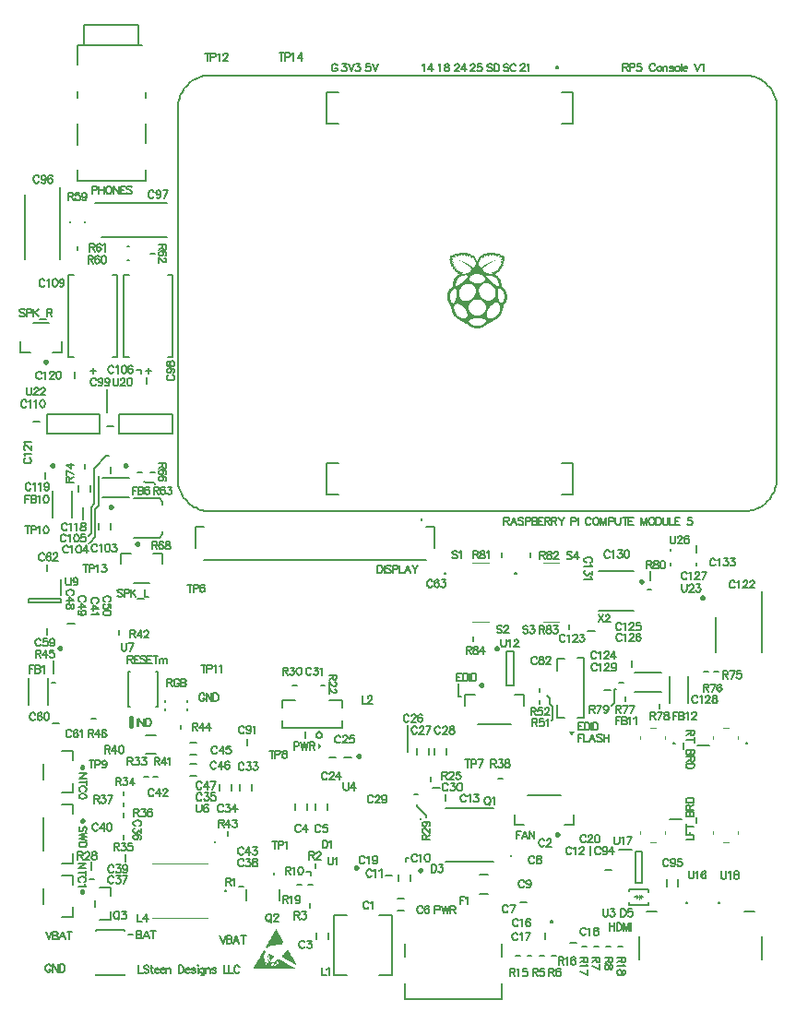
<source format=gto>
%FSTAX23Y23*%
%MOIN*%
%SFA1B1*%

%IPPOS*%
%ADD10C,0.009800*%
%ADD11C,0.007900*%
%ADD12C,0.003900*%
%ADD13C,0.005900*%
%ADD14C,0.005000*%
%ADD15C,0.015700*%
%ADD16C,0.006000*%
%ADD17C,0.005100*%
%LNmain_board-1*%
%LPD*%
G36*
X04656Y01429D02*
X04646Y01437D01*
X04636Y01429*
Y01444*
X04646Y01437*
X04656Y01444*
Y01429*
G37*
G36*
X03336Y0132D02*
X03336Y01319D01*
X03337Y01319*
X03338Y01315*
X0334Y01313*
X0334Y01313*
X0334Y01312*
X03341Y01312*
X03342Y01308*
X03343Y01307*
X03343Y01307*
X03344Y01306*
X03345Y01303*
X03346Y01302*
X03347Y01302*
X03347Y01301*
X0335Y01296*
X03351Y01294*
X03351Y01294*
X03352Y01293*
X03352Y01292*
X03352Y01291*
X03353Y01291*
X03353Y0129*
X03354Y01288*
X03356Y01286*
X03357Y01284*
X03358Y01282*
X03358Y01282*
X03359Y01281*
X03359Y01279*
X03361Y01277*
X03361Y01276*
X03362Y01275*
X03362Y01275*
X03363Y01274*
X03362Y01273*
X03362Y01272*
X03362Y01272*
X03359Y0127*
X03359Y0127*
X03359Y01269*
X03358Y01269*
X03358Y01269*
X03358Y01268*
X03357Y01268*
X03357Y01268*
X03357Y01267*
X03355Y01266*
X03354Y01266*
X03353Y01265*
X0335Y01265*
X03349Y01264*
X03346Y01264*
X03346Y01264*
X03341Y01264*
X0334Y01263*
X0334*
X0334Y01263*
X03336Y01263*
X03334Y01263*
X03333Y01262*
X03328Y01262*
X03326Y01262*
X03324Y01261*
X03322Y01261*
X03315Y0126*
X03313Y0126*
X03313Y0126*
X03311Y01259*
X0331Y01259*
X03309Y01258*
X03309Y01258*
X03308Y01257*
X03307Y01256*
X03306Y01256*
X03305Y01254*
X03305Y01254*
X03305Y01253*
X03304Y01252*
X03302Y01252*
X03301Y01253*
X033Y01253*
X03299Y01254*
X03298Y01254*
X03297Y01255*
X03297Y01256*
X03299Y01259*
X033Y01261*
X03301Y01262*
X03302Y01264*
X03302Y01265*
X03303Y01265*
X03303Y01267*
X03305Y01269*
X03306Y01271*
X03306Y01271*
X03308Y01275*
X03311Y0128*
X03312Y01281*
X03313Y01283*
X03313Y01284*
X03314Y01285*
X03315Y01286*
X03316Y01289*
X03317Y0129*
X03317Y01291*
X03319Y01294*
X0332Y01294*
X0332Y01295*
X0332Y01295*
X0332Y01296*
X03322Y01299*
X03323Y01301*
X03324Y01302*
X03325Y01304*
X03326Y01305*
X03326Y01306*
X03327Y01306*
X03328Y01309*
X03329Y01311*
X0333Y01312*
X03331Y01315*
X03332Y01316*
X03333Y01317*
X03333Y01318*
X03334Y01319*
X03335Y0132*
X03336Y0132*
X03336Y0132*
G37*
G36*
X03379Y01245D02*
X0338Y01243D01*
X03381Y01242*
X03381Y01242*
X03382Y0124*
X03383Y01238*
X03384Y01236*
X03385Y01236*
X03386Y01233*
X03387Y01233*
X03387Y01232*
X03387Y01231*
X03388Y01231*
X03389Y01228*
X0339Y01226*
X03391Y01226*
X03391Y01225*
X03392Y01224*
X03393Y01221*
X03394Y01221*
Y0122*
X03394Y0122*
X03394Y01219*
X03395Y01219*
X03395Y01218*
X03396Y01217*
X03397Y01214*
X03398Y01213*
X03398Y01212*
X03399Y01211*
X034Y0121*
X03401Y01207*
X03402Y01207*
X03403Y01205*
X03405Y01202*
X03405Y01201*
X03407Y01198*
X03407Y01198*
X03408Y01197*
X03408Y01196*
X03409Y01194*
X03411Y01191*
X03411Y01191*
X03412Y0119*
X03411Y01189*
X0341Y0119*
X03409Y0119*
X03407Y01192*
X03407Y01192*
X03406Y01192*
X03405Y01193*
X03403Y01194*
X03402Y01195*
X03398Y01197*
X03397Y01197*
X03396Y01198*
X03395Y01198*
X03394Y01199*
X03393Y01199*
X03393Y012*
X03392Y012*
X03391Y012*
X03391Y01201*
X03387Y01203*
X03386Y01204*
X03384Y01205*
X03382Y01206*
X0338Y01207*
X0338Y01207*
X03379Y01207*
X03378Y01208*
X03375Y0121*
X03374Y0121*
X03374Y01211*
X03371Y01212*
X03368Y01214*
X03366Y01215*
X03364Y01216*
X03364Y01216*
X03363Y01217*
X03362Y01217*
X03361Y01218*
X0336Y01218*
X03359Y01219*
X03359Y01219*
X03358Y01219*
X03356Y01221*
X03355Y01222*
X03356Y01223*
X03356Y01224*
X03357Y01224*
X03357Y01225*
X03357Y01225*
X03358Y01225*
X03358Y01226*
X03358Y01226*
X03359Y01227*
X0336Y01227*
X0336Y01227*
X0336Y01228*
X03361Y01228*
X03361Y01228*
X03363Y0123*
X03363Y0123*
X03364Y01231*
X03364Y01231*
X03365Y01231*
X03365Y01232*
X03365Y01232*
X03365Y01233*
X03366Y01234*
X03367Y01235*
X03368Y01237*
X03369Y01238*
X0337Y01239*
X0337Y01241*
X03371Y01242*
X03375Y01244*
X03376Y01244*
X03378Y01245*
X03379Y01245*
G37*
G36*
X03291D02*
X03292Y01244D01*
X03293Y01244*
X03293Y01243*
X03294Y01243*
X03296Y01242*
X03296Y01242*
X03297Y01241*
X03297Y01241*
X03297Y0124*
X03297Y01239*
X03297Y01239*
X03296Y01238*
X03295Y01235*
X03293Y0123*
X03291Y01227*
X03291Y01225*
X03291Y01219*
X03292Y01216*
X03292Y01215*
X03293Y01214*
X03293Y01212*
X03293Y0121*
X03294Y01209*
X03294Y01208*
X03294Y01206*
X03295Y01205*
X03295Y01205*
X03296Y01202*
X03297Y01201*
X03297Y012*
X03301Y012*
X03302Y012*
X03302Y01199*
X03302Y01199*
X03303Y01198*
X03303Y01197*
X03303Y01196*
X03303Y01194*
X03304Y01193*
X03304Y01192*
X03304Y01188*
X03305Y01188*
X03306Y01188*
X03307Y01189*
X03307Y01189*
X03308Y0119*
X03308Y01191*
X03309Y01192*
X03309Y01193*
X03309Y01202*
X03308Y01204*
X03307Y01206*
X03307Y01206*
X03306Y01207*
X03306Y01208*
X03305Y01208*
X03305Y01209*
X03305Y0121*
X03305Y01211*
X03305Y01212*
X03306Y01214*
X03306Y01215*
X03306Y01215*
X03306Y01216*
X03306Y01217*
X03306Y01218*
X03305Y0122*
X03304Y01223*
X03304Y01224*
X03306Y01226*
X03306Y01226*
X03308Y01228*
X03308Y01229*
X03309Y0123*
X03309Y01231*
X0331Y01232*
X0331Y01233*
X03311Y01233*
X03312Y01232*
X03313Y01232*
X03314Y01231*
X03314Y0123*
X03313Y01229*
X03314Y01229*
X03315Y01229*
X03315Y0123*
X03315Y0123*
X03317Y01229*
X03317Y01228*
X03317Y01227*
X03317Y01227*
X03316Y01226*
X03315Y01224*
X03315Y01223*
X03315Y01222*
X03314Y01221*
X03314Y0122*
X03314Y01219*
X03314Y01218*
X03315Y01217*
X03315Y01216*
X03316Y01215*
X03316Y01215*
X03316Y01214*
X03317Y01214*
X03318Y01215*
X03317Y01216*
X03317Y01217*
X03317Y01217*
X03316Y01218*
X03316Y01223*
X03317Y01223*
X03317Y01225*
X03318Y01226*
X03318Y01227*
X03319Y01227*
X03319Y01227*
X03319Y01228*
X03321Y01227*
X03321Y01226*
X0332Y01224*
X03319Y01222*
X03319Y01221*
X03319Y0122*
X0332Y01219*
X0332Y01218*
X03322Y01219*
X03322Y01219*
X03322Y0122*
X0332Y01222*
X03321Y01223*
X03322Y01226*
X03324Y01225*
X03325Y01225*
X03326Y01224*
X03326Y01224*
X03327Y01223*
X03328Y01222*
X03328Y01222*
X03329Y01221*
X03329Y0122*
X03327Y01218*
X03327Y01218*
X03326Y01217*
X03326Y01217*
X03325Y01217*
X03325Y01217*
X03324Y01216*
X03323Y01215*
X03322Y01215*
X03322Y01214*
X03321Y01213*
X0332Y01213*
X0332Y01212*
X03319Y01211*
X03319Y01211*
X03317Y01206*
X03316Y01204*
X03315Y01203*
X03315Y01202*
X03315Y01201*
X03314Y01197*
X03314Y01197*
X03314Y01194*
X03315Y01194*
X03315Y01195*
X03316Y01196*
X03316Y01197*
X03317Y01198*
X03317Y012*
X03318Y012*
X03318Y012*
X03319Y01201*
X03321Y01202*
X03325Y01202*
X03326Y01202*
X03327Y01201*
X03327Y01201*
X03329Y012*
X03329Y01199*
X03329Y01199*
X0333Y01199*
X0333Y012*
X03331Y01201*
X03332Y01203*
X03332Y01203*
X03333Y01204*
X03334Y01205*
X03334Y01205*
X03339Y0121*
X0334Y01211*
X03343Y01214*
X03343Y01214*
X03344Y01213*
X03346Y01212*
X03349Y01211*
X03349Y0121*
X0335Y0121*
X0335Y0121*
X03351Y0121*
X03353Y01209*
X03354Y01208*
X03356Y01207*
X03358Y01206*
X03361Y01204*
X03363Y01203*
X03365Y01202*
X03367Y012*
X03368Y012*
X03372Y01197*
X03374Y01197*
X03376Y01196*
X03376Y01195*
X03377Y01195*
X03377Y01195*
X03378Y01194*
X03379Y01193*
X03381Y01192*
X03383Y01192*
X03383Y01191*
X03384Y01191*
X03386Y01189*
X0339Y01187*
X03392Y01186*
X03392Y01186*
X03393Y01186*
X03393Y01185*
X03394Y01185*
X03395Y01184*
X03397Y01183*
X03399Y01182*
X03399Y01182*
X034Y01181*
X03401Y01181*
X03402Y01181*
X03403Y0118*
X03403Y01179*
X03403Y01179*
X03399Y01179*
X03253Y01179*
X03253Y01179*
X03253Y0118*
X03253Y0118*
X03254Y01182*
X03255Y01183*
X03256Y01186*
X03257Y01187*
X03258Y01188*
X03259Y01191*
X0326Y01192*
X03261Y01194*
X03262Y01196*
X03263Y01198*
X03264Y01198*
X03264Y01199*
X03265Y01201*
X03265Y01201*
X03266Y01202*
X03267Y01205*
X03269Y01207*
X03269Y01208*
X0327Y0121*
X03271Y01212*
X03272Y01212*
X03273Y01215*
X03274Y01215*
X03276Y01219*
X03277Y01221*
X03277Y01221*
X03277Y01221*
X03278Y01224*
X03279Y01225*
X03279Y01225*
X0328Y01227*
X03282Y0123*
X03283Y01231*
X03284Y01233*
X03284Y01234*
X03284Y01234*
X03285Y01236*
X03287Y01238*
X03288Y0124*
X03289Y01242*
X0329Y01243*
X0329Y01245*
X03291Y01245*
G37*
G36*
X04113Y03765D02*
X04114D01*
Y03765*
X04115*
Y03764*
X04115*
Y03764*
X04116*
Y03764*
X04116*
Y03764*
X04116*
Y03763*
X04117*
Y03764*
X04118*
Y03764*
X04118*
Y03764*
X04119*
Y03764*
X04121*
Y03765*
X04123*
Y03764*
X04125*
Y03764*
X04126*
Y03764*
X04126*
Y03764*
X04127*
Y03763*
X04127*
Y03763*
X04127*
Y03763*
X04128*
Y03762*
X04128*
Y03762*
X0413*
Y03762*
X04131*
Y03762*
X04134*
Y03762*
X04134*
Y03762*
X04135*
Y03761*
X04135*
Y03761*
X04136*
Y03761*
X04136*
Y03761*
X04137*
Y0376*
X04137*
Y0376*
X04137*
Y0376*
X04142*
Y0376*
X04144*
Y03759*
X04145*
Y03759*
X04146*
Y03759*
X04146*
Y03758*
X04147*
Y03758*
X04148*
Y03758*
X04148*
Y03758*
X04148*
Y03757*
X04149*
Y03757*
X04149*
Y03757*
X04149*
Y03757*
X04149*
Y03756*
X0415*
Y03756*
X0415*
Y03756*
X04154*
Y03755*
X04156*
Y03755*
X04156*
Y03755*
X04157*
Y03754*
X04157*
Y03754*
X04158*
Y03754*
X04158*
Y03754*
X04158*
Y03753*
X04159*
Y03753*
X04159*
Y03753*
X04159*
Y03752*
X0416*
Y03752*
X0416*
Y03751*
X0416*
Y0375*
X0416*
Y03747*
X0416*
Y03746*
X0416*
Y03746*
X0416*
Y03745*
X04159*
Y03744*
X04159*
Y03744*
X04159*
Y03743*
X0416*
Y03743*
X0416*
Y03743*
X0416*
Y03742*
X0416*
Y03742*
X04161*
Y03741*
X04161*
Y0374*
X04161*
Y03738*
X04161*
Y03737*
X04161*
Y03736*
X0416*
Y03736*
X0416*
Y03735*
X0416*
Y03735*
X0416*
Y03734*
X04159*
Y03734*
X04159*
Y03734*
X04159*
Y03733*
X04158*
Y03732*
X04159*
Y03732*
X04159*
Y0373*
X04159*
Y0373*
X04159*
Y03728*
X04159*
Y03727*
X04158*
Y03727*
X04158*
Y03726*
X04158*
Y03726*
X04158*
Y03725*
X04157*
Y03725*
X04157*
Y03725*
X04157*
Y03724*
X04157*
Y03724*
X04156*
Y03724*
X04156*
Y03723*
X04156*
Y03723*
X04156*
Y03723*
X04155*
Y03722*
X04156*
Y03719*
X04155*
Y03718*
X04155*
Y03717*
X04155*
Y03717*
X04154*
Y03716*
X04154*
Y03716*
X04154*
Y03715*
X04154*
Y03715*
X04153*
Y03715*
X04153*
Y03715*
X04153*
Y03714*
X04153*
Y03714*
X04152*
Y03714*
X04152*
Y03713*
X04152*
Y03713*
X04151*
Y03713*
X04151*
Y0371*
X04151*
Y03709*
X0415*
Y03709*
X0415*
Y03708*
X0415*
Y03708*
X0415*
Y03707*
X04149*
Y03707*
X04149*
Y03707*
X04149*
Y03706*
X04149*
Y03706*
X04148*
Y03706*
X04148*
Y03705*
X04148*
Y03705*
X04148*
Y03705*
X04147*
Y03705*
X04147*
Y03704*
X04146*
Y03704*
X04146*
Y03704*
X04146*
Y03704*
X04145*
Y03703*
X04145*
Y03703*
X04145*
Y03703*
X04144*
Y03703*
X04144*
Y03702*
X04143*
Y03701*
X04143*
Y037*
X04143*
Y03699*
X04143*
Y03699*
X04142*
Y03698*
X04142*
Y03698*
X04142*
Y03698*
X04142*
Y03697*
X04141*
Y03697*
X04141*
Y03697*
X04141*
Y03697*
X04141*
Y03696*
X0414*
Y03696*
X0414*
Y03696*
X04139*
Y03696*
X04139*
Y03695*
X04138*
Y03695*
X04138*
Y03695*
X04137*
Y03694*
X04136*
Y03694*
X04135*
Y03694*
X04135*
Y03694*
X04134*
Y03693*
X04134*
Y03692*
X04134*
Y03692*
X04134*
Y03691*
X04133*
Y03691*
X04133*
Y0369*
X04133*
Y0369*
X04133*
Y0369*
X04132*
Y0369*
X04132*
Y03689*
X04132*
Y03689*
X04131*
Y03689*
X04131*
Y03689*
X0413*
Y03688*
X0413*
Y03688*
X04129*
Y03688*
X04128*
Y03688*
X04127*
Y03687*
X04126*
Y03687*
X04126*
Y03686*
X04126*
Y03686*
X04126*
Y03686*
X04127*
Y03686*
X04127*
Y03685*
X04128*
Y03685*
X04128*
Y03685*
X04129*
Y03685*
X04129*
Y03684*
X0413*
Y03684*
X0413*
Y03684*
X0413*
Y03683*
X04131*
Y03683*
X04131*
Y03683*
X04131*
Y03683*
X04132*
Y03682*
X04132*
Y03682*
X04133*
Y03682*
X04133*
Y03682*
X04133*
Y03681*
X04134*
Y03681*
X04134*
Y03681*
X04134*
Y03681*
X04135*
Y0368*
X04135*
Y0368*
X04135*
Y0368*
X04136*
Y03679*
X04136*
Y03679*
X04136*
Y03679*
X04137*
Y03679*
X04137*
Y03678*
X04137*
Y03678*
X04137*
Y03678*
X04138*
Y03678*
X04138*
Y03677*
X04138*
Y03677*
X04138*
Y03677*
X04139*
Y03677*
X04139*
Y03676*
X04139*
Y03676*
X04139*
Y03676*
X0414*
Y03675*
X0414*
Y03675*
X0414*
Y03675*
X04141*
Y03674*
X04141*
Y03674*
X04141*
Y03674*
X04141*
Y03674*
X04142*
Y03673*
X04142*
Y03673*
X04142*
Y03673*
X04142*
Y03672*
X04143*
Y03672*
X04143*
Y03671*
X04143*
Y03671*
X04143*
Y0367*
X04144*
Y0367*
X04144*
Y0367*
X04144*
Y03669*
X04145*
Y03669*
X04145*
Y03668*
X04145*
Y03667*
X04145*
Y03667*
X04146*
Y03666*
X04146*
Y03666*
X04146*
Y03665*
X04146*
Y03664*
X04147*
Y03664*
X04147*
Y03663*
X04147*
Y03662*
X04148*
Y03662*
X04148*
Y03661*
X04148*
Y0366*
X04148*
Y03659*
X04149*
Y03658*
X04149*
Y03656*
X04149*
Y03655*
X04149*
Y03653*
X0415*
Y03651*
X0415*
Y03644*
X0415*
Y03644*
X0415*
Y03643*
X04151*
Y03643*
X04151*
Y03642*
X04151*
Y03642*
X04152*
Y03641*
X04152*
Y03641*
X04152*
Y03641*
X04152*
Y0364*
X04153*
Y0364*
X04153*
Y0364*
X04153*
Y0364*
X04154*
Y03639*
X04154*
Y03639*
X04154*
Y03639*
X04155*
Y03639*
X04155*
Y03638*
X04156*
Y03638*
X04156*
Y03638*
X04156*
Y03637*
X04157*
Y03637*
X04157*
Y03637*
X04157*
Y03637*
X04157*
Y03636*
X04158*
Y03636*
X04158*
Y03636*
X04158*
Y03636*
X04158*
Y03635*
X04159*
Y03635*
X04159*
Y03635*
X04159*
Y03634*
X0416*
Y03634*
X0416*
Y03634*
X0416*
Y03633*
X0416*
Y03633*
X04161*
Y03633*
X04161*
Y03633*
X04161*
Y03632*
X04161*
Y03632*
X04162*
Y03632*
X04162*
Y03631*
X04162*
Y03631*
X04163*
Y0363*
X04163*
Y0363*
X04163*
Y0363*
X04163*
Y03629*
X04164*
Y03629*
X04164*
Y03628*
X04164*
Y03628*
X04164*
Y03628*
X04165*
Y03627*
X04165*
Y03627*
X04165*
Y03626*
X04165*
Y03626*
X04166*
Y03625*
X04166*
Y03625*
X04166*
Y03624*
X04167*
Y03624*
X04167*
Y03623*
X04167*
Y03622*
X04167*
Y03622*
X04168*
Y03621*
X04168*
Y0362*
X04168*
Y0362*
X04168*
Y03619*
X04169*
Y03618*
X04169*
Y03617*
X04169*
Y03616*
X04169*
Y03615*
X0417*
Y03614*
X0417*
Y03613*
X0417*
Y03611*
X04171*
Y03608*
X04171*
Y03603*
X04171*
Y036*
X0417*
Y03599*
X0417*
Y03597*
X0417*
Y03596*
X04169*
Y03595*
X04169*
Y03594*
X04169*
Y03593*
X04169*
Y03592*
X04168*
Y03592*
X04168*
Y03591*
X04168*
Y0359*
X04168*
Y0359*
X04167*
Y03589*
X04167*
Y03589*
X04167*
Y03588*
X04167*
Y03588*
X04166*
Y03587*
X04166*
Y03587*
X04166*
Y03586*
X04165*
Y03585*
X04165*
Y03585*
X04165*
Y03585*
X04165*
Y03584*
X04164*
Y03584*
X04164*
Y03583*
X04164*
Y03583*
X04164*
Y03583*
X04163*
Y03582*
X04163*
Y03582*
X04163*
Y03581*
X04163*
Y03581*
X04162*
Y03581*
X04162*
Y0358*
X04162*
Y0358*
X04161*
Y0358*
X04161*
Y03579*
X04161*
Y03579*
X04161*
Y03579*
X0416*
Y03579*
X0416*
Y03578*
X0416*
Y03578*
X0416*
Y03577*
X04159*
Y03576*
X04159*
Y03575*
X04159*
Y03573*
X04158*
Y03573*
X04158*
Y03572*
X04158*
Y03571*
X04158*
Y0357*
X04157*
Y03569*
X04157*
Y03568*
X04157*
Y03567*
X04157*
Y03566*
X04156*
Y03566*
X04156*
Y03565*
X04156*
Y03564*
X04156*
Y03564*
X04155*
Y03563*
X04155*
Y03562*
X04155*
Y03561*
X04154*
Y03561*
X04154*
Y0356*
X04154*
Y03559*
X04154*
Y03558*
X04153*
Y03556*
X04153*
Y03555*
X04153*
Y03554*
X04153*
Y03553*
X04152*
Y03552*
X04152*
Y03551*
X04152*
Y0355*
X04152*
Y03549*
X04151*
Y03549*
X04151*
Y03548*
X04151*
Y03547*
X0415*
Y03547*
X0415*
Y03546*
X0415*
Y03545*
X0415*
Y03545*
X04149*
Y03544*
X04149*
Y03544*
X04149*
Y03543*
X04149*
Y03543*
X04148*
Y03542*
X04148*
Y03542*
X04148*
Y03541*
X04148*
Y03541*
X04147*
Y03541*
X04147*
Y0354*
X04147*
Y0354*
X04146*
Y03539*
X04146*
Y03539*
X04146*
Y03539*
X04146*
Y03538*
X04145*
Y03538*
X04145*
Y03538*
X04145*
Y03537*
X04145*
Y03537*
X04144*
Y03536*
X04144*
Y03536*
X04144*
Y03536*
X04143*
Y03535*
X04143*
Y03535*
X04143*
Y03535*
X04143*
Y03535*
X04142*
Y03534*
X04142*
Y03534*
X04142*
Y03534*
X04142*
Y03533*
X04141*
Y03533*
X04141*
Y03533*
X04141*
Y03532*
X04141*
Y03532*
X0414*
Y03532*
X0414*
Y03532*
X0414*
Y03531*
X04139*
Y03531*
X04139*
Y03531*
X04139*
Y03531*
X04139*
Y0353*
X04138*
Y0353*
X04138*
Y0353*
X04138*
Y0353*
X04137*
Y03529*
X04137*
Y03529*
X04137*
Y03529*
X04136*
Y03528*
X04136*
Y03528*
X04136*
Y03528*
X04135*
Y03528*
X04135*
Y03527*
X04135*
Y03527*
X04134*
Y03527*
X04134*
Y03527*
X04134*
Y03526*
X04133*
Y03526*
X04133*
Y03526*
X04132*
Y03526*
X04132*
Y03525*
X04131*
Y03525*
X04131*
Y03525*
X0413*
Y03524*
X0413*
Y03524*
X0413*
Y03524*
X04129*
Y03524*
X04129*
Y03523*
X04128*
Y03523*
X04127*
Y03523*
X04127*
Y03523*
X04126*
Y03522*
X04126*
Y03522*
X04124*
Y03522*
X04124*
Y03522*
X04124*
Y03521*
X04123*
Y03521*
X04123*
Y03521*
X04123*
Y0352*
X04122*
Y0352*
X04122*
Y0352*
X04122*
Y0352*
X04121*
Y03519*
X04121*
Y03519*
X0412*
Y03519*
X0412*
Y03519*
X0412*
Y03518*
X04119*
Y03518*
X04119*
Y03518*
X04119*
Y03517*
X04118*
Y03517*
X04118*
Y03517*
X04117*
Y03517*
X04117*
Y03516*
X04117*
Y03516*
X04116*
Y03516*
X04116*
Y03516*
X04115*
Y03515*
X04115*
Y03515*
X04115*
Y03515*
X04114*
Y03515*
X04114*
Y03514*
X04113*
Y03514*
X04113*
Y03514*
X04112*
Y03513*
X04112*
Y03513*
X04111*
Y03513*
X04111*
Y03513*
X04111*
Y03512*
X0411*
Y03512*
X04109*
Y03512*
X04109*
Y03512*
X04108*
Y03511*
X04108*
Y03511*
X04108*
Y03511*
X04107*
Y03511*
X04107*
Y0351*
X04106*
Y0351*
X04105*
Y0351*
X04105*
Y03509*
X04104*
Y03509*
X04104*
Y03509*
X04103*
Y03509*
X04103*
Y03508*
X04102*
Y03508*
X04101*
Y03508*
X041*
Y03508*
X041*
Y03507*
X04099*
Y03507*
X04099*
Y03507*
X04098*
Y03507*
X04097*
Y03506*
X04096*
Y03506*
X04096*
Y03506*
X04096*
Y03505*
X04096*
Y03505*
X04095*
Y03505*
X04095*
Y03505*
X04095*
Y03504*
X04094*
Y03504*
X04094*
Y03504*
X04094*
Y03504*
X04093*
Y03503*
X04093*
Y03503*
X04093*
Y03503*
X04093*
Y03502*
X04092*
Y03502*
X04092*
Y03502*
X04092*
Y03502*
X04091*
Y03501*
X04091*
Y03501*
X04091*
Y03501*
X0409*
Y03501*
X0409*
Y035*
X0409*
Y035*
X04089*
Y035*
X04089*
Y035*
X04089*
Y03499*
X04088*
Y03499*
X04088*
Y03499*
X04087*
Y03498*
X04087*
Y03498*
X04086*
Y03498*
X04086*
Y03498*
X04086*
Y03497*
X04085*
Y03497*
X04085*
Y03497*
X04084*
Y03497*
X04084*
Y03496*
X04083*
Y03496*
X04083*
Y03496*
X04082*
Y03496*
X04082*
Y03495*
X04081*
Y03495*
X04081*
Y03495*
X0408*
Y03494*
X04079*
Y03494*
X04079*
Y03494*
X04078*
Y03494*
X04077*
Y03493*
X04077*
Y03493*
X04075*
Y03493*
X04075*
Y03493*
X04074*
Y03492*
X04073*
Y03492*
X04071*
Y03492*
X0407*
Y03492*
X04068*
Y03491*
X04065*
Y03491*
X04058*
Y03491*
X04056*
Y03492*
X04054*
Y03492*
X04052*
Y03492*
X04051*
Y03492*
X0405*
Y03493*
X04049*
Y03493*
X04048*
Y03493*
X04047*
Y03493*
X04047*
Y03494*
X04046*
Y03494*
X04045*
Y03494*
X04044*
Y03494*
X04044*
Y03495*
X04043*
Y03495*
X04043*
Y03495*
X04042*
Y03496*
X04041*
Y03496*
X04041*
Y03496*
X0404*
Y03496*
X0404*
Y03497*
X04039*
Y03497*
X04039*
Y03497*
X04039*
Y03497*
X04038*
Y03498*
X04037*
Y03498*
X04037*
Y03498*
X04037*
Y03498*
X04036*
Y03499*
X04036*
Y03499*
X04036*
Y03499*
X04035*
Y035*
X04035*
Y035*
X04034*
Y035*
X04034*
Y035*
X04034*
Y03501*
X04033*
Y03501*
X04033*
Y03501*
X04033*
Y03501*
X04032*
Y03502*
X04032*
Y03502*
X04032*
Y03502*
X04031*
Y03502*
X04031*
Y03503*
X04031*
Y03503*
X0403*
Y03503*
X0403*
Y03504*
X0403*
Y03504*
X04029*
Y03504*
X04029*
Y03504*
X04029*
Y03505*
X04029*
Y03505*
X04028*
Y03505*
X04028*
Y03505*
X04028*
Y03506*
X04028*
Y03506*
X04027*
Y03506*
X04027*
Y03507*
X04026*
Y03507*
X04025*
Y03507*
X04024*
Y03507*
X04024*
Y03508*
X04023*
Y03508*
X04022*
Y03508*
X04022*
Y03508*
X04021*
Y03509*
X04021*
Y03509*
X0402*
Y03509*
X04019*
Y03509*
X04019*
Y0351*
X04018*
Y0351*
X04018*
Y0351*
X04017*
Y03511*
X04017*
Y03511*
X04016*
Y03511*
X04016*
Y03511*
X04015*
Y03512*
X04015*
Y03512*
X04014*
Y03512*
X04014*
Y03512*
X04013*
Y03513*
X04013*
Y03513*
X04012*
Y03513*
X04012*
Y03513*
X04011*
Y03514*
X04011*
Y03514*
X0401*
Y03514*
X0401*
Y03515*
X04009*
Y03515*
X04009*
Y03515*
X04009*
Y03515*
X04008*
Y03516*
X04008*
Y03516*
X04007*
Y03516*
X04007*
Y03516*
X04007*
Y03517*
X04006*
Y03517*
X04006*
Y03517*
X04005*
Y03517*
X04005*
Y03518*
X04005*
Y03518*
X04004*
Y03518*
X04004*
Y03519*
X04003*
Y03519*
X04003*
Y03519*
X04003*
Y03519*
X04002*
Y0352*
X04002*
Y0352*
X04002*
Y0352*
X04001*
Y0352*
X04001*
Y03521*
X04001*
Y03521*
X04*
Y03521*
X04*
Y03522*
X03999*
Y03522*
X03999*
Y03522*
X03998*
Y03522*
X03997*
Y03523*
X03997*
Y03523*
X03996*
Y03523*
X03996*
Y03523*
X03995*
Y03524*
X03995*
Y03524*
X03994*
Y03524*
X03994*
Y03524*
X03993*
Y03525*
X03993*
Y03525*
X03992*
Y03525*
X03992*
Y03526*
X03991*
Y03526*
X03991*
Y03526*
X03991*
Y03526*
X0399*
Y03527*
X0399*
Y03527*
X03989*
Y03527*
X03989*
Y03527*
X03989*
Y03528*
X03988*
Y03528*
X03988*
Y03528*
X03988*
Y03528*
X03987*
Y03529*
X03987*
Y03529*
X03987*
Y03529*
X03986*
Y0353*
X03986*
Y0353*
X03986*
Y0353*
X03985*
Y0353*
X03985*
Y03531*
X03985*
Y03531*
X03984*
Y03531*
X03984*
Y03531*
X03984*
Y03532*
X03984*
Y03532*
X03983*
Y03532*
X03983*
Y03532*
X03983*
Y03533*
X03983*
Y03533*
X03982*
Y03533*
X03982*
Y03534*
X03982*
Y03534*
X03982*
Y03534*
X03981*
Y03534*
X03981*
Y03535*
X03981*
Y03535*
X0398*
Y03535*
X0398*
Y03536*
X0398*
Y03536*
X0398*
Y03536*
X03979*
Y03537*
X03979*
Y03537*
X03979*
Y03537*
X03979*
Y03538*
X03978*
Y03538*
X03978*
Y03538*
X03978*
Y03539*
X03977*
Y03539*
X03977*
Y0354*
X03977*
Y0354*
X03977*
Y03541*
X03976*
Y03541*
X03976*
Y03541*
X03976*
Y03542*
X03976*
Y03542*
X03975*
Y03543*
X03975*
Y03543*
X03975*
Y03544*
X03975*
Y03544*
X03974*
Y03545*
X03974*
Y03545*
X03974*
Y03546*
X03973*
Y03546*
X03973*
Y03547*
X03973*
Y03548*
X03973*
Y03548*
X03972*
Y03549*
X03972*
Y0355*
X03972*
Y03551*
X03972*
Y03551*
X03971*
Y03552*
X03971*
Y03553*
X03971*
Y03555*
X03971*
Y03556*
X0397*
Y03557*
X0397*
Y03559*
X0397*
Y0356*
X03969*
Y0356*
X03969*
Y03561*
X03969*
Y03562*
X03969*
Y03562*
X03968*
Y03563*
X03968*
Y03564*
X03968*
Y03565*
X03968*
Y03565*
X03967*
Y03566*
X03967*
Y03567*
X03967*
Y03568*
X03967*
Y03569*
X03966*
Y03569*
X03966*
Y0357*
X03966*
Y03571*
X03965*
Y03572*
X03965*
Y03573*
X03965*
Y03574*
X03965*
Y03575*
X03964*
Y03577*
X03964*
Y03578*
X03964*
Y03578*
X03964*
Y03578*
X03963*
Y03579*
X03963*
Y03579*
X03963*
Y03579*
X03962*
Y0358*
X03962*
Y0358*
X03962*
Y0358*
X03962*
Y03581*
X03961*
Y03581*
X03961*
Y03581*
X03961*
Y03582*
X03961*
Y03582*
X0396*
Y03583*
X0396*
Y03583*
X0396*
Y03583*
X0396*
Y03584*
X03959*
Y03584*
X03959*
Y03584*
X03959*
Y03585*
X03958*
Y03585*
X03958*
Y03586*
X03958*
Y03586*
X03958*
Y03587*
X03957*
Y03587*
X03957*
Y03588*
X03957*
Y03588*
X03957*
Y03589*
X03956*
Y0359*
X03956*
Y0359*
X03956*
Y03591*
X03956*
Y03592*
X03955*
Y03592*
X03955*
Y03593*
X03955*
Y03594*
X03954*
Y03595*
X03954*
Y03596*
X03954*
Y03597*
X03954*
Y03598*
X03953*
Y036*
X03953*
Y03602*
X03953*
Y03609*
X03953*
Y03611*
X03953*
Y03613*
X03954*
Y03614*
X03954*
Y03615*
X03954*
Y03616*
X03954*
Y03617*
X03955*
Y03618*
X03955*
Y03619*
X03955*
Y0362*
X03956*
Y0362*
X03956*
Y03621*
X03956*
Y03622*
X03956*
Y03622*
X03957*
Y03623*
X03957*
Y03624*
X03957*
Y03624*
X03957*
Y03625*
X03958*
Y03625*
X03958*
Y03626*
X03958*
Y03626*
X03958*
Y03627*
X03959*
Y03627*
X03959*
Y03628*
X03959*
Y03628*
X0396*
Y03628*
X0396*
Y03629*
X0396*
Y03629*
X0396*
Y0363*
X03961*
Y0363*
X03961*
Y0363*
X03961*
Y03631*
X03961*
Y03631*
X03962*
Y03632*
X03962*
Y03632*
X03962*
Y03632*
X03962*
Y03633*
X03963*
Y03633*
X03963*
Y03633*
X03963*
Y03633*
X03964*
Y03634*
X03964*
Y03634*
X03964*
Y03634*
X03964*
Y03635*
X03965*
Y03635*
X03965*
Y03635*
X03965*
Y03636*
X03965*
Y03636*
X03966*
Y03636*
X03966*
Y03636*
X03966*
Y03637*
X03967*
Y03637*
X03967*
Y03637*
X03967*
Y03637*
X03967*
Y03638*
X03968*
Y03638*
X03968*
Y03638*
X03968*
Y03639*
X03969*
Y03639*
X03969*
Y03639*
X03969*
Y03639*
X0397*
Y0364*
X0397*
Y0364*
X03971*
Y0364*
X03971*
Y0364*
X03971*
Y03641*
X03972*
Y03641*
X03972*
Y03641*
X03972*
Y03642*
X03972*
Y03642*
X03973*
Y03643*
X03973*
Y03643*
X03973*
Y03644*
X03973*
Y03644*
X03974*
Y0365*
X03974*
Y03653*
X03974*
Y03655*
X03975*
Y03656*
X03975*
Y03658*
X03975*
Y03659*
X03975*
Y0366*
X03976*
Y03661*
X03976*
Y03662*
X03976*
Y03662*
X03976*
Y03663*
X03977*
Y03664*
X03977*
Y03664*
X03977*
Y03665*
X03977*
Y03666*
X03978*
Y03666*
X03978*
Y03667*
X03978*
Y03667*
X03979*
Y03668*
X03979*
Y03669*
X03979*
Y03669*
X03979*
Y0367*
X0398*
Y0367*
X0398*
Y0367*
X0398*
Y03671*
X0398*
Y03671*
X03981*
Y03672*
X03981*
Y03672*
X03981*
Y03673*
X03982*
Y03673*
X03982*
Y03673*
X03982*
Y03674*
X03982*
Y03674*
X03983*
Y03674*
X03983*
Y03674*
X03983*
Y03675*
X03983*
Y03675*
X03984*
Y03675*
X03984*
Y03676*
X03984*
Y03676*
X03984*
Y03676*
X03985*
Y03677*
X03985*
Y03677*
X03985*
Y03677*
X03986*
Y03677*
X03986*
Y03678*
X03986*
Y03678*
X03986*
Y03678*
X03987*
Y03678*
X03987*
Y03679*
X03987*
Y03679*
X03987*
Y03679*
X03988*
Y03679*
X03988*
Y0368*
X03988*
Y0368*
X03989*
Y0368*
X03989*
Y03681*
X03989*
Y03681*
X0399*
Y03681*
X0399*
Y03681*
X0399*
Y03682*
X03991*
Y03682*
X03991*
Y03682*
X03991*
Y03682*
X03992*
Y03683*
X03992*
Y03683*
X03992*
Y03683*
X03993*
Y03683*
X03993*
Y03684*
X03994*
Y03684*
X03994*
Y03684*
X03995*
Y03685*
X03995*
Y03685*
X03995*
Y03685*
X03996*
Y03685*
X03996*
Y03686*
X03997*
Y03686*
X03997*
Y03686*
X03998*
Y03686*
X03998*
Y03687*
X03997*
Y03687*
X03996*
Y03688*
X03995*
Y03688*
X03995*
Y03688*
X03994*
Y03688*
X03994*
Y03689*
X03993*
Y03689*
X03992*
Y03689*
X03992*
Y03689*
X03992*
Y0369*
X03991*
Y0369*
X03991*
Y0369*
X03991*
Y0369*
X03991*
Y03691*
X0399*
Y03691*
X0399*
Y03692*
X0399*
Y03692*
X0399*
Y03693*
X03989*
Y03694*
X03989*
Y03694*
X03988*
Y03694*
X03988*
Y03694*
X03987*
Y03695*
X03986*
Y03695*
X03986*
Y03695*
X03985*
Y03696*
X03984*
Y03696*
X03984*
Y03696*
X03984*
Y03696*
X03983*
Y03697*
X03983*
Y03697*
X03983*
Y03697*
X03982*
Y03697*
X03982*
Y03698*
X03982*
Y03698*
X03982*
Y03698*
X03981*
Y03699*
X03981*
Y037*
X03981*
Y037*
X0398*
Y03701*
X0398*
Y03702*
X0398*
Y03703*
X0398*
Y03703*
X03979*
Y03703*
X03979*
Y03703*
X03978*
Y03704*
X03978*
Y03704*
X03977*
Y03704*
X03977*
Y03704*
X03977*
Y03705*
X03976*
Y03705*
X03976*
Y03705*
X03976*
Y03705*
X03976*
Y03706*
X03975*
Y03706*
X03975*
Y03706*
X03975*
Y03707*
X03975*
Y03707*
X03974*
Y03707*
X03974*
Y03708*
X03974*
Y03708*
X03973*
Y03709*
X03973*
Y03709*
X03973*
Y03711*
X03973*
Y03713*
X03972*
Y03713*
X03972*
Y03713*
X03972*
Y03714*
X03971*
Y03714*
X03971*
Y03714*
X03971*
Y03715*
X03971*
Y03715*
X0397*
Y03715*
X0397*
Y03715*
X0397*
Y03716*
X03969*
Y03716*
X03969*
Y03717*
X03969*
Y03717*
X03969*
Y03718*
X03968*
Y03719*
X03968*
Y03722*
X03968*
Y03723*
X03968*
Y03723*
X03968*
Y03723*
X03968*
Y03724*
X03967*
Y03724*
X03967*
Y03724*
X03967*
Y03725*
X03967*
Y03725*
X03966*
Y03726*
X03966*
Y03726*
X03966*
Y03726*
X03965*
Y03727*
X03965*
Y03727*
X03965*
Y03728*
X03965*
Y03732*
X03965*
Y03732*
X03965*
Y03733*
X03965*
Y03734*
X03965*
Y03734*
X03964*
Y03734*
X03964*
Y03735*
X03964*
Y03735*
X03964*
Y03736*
X03963*
Y03736*
X03963*
Y03737*
X03963*
Y03738*
X03962*
Y0374*
X03963*
Y03741*
X03963*
Y03742*
X03963*
Y03742*
X03964*
Y03743*
X03964*
Y03743*
X03964*
Y03743*
X03964*
Y03744*
X03965*
Y03745*
X03964*
Y03745*
X03964*
Y03746*
X03964*
Y03746*
X03964*
Y03747*
X03963*
Y0375*
X03964*
Y03751*
X03964*
Y03752*
X03964*
Y03752*
X03964*
Y03753*
X03965*
Y03753*
X03965*
Y03753*
X03965*
Y03754*
X03965*
Y03754*
X03966*
Y03754*
X03966*
Y03754*
X03967*
Y03755*
X03967*
Y03755*
X03968*
Y03755*
X03969*
Y03756*
X03973*
Y03756*
X03974*
Y03756*
X03974*
Y03756*
X03974*
Y03757*
X03975*
Y03757*
X03975*
Y03757*
X03975*
Y03757*
X03975*
Y03758*
X03976*
Y03758*
X03976*
Y03758*
X03977*
Y03758*
X03977*
Y03759*
X03978*
Y03759*
X03979*
Y03759*
X0398*
Y0376*
X03981*
Y0376*
X03987*
Y0376*
X03987*
Y0376*
X03987*
Y03761*
X03987*
Y03761*
X03988*
Y03761*
X03988*
Y03761*
X03988*
Y03762*
X03989*
Y03762*
X0399*
Y03762*
X03992*
Y03762*
X03994*
Y03762*
X03995*
Y03762*
X03996*
Y03763*
X03996*
Y03763*
X03996*
Y03763*
X03997*
Y03764*
X03997*
Y03764*
X03998*
Y03764*
X03999*
Y03764*
X04*
Y03765*
X04003*
Y03764*
X04004*
Y03764*
X04005*
Y03764*
X04006*
Y03764*
X04007*
Y03763*
X04007*
Y03764*
X04008*
Y03764*
X04008*
Y03764*
X04009*
Y03764*
X04009*
Y03765*
X0401*
Y03765*
X04011*
Y03765*
X04014*
Y03765*
X04014*
Y03765*
X04015*
Y03764*
X04016*
Y03764*
X04017*
Y03764*
X04017*
Y03764*
X04018*
Y03763*
X04018*
Y03763*
X0402*
Y03763*
X04022*
Y03764*
X04024*
Y03763*
X04025*
Y03763*
X04026*
Y03763*
X04027*
Y03762*
X04027*
Y03762*
X04028*
Y03762*
X04028*
Y03762*
X04029*
Y03761*
X04029*
Y03761*
X04031*
Y03761*
X04034*
Y03761*
X04035*
Y03761*
X04036*
Y03761*
X04037*
Y0376*
X04037*
Y0376*
X04037*
Y0376*
X04038*
Y0376*
X04038*
Y03759*
X04039*
Y03759*
X04039*
Y03759*
X04039*
Y03758*
X0404*
Y03758*
X0404*
Y03758*
X0404*
Y03758*
X0404*
Y03757*
X04041*
Y03757*
X04041*
Y03757*
X04041*
Y03756*
X04045*
Y03756*
X04046*
Y03756*
X04046*
Y03756*
X04047*
Y03755*
X04047*
Y03755*
X04047*
Y03755*
X04048*
Y03754*
X04048*
Y03754*
X04048*
Y03754*
X04049*
Y03754*
X04049*
Y03753*
X0405*
Y03753*
X0405*
Y03753*
X0405*
Y03753*
X0405*
Y03752*
X04051*
Y03752*
X04051*
Y03752*
X04051*
Y03752*
X04051*
Y03751*
X04052*
Y03751*
X04052*
Y03751*
X04052*
Y0375*
X04052*
Y0375*
X04053*
Y0375*
X04053*
Y03749*
X04053*
Y03749*
X04054*
Y03749*
X04054*
Y03749*
X04054*
Y03748*
X04054*
Y03748*
X04055*
Y03747*
X04055*
Y03747*
X04055*
Y03747*
X04055*
Y03746*
X04056*
Y03746*
X04056*
Y03745*
X04056*
Y03745*
X04056*
Y03745*
X04057*
Y03744*
X04057*
Y03744*
X04057*
Y03743*
X04058*
Y03743*
X04058*
Y03742*
X04058*
Y03742*
X04058*
Y03741*
X04059*
Y03741*
X04059*
Y0374*
X04059*
Y03739*
X04059*
Y03739*
X0406*
Y03738*
X0406*
Y03738*
X0406*
Y03737*
X0406*
Y03736*
X04061*
Y03735*
X04061*
Y03735*
X04061*
Y03734*
X04062*
Y03733*
X04062*
Y03733*
X04062*
Y03734*
X04062*
Y03735*
X04063*
Y03736*
X04063*
Y03736*
X04063*
Y03737*
X04063*
Y03738*
X04064*
Y03738*
X04064*
Y03739*
X04064*
Y03739*
X04065*
Y0374*
X04065*
Y03741*
X04065*
Y03741*
X04065*
Y03742*
X04066*
Y03742*
X04066*
Y03743*
X04066*
Y03743*
X04066*
Y03744*
X04067*
Y03744*
X04067*
Y03745*
X04067*
Y03745*
X04067*
Y03745*
X04068*
Y03746*
X04068*
Y03746*
X04068*
Y03747*
X04069*
Y03747*
X04069*
Y03747*
X04069*
Y03748*
X04069*
Y03748*
X0407*
Y03749*
X0407*
Y03749*
X0407*
Y03749*
X0407*
Y0375*
X04071*
Y0375*
X04071*
Y0375*
X04071*
Y0375*
X04071*
Y03751*
X04072*
Y03751*
X04072*
Y03751*
X04072*
Y03752*
X04073*
Y03752*
X04073*
Y03752*
X04073*
Y03752*
X04073*
Y03753*
X04074*
Y03753*
X04074*
Y03753*
X04074*
Y03753*
X04074*
Y03754*
X04075*
Y03754*
X04075*
Y03754*
X04075*
Y03754*
X04076*
Y03755*
X04076*
Y03755*
X04077*
Y03755*
X04077*
Y03756*
X04077*
Y03756*
X04078*
Y03756*
X04078*
Y03756*
X04082*
Y03757*
X04082*
Y03757*
X04083*
Y03757*
X04083*
Y03757*
X04083*
Y03758*
X04084*
Y03758*
X04084*
Y03758*
X04084*
Y03758*
X04084*
Y03759*
X04085*
Y03759*
X04085*
Y03759*
X04085*
Y0376*
X04086*
Y0376*
X04086*
Y0376*
X04086*
Y0376*
X04087*
Y03761*
X04088*
Y03761*
X04088*
Y03761*
X04089*
Y03761*
X04093*
Y03761*
X04094*
Y03761*
X04095*
Y03762*
X04096*
Y03762*
X04096*
Y03762*
X04096*
Y03762*
X04097*
Y03763*
X04097*
Y03763*
X04098*
Y03763*
X04099*
Y03764*
X04102*
Y03763*
X04103*
Y03763*
X04105*
Y03763*
X04106*
Y03764*
X04106*
Y03764*
X04107*
Y03764*
X04108*
Y03764*
X04108*
Y03765*
X04109*
Y03765*
X0411*
Y03765*
X04113*
Y03765*
G37*
G36*
X04404Y02018D02*
X04393Y02033D01*
X04414*
X04404Y02018*
G37*
G36*
X03501Y01981D02*
X03486Y0197D01*
Y01992*
X03501Y01981*
G37*
%LNmain_board-2*%
%LPC*%
G36*
X03312Y01227D02*
X03312Y01227D01*
X03312Y01226*
X0331Y01224*
X03309Y01224*
X03309Y01223*
X03309Y01221*
X03309Y0122*
X0331Y01219*
X0331Y01218*
X0331Y01218*
X0331Y01219*
X03311Y0122*
X03312Y01222*
X03312Y01223*
X03312Y01227*
G37*
G36*
X0331Y01218D02*
X0331Y01218D01*
X03309Y01217*
X03309Y01213*
X03309Y01212*
X03309Y0121*
X03309Y01209*
X0331Y01208*
X0331Y01206*
X03311Y01205*
X03312Y01205*
X03313Y01206*
X03313Y01206*
X03313Y01207*
X03314Y01208*
X03315Y0121*
X03314Y01211*
X03314Y01211*
X03313Y01212*
X03312Y01214*
X03311Y01216*
X0331Y01217*
Y01217*
X0331Y01218*
X0331Y01218*
G37*
G36*
X0334Y01206D02*
X03339Y01205D01*
X03338Y01204*
X03338Y01204*
X03337Y01203*
X03336Y01203*
X03336Y01202*
X03335Y01202*
X03335Y01201*
X03336Y012*
X03336Y012*
X03336Y012*
X03336Y01199*
X03338Y01197*
X03339Y01195*
X03339Y01195*
X0334Y01195*
X03341Y01196*
X03342Y01196*
X03343Y01198*
X03343Y01202*
X03342Y01203*
X03341Y01205*
X0334Y01206*
G37*
G36*
X03299Y01198D02*
X03299Y01198D01*
X03298Y01198*
X03299Y01195*
X03299Y01194*
X03299Y01193*
X03299Y01192*
X033Y01191*
X03301Y0119*
X03302Y01189*
X03302Y01189*
X03302Y01191*
X03302Y01192*
X03302Y01194*
X03301Y01195*
X03301Y01196*
X03301Y01196*
X03301Y01197*
X033Y01198*
X03299Y01198*
G37*
G36*
X03334D02*
X03333Y01198D01*
X03332Y01196*
X03332Y01196*
X0333Y01194*
X0333Y01193*
X03329Y01191*
X03329Y0119*
X0333Y01189*
X0333Y01189*
X03331Y01188*
X03334Y01188*
X03334*
X03334Y01189*
X03335Y0119*
X03335Y0119*
X03336Y01191*
X03336Y01192*
X03336Y01194*
X03335Y01196*
X03334Y01197*
X03334Y01198*
X03334Y01198*
G37*
G36*
X03324Y01199D02*
X03321Y01199D01*
X0332Y01198*
X03319Y01196*
X03318Y01195*
X03318Y01195*
X03318Y01195*
X03317Y01193*
X03317Y01191*
X03317Y0119*
X03317Y01188*
X03318Y01187*
X03319Y01187*
X03322Y01187*
X03323Y01188*
X03323Y01189*
X03324Y0119*
X03324Y0119*
X03324Y0119*
X03325Y01192*
X03326Y01192*
X03327Y01194*
X03327Y01195*
X03328Y01197*
X03327Y01198*
X03326Y01199*
X03324Y01199*
G37*
G36*
X04013Y03758D02*
X04013D01*
Y03758*
X04013*
Y03757*
X04013*
Y03757*
X04014*
Y03757*
X04014*
Y03756*
X04014*
Y03756*
X04014*
Y03755*
X04015*
Y03754*
X04014*
Y03754*
X04014*
Y03753*
X04013*
Y03753*
X04013*
Y03754*
X04012*
Y03754*
X04012*
Y03754*
X04011*
Y03754*
X04011*
Y03755*
X0401*
Y03755*
X0401*
Y03755*
X04009*
Y03756*
X04009*
Y03756*
X04008*
Y03756*
X04007*
Y03756*
X04006*
Y03757*
X04006*
Y03757*
X04005*
Y03757*
X04003*
Y03757*
X04002*
Y03758*
X04002*
Y03757*
X04002*
Y03757*
X04002*
Y03757*
X04003*
Y03756*
X04003*
Y03756*
X04003*
Y03756*
X04003*
Y03756*
X04004*
Y03755*
X04004*
Y03755*
X04004*
Y03755*
X04005*
Y03754*
X04005*
Y03753*
X04005*
Y03753*
X04003*
Y03753*
X04002*
Y03753*
X04002*
Y03754*
X04001*
Y03754*
X04*
Y03754*
X03999*
Y03754*
X03998*
Y03755*
X03996*
Y03755*
X03995*
Y03755*
X03993*
Y03756*
X03992*
Y03755*
X03993*
Y03755*
X03993*
Y03755*
X03994*
Y03754*
X03994*
Y03754*
X03994*
Y03754*
X03994*
Y03753*
X03995*
Y03753*
X03995*
Y03753*
X03995*
Y03752*
X03995*
Y03751*
X03995*
Y03751*
X03994*
Y03751*
X03992*
Y03752*
X03992*
Y03752*
X03991*
Y03752*
X0399*
Y03752*
X03988*
Y03753*
X03985*
Y03753*
X03984*
Y03753*
X03981*
Y03752*
X0398*
Y03752*
X03981*
Y03752*
X03981*
Y03752*
X03981*
Y03751*
X03982*
Y03751*
X03982*
Y0375*
X03982*
Y0375*
X03982*
Y0375*
X03983*
Y0375*
X03983*
Y03749*
X03983*
Y03749*
X03983*
Y03749*
X03982*
Y03749*
X03971*
Y03748*
X03971*
Y03748*
X03971*
Y03747*
X03972*
Y03747*
X03972*
Y03747*
X03972*
Y03746*
X03972*
Y03746*
X03973*
Y03745*
X03973*
Y03745*
X03973*
Y03745*
X03973*
Y03744*
X03974*
Y03743*
X03974*
Y03743*
X03974*
Y03742*
X03975*
Y03742*
X03975*
Y03741*
X03975*
Y0374*
X03975*
Y03739*
X03976*
Y03739*
X03974*
Y03738*
X03974*
Y03739*
X0397*
Y03738*
X03971*
Y03738*
X03971*
Y03737*
X03971*
Y03737*
X03971*
Y03737*
X03972*
Y03736*
X03972*
Y03736*
X03972*
Y03735*
X03972*
Y03735*
X03973*
Y03735*
X03973*
Y03735*
X03973*
Y03734*
X03973*
Y03734*
X03974*
Y03734*
X03974*
Y03734*
X03974*
Y03733*
X03975*
Y03733*
X03975*
Y03733*
X03975*
Y03732*
X03976*
Y03732*
X03976*
Y03732*
X03976*
Y03732*
X03977*
Y03731*
X03977*
Y03731*
X03977*
Y03731*
X03977*
Y0373*
X03978*
Y0373*
X03977*
Y0373*
X03977*
Y03729*
X03973*
Y0373*
X03972*
Y0373*
X03972*
Y03729*
X03972*
Y03729*
X03973*
Y03728*
X03973*
Y03728*
X03973*
Y03728*
X03973*
Y03727*
X03974*
Y03727*
X03974*
Y03727*
X03974*
Y03726*
X03975*
Y03726*
X03975*
Y03726*
X03975*
Y03726*
X03975*
Y03725*
X03976*
Y03725*
X03976*
Y03725*
X03976*
Y03724*
X03976*
Y03724*
X03977*
Y03724*
X03977*
Y03724*
X03977*
Y03723*
X03978*
Y03723*
X03978*
Y03723*
X03978*
Y03723*
X03979*
Y03722*
X03979*
Y03722*
X03979*
Y03722*
X03979*
Y03722*
X0398*
Y03721*
X0398*
Y03721*
X0398*
Y03721*
X0398*
Y0372*
X0398*
Y0372*
X03979*
Y0372*
X03976*
Y0372*
X03976*
Y0372*
X03976*
Y03719*
X03976*
Y03719*
X03976*
Y03719*
X03977*
Y03719*
X03977*
Y03718*
X03977*
Y03718*
X03977*
Y03718*
X03978*
Y03718*
X03978*
Y03717*
X03979*
Y03717*
X03979*
Y03717*
X03979*
Y03716*
X03979*
Y03716*
X0398*
Y03716*
X0398*
Y03716*
X0398*
Y03715*
X03981*
Y03715*
X03981*
Y03715*
X03982*
Y03715*
X03982*
Y03714*
X03982*
Y03714*
X03983*
Y03714*
X03983*
Y03713*
X03983*
Y03713*
X03984*
Y03713*
X03984*
Y03713*
X03985*
Y03712*
X03985*
Y03712*
X03985*
Y03712*
X03985*
Y03712*
X03984*
Y03711*
X0398*
Y03711*
X03981*
Y03711*
X03981*
Y0371*
X03981*
Y0371*
X03982*
Y0371*
X03982*
Y03709*
X03982*
Y03709*
X03983*
Y03709*
X03983*
Y03709*
X03983*
Y03708*
X03984*
Y03708*
X03984*
Y03708*
X03985*
Y03708*
X03985*
Y03707*
X03986*
Y03707*
X03986*
Y03707*
X03987*
Y03707*
X03987*
Y03706*
X03988*
Y03706*
X03988*
Y03706*
X03989*
Y03705*
X03989*
Y03705*
X0399*
Y03705*
X0399*
Y03705*
X03991*
Y03704*
X03991*
Y03704*
X03992*
Y03704*
X03992*
Y03704*
X03992*
Y03703*
X03992*
Y03703*
X03991*
Y03703*
X03991*
Y03703*
X03988*
Y03702*
X03988*
Y03702*
X03988*
Y03701*
X03989*
Y03701*
X0399*
Y03701*
X0399*
Y03701*
X03991*
Y037*
X03991*
Y037*
X03992*
Y037*
X03992*
Y037*
X03993*
Y03699*
X03994*
Y03699*
X03995*
Y03699*
X03995*
Y03698*
X03996*
Y03698*
X03997*
Y03698*
X03998*
Y03698*
X03999*
Y03697*
X04*
Y03697*
X04*
Y03697*
X04*
Y03697*
X04*
Y03696*
X03999*
Y03696*
X03999*
Y03696*
X03999*
Y03696*
X03998*
Y03695*
X03997*
Y03695*
X03997*
Y03695*
X03997*
Y03694*
X03998*
Y03694*
X03999*
Y03694*
X03999*
Y03694*
X04001*
Y03693*
X04002*
Y03693*
X04005*
Y03693*
X04008*
Y03693*
X0401*
Y03692*
X04011*
Y03692*
X04011*
Y03692*
X04011*
Y03691*
X0401*
Y03691*
X0401*
Y0369*
X0401*
Y0369*
X0401*
Y0369*
X04009*
Y0369*
X04009*
Y03689*
X04008*
Y03689*
X04008*
Y03689*
X04016*
Y03689*
X04019*
Y03689*
X04021*
Y0369*
X04022*
Y0369*
X04023*
Y0369*
X04024*
Y0369*
X04025*
Y03691*
X04026*
Y03691*
X04027*
Y03691*
X04028*
Y03692*
X04029*
Y03692*
X04029*
Y03692*
X0403*
Y03692*
X04031*
Y03693*
X04031*
Y03693*
X04032*
Y03693*
X04032*
Y03693*
X04033*
Y03694*
X04033*
Y03694*
X04033*
Y03694*
X04034*
Y03694*
X04034*
Y03695*
X04035*
Y03695*
X04035*
Y03695*
X04035*
Y03696*
X04036*
Y03696*
X04036*
Y03696*
X04036*
Y03696*
X04037*
Y03697*
X04037*
Y03697*
X04037*
Y03697*
X04037*
Y03697*
X04038*
Y03698*
X04038*
Y03698*
X04038*
Y03698*
X04039*
Y03698*
X04039*
Y03699*
X04039*
Y03699*
X04039*
Y037*
X0404*
Y037*
X0404*
Y037*
X0404*
Y03701*
X0404*
Y03701*
X04041*
Y03702*
X04041*
Y03702*
X04041*
Y03703*
X04041*
Y03704*
X04042*
Y03704*
X04042*
Y03705*
X04042*
Y03706*
X04043*
Y03706*
X04042*
Y03707*
X04042*
Y03707*
X04042*
Y03707*
X04041*
Y03707*
X04041*
Y03708*
X04041*
Y03708*
X04041*
Y03708*
X0404*
Y03708*
X0404*
Y03709*
X0404*
Y03709*
X0404*
Y03709*
X04039*
Y03709*
X04039*
Y0371*
X04039*
Y0371*
X04039*
Y0371*
X04038*
Y03711*
X04038*
Y03711*
X04038*
Y03711*
X04037*
Y03711*
X04037*
Y03712*
X04037*
Y03712*
X04036*
Y03712*
X04036*
Y03712*
X04036*
Y03713*
X04036*
Y03713*
X04035*
Y03713*
X04035*
Y03713*
X04035*
Y03714*
X04034*
Y03714*
X04034*
Y03714*
X04033*
Y03715*
X04033*
Y03715*
X04033*
Y03715*
X04033*
Y03715*
X04032*
Y03716*
X04032*
Y03716*
X04032*
Y03716*
X04031*
Y03716*
X04031*
Y03717*
X04031*
Y03717*
X0403*
Y03717*
X0403*
Y03718*
X04029*
Y03718*
X04029*
Y03718*
X04029*
Y03718*
X04028*
Y03719*
X04028*
Y03719*
X04028*
Y03719*
X04027*
Y03719*
X04027*
Y0372*
X04026*
Y0372*
X04026*
Y0372*
X04026*
Y0372*
X04025*
Y03721*
X04025*
Y03721*
X04025*
Y03721*
X04024*
Y03722*
X04024*
Y03722*
X04023*
Y03722*
X04023*
Y03722*
X04022*
Y03723*
X04022*
Y03723*
X04022*
Y03723*
X04021*
Y03723*
X04021*
Y03724*
X0402*
Y03724*
X0402*
Y03724*
X0402*
Y03724*
X04019*
Y03725*
X04019*
Y03725*
X04018*
Y03725*
X04018*
Y03726*
X04017*
Y03726*
X04017*
Y03726*
X04017*
Y03726*
X04016*
Y03727*
X04016*
Y03727*
X04015*
Y03727*
X04015*
Y03727*
X04014*
Y03728*
X04014*
Y03728*
X04014*
Y03728*
X04013*
Y03728*
X04013*
Y03729*
X04012*
Y03729*
X04012*
Y03729*
X04011*
Y0373*
X04011*
Y0373*
X0401*
Y0373*
X0401*
Y0373*
X04009*
Y03731*
X04009*
Y03731*
X04009*
Y03731*
X04008*
Y03731*
X04007*
Y03732*
X04007*
Y03732*
X04007*
Y03732*
X04006*
Y03732*
X04006*
Y03733*
X04005*
Y03733*
X04005*
Y03733*
X04004*
Y03734*
X04004*
Y03734*
X04003*
Y03734*
X04003*
Y03734*
X04002*
Y03735*
X04002*
Y03735*
X04001*
Y03735*
X04001*
Y03735*
X04*
Y03736*
X04*
Y03736*
X03999*
Y03736*
X03999*
Y03737*
X03998*
Y03737*
X03998*
Y03737*
X03997*
Y03737*
X03997*
Y03738*
X03996*
Y03738*
X03995*
Y03738*
X03995*
Y03738*
X03995*
Y03739*
X03994*
Y03739*
X03995*
Y03739*
X03996*
Y03738*
X03996*
Y03738*
X03997*
Y03738*
X03998*
Y03738*
X03999*
Y03737*
X03999*
Y03737*
X04*
Y03737*
X04001*
Y03737*
X04002*
Y03736*
X04002*
Y03736*
X04003*
Y03736*
X04003*
Y03735*
X04004*
Y03735*
X04005*
Y03735*
X04006*
Y03735*
X04006*
Y03734*
X04007*
Y03734*
X04007*
Y03734*
X04008*
Y03734*
X04009*
Y03733*
X04009*
Y03733*
X0401*
Y03733*
X04011*
Y03732*
X04011*
Y03732*
X04012*
Y03732*
X04013*
Y03732*
X04013*
Y03731*
X04014*
Y03731*
X04014*
Y03731*
X04015*
Y03731*
X04016*
Y0373*
X04016*
Y0373*
X04017*
Y0373*
X04017*
Y0373*
X04018*
Y03729*
X04018*
Y03729*
X04019*
Y03729*
X04019*
Y03728*
X0402*
Y03728*
X0402*
Y03728*
X04021*
Y03728*
X04021*
Y03727*
X04022*
Y03727*
X04022*
Y03727*
X04023*
Y03727*
X04023*
Y03726*
X04024*
Y03726*
X04024*
Y03726*
X04025*
Y03726*
X04025*
Y03725*
X04026*
Y03725*
X04026*
Y03725*
X04027*
Y03724*
X04027*
Y03724*
X04028*
Y03724*
X04028*
Y03724*
X04029*
Y03723*
X04029*
Y03723*
X0403*
Y03723*
X0403*
Y03723*
X04031*
Y03722*
X04031*
Y03722*
X04031*
Y03722*
X04032*
Y03722*
X04032*
Y03721*
X04033*
Y03721*
X04033*
Y03721*
X04033*
Y0372*
X04034*
Y0372*
X04035*
Y0372*
X04035*
Y0372*
X04035*
Y03719*
X04036*
Y03719*
X04036*
Y03719*
X04036*
Y03719*
X04037*
Y03718*
X04037*
Y03718*
X04038*
Y03718*
X04038*
Y03718*
X04039*
Y03717*
X04039*
Y03717*
X04039*
Y03717*
X0404*
Y03716*
X0404*
Y03716*
X0404*
Y03716*
X04041*
Y03716*
X04041*
Y03715*
X04041*
Y03715*
X04042*
Y03715*
X04042*
Y03715*
X04043*
Y03714*
X04043*
Y03714*
X04043*
Y03714*
X04044*
Y03713*
X04044*
Y03713*
X04044*
Y03713*
X04045*
Y03713*
X04045*
Y03712*
X04045*
Y03712*
X04046*
Y03712*
X04046*
Y03712*
X04046*
Y03711*
X04047*
Y03711*
X04047*
Y03711*
X04048*
Y03712*
X04048*
Y03712*
X04049*
Y03712*
X04049*
Y03712*
X0405*
Y03713*
X0405*
Y03713*
X04051*
Y03713*
X04051*
Y03713*
X04051*
Y03714*
X04051*
Y03714*
X04052*
Y03714*
X04052*
Y03715*
X04052*
Y03715*
X04052*
Y03715*
X04053*
Y03715*
X04053*
Y03716*
X04053*
Y03716*
X04054*
Y03716*
X04054*
Y03717*
X04054*
Y03717*
X04054*
Y03718*
X04055*
Y03718*
X04055*
Y03719*
X04055*
Y03719*
X04055*
Y0372*
X04056*
Y03721*
X04056*
Y03722*
X04056*
Y03727*
X04056*
Y03729*
X04056*
Y0373*
X04055*
Y03731*
X04055*
Y03732*
X04055*
Y03733*
X04055*
Y03733*
X04054*
Y03734*
X04054*
Y03735*
X04054*
Y03735*
X04054*
Y03736*
X04053*
Y03737*
X04053*
Y03737*
X04053*
Y03738*
X04052*
Y03738*
X04052*
Y03738*
X04052*
Y03739*
X04052*
Y03739*
X04051*
Y0374*
X04051*
Y0374*
X04051*
Y03741*
X04051*
Y03741*
X0405*
Y03742*
X0405*
Y03742*
X0405*
Y03742*
X0405*
Y03743*
X04049*
Y03743*
X04049*
Y03743*
X04049*
Y03744*
X04048*
Y03744*
X04048*
Y03745*
X04048*
Y03745*
X04048*
Y03745*
X04047*
Y03746*
X04047*
Y03746*
X04047*
Y03746*
X04047*
Y03746*
X04046*
Y03747*
X04046*
Y03747*
X04046*
Y03747*
X04045*
Y03748*
X04045*
Y03748*
X04045*
Y03748*
X04045*
Y03749*
X04044*
Y03749*
X04044*
Y03749*
X04044*
Y03749*
X04044*
Y03749*
Y03749*
Y03748*
X04043*
Y03747*
X04043*
Y03747*
X04043*
Y03746*
X04043*
Y03746*
X04042*
Y03746*
X04041*
Y03746*
X04041*
Y03747*
X04041*
Y03747*
X04041*
Y03747*
X0404*
Y03747*
X0404*
Y03748*
X0404*
Y03748*
X0404*
Y03748*
X04039*
Y03749*
X04039*
Y03749*
X04039*
Y03749*
X04039*
Y0375*
X04038*
Y0375*
X04038*
Y0375*
X04038*
Y0375*
X04037*
Y03751*
X04037*
Y03751*
X04037*
Y03751*
X04037*
Y03752*
X04036*
Y03752*
X04036*
Y03752*
X04036*
Y03752*
X04036*
Y03753*
X04035*
Y03753*
X04035*
Y03753*
X04035*
Y03753*
X04035*
Y03754*
X04034*
Y03754*
X04034*
Y03754*
X04033*
Y03754*
X04033*
Y03751*
X04033*
Y0375*
X04033*
Y0375*
X04032*
Y0375*
X04032*
Y0375*
X04032*
Y0375*
X04032*
Y0375*
X04031*
Y0375*
X04031*
Y03751*
X04031*
Y03751*
X04031*
Y03752*
X0403*
Y03752*
X0403*
Y03752*
X0403*
Y03752*
X04029*
Y03753*
X04029*
Y03753*
X04029*
Y03753*
X04028*
Y03753*
X04028*
Y03754*
X04028*
Y03754*
X04028*
Y03754*
X04027*
Y03754*
X04027*
Y03755*
X04026*
Y03755*
X04026*
Y03755*
X04026*
Y03756*
X04025*
Y03756*
X04025*
Y03756*
X04024*
Y03756*
X04024*
Y03757*
X04024*
Y03756*
X04024*
Y03755*
X04024*
Y03754*
X04024*
Y03753*
X04024*
Y03753*
X04024*
Y03752*
X04023*
Y03752*
X04022*
Y03752*
X04022*
Y03752*
X04022*
Y03753*
X04022*
Y03753*
X04021*
Y03753*
X04021*
Y03753*
X04021*
Y03754*
X0402*
Y03754*
X0402*
Y03754*
X0402*
Y03754*
X04019*
Y03755*
X04019*
Y03755*
X04018*
Y03755*
X04018*
Y03756*
X04018*
Y03756*
X04017*
Y03756*
X04017*
Y03756*
X04016*
Y03757*
X04016*
Y03757*
X04015*
Y03757*
X04015*
Y03757*
X04014*
Y03758*
X04013*
Y03758*
G37*
G36*
X04112D02*
X04111D01*
Y03758*
X0411*
Y03757*
X0411*
Y03757*
X04109*
Y03757*
X04109*
Y03757*
X04108*
Y03756*
X04108*
Y03756*
X04107*
Y03756*
X04107*
Y03756*
X04107*
Y03755*
X04106*
Y03755*
X04106*
Y03755*
X04105*
Y03754*
X04105*
Y03754*
X04105*
Y03754*
X04104*
Y03754*
X04104*
Y03753*
X04104*
Y03753*
X04103*
Y03753*
X04103*
Y03753*
X04103*
Y03752*
X04102*
Y03752*
X04102*
Y03752*
X04101*
Y03752*
X04101*
Y03752*
X04101*
Y03753*
X04101*
Y03753*
X041*
Y03754*
X041*
Y03755*
X041*
Y03756*
X04101*
Y03757*
X041*
Y03756*
X041*
Y03756*
X041*
Y03756*
X04099*
Y03756*
X04099*
Y03755*
X04099*
Y03755*
X04098*
Y03755*
X04098*
Y03754*
X04097*
Y03754*
X04097*
Y03754*
X04097*
Y03754*
X04096*
Y03753*
X04096*
Y03753*
X04096*
Y03753*
X04095*
Y03753*
X04095*
Y03752*
X04095*
Y03752*
X04094*
Y03752*
X04094*
Y03751*
X04094*
Y03751*
X04094*
Y03751*
X04093*
Y0375*
X04093*
Y0375*
X04093*
Y0375*
X04092*
Y0375*
X04092*
Y0375*
X04092*
Y0375*
X04092*
Y03751*
X04091*
Y03752*
X04091*
Y03753*
X04091*
Y03754*
X04091*
Y03754*
X0409*
Y03754*
X0409*
Y03754*
X0409*
Y03753*
X0409*
Y03753*
X04089*
Y03753*
X04089*
Y03753*
X04089*
Y03752*
X04089*
Y03752*
X04088*
Y03752*
X04088*
Y03752*
X04088*
Y03751*
X04088*
Y03751*
X04087*
Y03751*
X04087*
Y0375*
X04087*
Y0375*
X04086*
Y0375*
X04086*
Y0375*
X04086*
Y03749*
X04086*
Y03749*
X04085*
Y03749*
X04085*
Y03748*
X04085*
Y03748*
X04085*
Y03748*
X04084*
Y03747*
X04084*
Y03747*
X04084*
Y03747*
X04084*
Y03747*
X04083*
Y03746*
X04083*
Y03746*
X04083*
Y03746*
X04082*
Y03745*
X04082*
Y03746*
X04082*
Y03746*
X04082*
Y03747*
X04081*
Y03747*
X04081*
Y03749*
X04081*
Y03749*
X04081*
Y03749*
X0408*
Y03749*
X0408*
Y03749*
X0408*
Y03748*
X0408*
Y03748*
X04079*
Y03748*
X04079*
Y03747*
X04079*
Y03747*
X04078*
Y03747*
X04078*
Y03746*
X04078*
Y03746*
X04078*
Y03746*
X04077*
Y03746*
X04077*
Y03745*
X04077*
Y03745*
X04077*
Y03745*
X04076*
Y03744*
X04076*
Y03744*
X04076*
Y03743*
X04075*
Y03743*
X04075*
Y03743*
X04075*
Y03742*
X04075*
Y03742*
X04074*
Y03742*
X04074*
Y03741*
X04074*
Y03741*
X04074*
Y0374*
X04073*
Y0374*
X04073*
Y03739*
X04073*
Y03739*
X04073*
Y03738*
X04072*
Y03738*
X04072*
Y03738*
X04072*
Y03737*
X04071*
Y03737*
X04071*
Y03736*
X04071*
Y03735*
X04071*
Y03735*
X0407*
Y03734*
X0407*
Y03733*
X0407*
Y03732*
X0407*
Y03732*
X04069*
Y03731*
X04069*
Y0373*
X04069*
Y03729*
X04069*
Y03727*
X04068*
Y03722*
X04069*
Y03721*
X04069*
Y0372*
X04069*
Y03719*
X04069*
Y03719*
X0407*
Y03718*
X0407*
Y03718*
X0407*
Y03717*
X0407*
Y03717*
X04071*
Y03716*
X04071*
Y03716*
X04071*
Y03716*
X04071*
Y03715*
X04072*
Y03715*
X04072*
Y03715*
X04072*
Y03715*
X04073*
Y03714*
X04073*
Y03714*
X04073*
Y03714*
X04073*
Y03713*
X04074*
Y03713*
X04074*
Y03713*
X04074*
Y03713*
X04075*
Y03712*
X04075*
Y03712*
X04076*
Y03712*
X04076*
Y03712*
X04077*
Y03711*
X04077*
Y03711*
X04078*
Y03711*
X04078*
Y03712*
X04079*
Y03712*
X04079*
Y03712*
X04079*
Y03712*
X0408*
Y03713*
X0408*
Y03713*
X0408*
Y03713*
X04081*
Y03713*
X04081*
Y03714*
X04081*
Y03714*
X04082*
Y03714*
X04082*
Y03715*
X04082*
Y03715*
X04083*
Y03715*
X04083*
Y03715*
X04084*
Y03716*
X04084*
Y03716*
X04084*
Y03716*
X04085*
Y03716*
X04085*
Y03717*
X04085*
Y03717*
X04086*
Y03717*
X04086*
Y03718*
X04086*
Y03718*
X04087*
Y03718*
X04087*
Y03718*
X04088*
Y03719*
X04088*
Y03719*
X04089*
Y03719*
X04089*
Y03719*
X04089*
Y0372*
X0409*
Y0372*
X0409*
Y0372*
X0409*
Y0372*
X04091*
Y03721*
X04092*
Y03721*
X04092*
Y03721*
X04092*
Y03722*
X04093*
Y03722*
X04093*
Y03722*
X04094*
Y03722*
X04094*
Y03723*
X04094*
Y03723*
X04095*
Y03723*
X04096*
Y03723*
X04096*
Y03724*
X04096*
Y03724*
X04097*
Y03724*
X04097*
Y03724*
X04098*
Y03725*
X04098*
Y03725*
X04099*
Y03725*
X04099*
Y03726*
X041*
Y03726*
X041*
Y03726*
X04101*
Y03726*
X04101*
Y03727*
X04102*
Y03727*
X04102*
Y03727*
X04103*
Y03727*
X04103*
Y03728*
X04104*
Y03728*
X04104*
Y03728*
X04105*
Y03728*
X04105*
Y03729*
X04106*
Y03729*
X04106*
Y03729*
X04107*
Y0373*
X04108*
Y0373*
X04108*
Y0373*
X04109*
Y0373*
X04109*
Y03731*
X0411*
Y03731*
X0411*
Y03731*
X04111*
Y03731*
X04112*
Y03732*
X04112*
Y03732*
X04113*
Y03732*
X04113*
Y03732*
X04114*
Y03733*
X04115*
Y03733*
X04115*
Y03733*
X04116*
Y03734*
X04116*
Y03734*
X04117*
Y03734*
X04118*
Y03734*
X04118*
Y03735*
X04119*
Y03735*
X0412*
Y03735*
X0412*
Y03735*
X04121*
Y03736*
X04122*
Y03736*
X04122*
Y03736*
X04123*
Y03737*
X04124*
Y03737*
X04124*
Y03737*
X04125*
Y03737*
X04126*
Y03738*
X04127*
Y03738*
X04127*
Y03738*
X04128*
Y03738*
X04129*
Y03739*
X0413*
Y03739*
X04131*
Y03739*
X0413*
Y03738*
X0413*
Y03738*
X04129*
Y03738*
X04129*
Y03738*
X04128*
Y03737*
X04127*
Y03737*
X04127*
Y03737*
X04126*
Y03737*
X04126*
Y03736*
X04126*
Y03736*
X04125*
Y03736*
X04124*
Y03735*
X04124*
Y03735*
X04123*
Y03735*
X04123*
Y03735*
X04122*
Y03734*
X04122*
Y03734*
X04122*
Y03734*
X04121*
Y03734*
X0412*
Y03733*
X0412*
Y03733*
X0412*
Y03733*
X04119*
Y03732*
X04119*
Y03732*
X04118*
Y03732*
X04118*
Y03732*
X04117*
Y03731*
X04117*
Y03731*
X04116*
Y03731*
X04116*
Y03731*
X04115*
Y0373*
X04115*
Y0373*
X04114*
Y0373*
X04114*
Y0373*
X04114*
Y03729*
X04113*
Y03729*
X04112*
Y03729*
X04112*
Y03728*
X04112*
Y03728*
X04111*
Y03728*
X04111*
Y03728*
X0411*
Y03727*
X0411*
Y03727*
X04109*
Y03727*
X04109*
Y03727*
X04108*
Y03726*
X04108*
Y03726*
X04108*
Y03726*
X04107*
Y03726*
X04107*
Y03725*
X04106*
Y03725*
X04106*
Y03725*
X04105*
Y03724*
X04105*
Y03724*
X04105*
Y03724*
X04104*
Y03724*
X04104*
Y03723*
X04103*
Y03723*
X04103*
Y03723*
X04103*
Y03723*
X04102*
Y03722*
X04102*
Y03722*
X04101*
Y03722*
X04101*
Y03722*
X04101*
Y03721*
X041*
Y03721*
X041*
Y03721*
X04099*
Y0372*
X04099*
Y0372*
X04099*
Y0372*
X04098*
Y0372*
X04098*
Y03719*
X04097*
Y03719*
X04097*
Y03719*
X04097*
Y03719*
X04096*
Y03718*
X04096*
Y03718*
X04096*
Y03718*
X04095*
Y03718*
X04095*
Y03717*
X04094*
Y03717*
X04094*
Y03717*
X04094*
Y03716*
X04093*
Y03716*
X04093*
Y03716*
X04093*
Y03716*
X04092*
Y03715*
X04092*
Y03715*
X04092*
Y03715*
X04091*
Y03715*
X04091*
Y03714*
X04091*
Y03714*
X0409*
Y03714*
X0409*
Y03713*
X0409*
Y03713*
X04089*
Y03713*
X04089*
Y03713*
X04089*
Y03712*
X04089*
Y03712*
X04088*
Y03712*
X04088*
Y03712*
X04088*
Y03711*
X04087*
Y03711*
X04087*
Y03711*
X04087*
Y03711*
X04086*
Y0371*
X04086*
Y0371*
X04086*
Y0371*
X04085*
Y03709*
X04085*
Y03709*
X04085*
Y03709*
X04085*
Y03709*
X04084*
Y03708*
X04084*
Y03708*
X04084*
Y03708*
X04084*
Y03708*
X04083*
Y03707*
X04083*
Y03707*
X04083*
Y03707*
X04082*
Y03706*
X04082*
Y03705*
X04082*
Y03705*
X04083*
Y03704*
X04083*
Y03703*
X04083*
Y03703*
X04084*
Y03702*
X04084*
Y03701*
X04084*
Y03701*
X04084*
Y03701*
X04085*
Y037*
X04085*
Y037*
X04085*
Y03699*
X04085*
Y03699*
X04086*
Y03699*
X04086*
Y03698*
X04086*
Y03698*
X04086*
Y03698*
X04087*
Y03697*
X04087*
Y03697*
X04087*
Y03697*
X04088*
Y03697*
X04088*
Y03696*
X04088*
Y03696*
X04089*
Y03696*
X04089*
Y03696*
X04089*
Y03695*
X0409*
Y03695*
X0409*
Y03695*
X0409*
Y03694*
X04091*
Y03694*
X04091*
Y03694*
X04092*
Y03694*
X04092*
Y03693*
X04093*
Y03693*
X04093*
Y03693*
X04094*
Y03693*
X04094*
Y03692*
X04095*
Y03692*
X04095*
Y03692*
X04096*
Y03692*
X04097*
Y03691*
X04098*
Y03691*
X04098*
Y03691*
X04099*
Y0369*
X041*
Y0369*
X04101*
Y0369*
X04103*
Y0369*
X04104*
Y03689*
X04106*
Y03689*
X04108*
Y03689*
X04117*
Y03689*
X04116*
Y03689*
X04116*
Y0369*
X04115*
Y0369*
X04115*
Y0369*
X04115*
Y0369*
X04114*
Y03691*
X04114*
Y03691*
X04114*
Y03692*
X04114*
Y03692*
X04114*
Y03692*
X04115*
Y03693*
X04117*
Y03693*
X0412*
Y03693*
X04123*
Y03693*
X04124*
Y03694*
X04125*
Y03694*
X04126*
Y03694*
X04127*
Y03694*
X04127*
Y03695*
X04128*
Y03695*
X04127*
Y03695*
X04126*
Y03696*
X04126*
Y03696*
X04125*
Y03696*
X04125*
Y03696*
X04125*
Y03697*
X04124*
Y03697*
X04124*
Y03697*
X04125*
Y03697*
X04126*
Y03698*
X04126*
Y03698*
X04127*
Y03698*
X04128*
Y03698*
X04129*
Y03699*
X0413*
Y03699*
X0413*
Y03699*
X04131*
Y037*
X04132*
Y037*
X04133*
Y037*
X04133*
Y037*
X04134*
Y03701*
X04134*
Y03701*
X04135*
Y03701*
X04135*
Y03701*
X04136*
Y03702*
X04136*
Y03702*
X04137*
Y03702*
X04137*
Y03703*
X04134*
Y03703*
X04133*
Y03703*
X04133*
Y03703*
X04132*
Y03704*
X04132*
Y03704*
X04133*
Y03704*
X04133*
Y03704*
X04134*
Y03705*
X04134*
Y03705*
X04135*
Y03705*
X04135*
Y03705*
X04136*
Y03706*
X04136*
Y03706*
X04137*
Y03706*
X04137*
Y03707*
X04138*
Y03707*
X04138*
Y03707*
X04139*
Y03707*
X04139*
Y03708*
X0414*
Y03708*
X0414*
Y03708*
X04141*
Y03708*
X04141*
Y03709*
X04141*
Y03709*
X04142*
Y03709*
X04142*
Y03709*
X04142*
Y0371*
X04143*
Y0371*
X04143*
Y0371*
X04143*
Y03711*
X04144*
Y03711*
X04144*
Y03711*
X04141*
Y03712*
X04139*
Y03712*
X04139*
Y03712*
X04139*
Y03712*
X0414*
Y03713*
X0414*
Y03713*
X04141*
Y03713*
X04141*
Y03713*
X04141*
Y03714*
X04142*
Y03714*
X04142*
Y03714*
X04143*
Y03715*
X04143*
Y03715*
X04143*
Y03715*
X04144*
Y03715*
X04144*
Y03716*
X04144*
Y03716*
X04145*
Y03716*
X04145*
Y03716*
X04145*
Y03717*
X04146*
Y03717*
X04146*
Y03717*
X04146*
Y03718*
X04147*
Y03718*
X04147*
Y03718*
X04147*
Y03718*
X04148*
Y03719*
X04148*
Y03719*
X04148*
Y03719*
X04148*
Y03719*
X04149*
Y0372*
X04149*
Y0372*
X04149*
Y0372*
X04145*
Y0372*
X04145*
Y0372*
X04144*
Y03721*
X04144*
Y03721*
X04145*
Y03721*
X04145*
Y03722*
X04145*
Y03722*
X04145*
Y03722*
X04146*
Y03722*
X04146*
Y03723*
X04146*
Y03723*
X04146*
Y03723*
X04147*
Y03723*
X04147*
Y03724*
X04148*
Y03724*
X04148*
Y03724*
X04148*
Y03724*
X04148*
Y03725*
X04149*
Y03725*
X04149*
Y03725*
X04149*
Y03726*
X04149*
Y03726*
X0415*
Y03726*
X0415*
Y03726*
X0415*
Y03727*
X0415*
Y03727*
X04151*
Y03727*
X04151*
Y03728*
X04151*
Y03728*
X04152*
Y03728*
X04152*
Y03729*
X04152*
Y03729*
X04152*
Y0373*
X04152*
Y0373*
X04151*
Y03729*
X04148*
Y0373*
X04147*
Y0373*
X04147*
Y0373*
X04147*
Y03731*
X04147*
Y03731*
X04148*
Y03731*
X04148*
Y03732*
X04148*
Y03732*
X04149*
Y03732*
X04149*
Y03732*
X04149*
Y03733*
X04149*
Y03733*
X0415*
Y03733*
X0415*
Y03734*
X0415*
Y03734*
X04151*
Y03734*
X04151*
Y03734*
X04151*
Y03735*
X04152*
Y03735*
X04152*
Y03735*
X04152*
Y03735*
X04152*
Y03736*
X04153*
Y03736*
X04153*
Y03737*
X04153*
Y03737*
X04153*
Y03737*
X04154*
Y03738*
X04154*
Y03738*
X04154*
Y03739*
X0415*
Y03738*
X0415*
Y03739*
X04149*
Y03739*
X04149*
Y0374*
X04149*
Y03741*
X0415*
Y03742*
X0415*
Y03742*
X0415*
Y03743*
X0415*
Y03744*
X04151*
Y03744*
X04151*
Y03745*
X04151*
Y03745*
X04152*
Y03745*
X04152*
Y03746*
X04152*
Y03746*
X04152*
Y03747*
X04153*
Y03747*
X04153*
Y03747*
X04153*
Y03748*
X04153*
Y03748*
X04154*
Y03749*
X04142*
Y03749*
X04141*
Y03749*
X04141*
Y03749*
X04142*
Y0375*
X04142*
Y0375*
X04142*
Y0375*
X04143*
Y03751*
X04143*
Y03751*
X04143*
Y03752*
X04143*
Y03752*
X04144*
Y03752*
X04143*
Y03753*
X04141*
Y03753*
X04139*
Y03753*
X04137*
Y03752*
X04135*
Y03752*
X04134*
Y03752*
X04133*
Y03752*
X04132*
Y03751*
X04131*
Y03751*
X0413*
Y03751*
X0413*
Y03752*
X04129*
Y03752*
X0413*
Y03753*
X0413*
Y03753*
X0413*
Y03754*
X0413*
Y03754*
X04131*
Y03754*
X04131*
Y03755*
X04131*
Y03755*
X04132*
Y03755*
X04132*
Y03756*
X04131*
Y03755*
X04129*
Y03755*
X04128*
Y03755*
X04127*
Y03754*
X04126*
Y03754*
X04125*
Y03754*
X04124*
Y03754*
X04123*
Y03753*
X04122*
Y03753*
X04121*
Y03753*
X0412*
Y03753*
X0412*
Y03754*
X0412*
Y03755*
X0412*
Y03755*
X0412*
Y03756*
X04121*
Y03756*
X04121*
Y03756*
X04122*
Y03756*
X04122*
Y03757*
X04122*
Y03757*
X04122*
Y03757*
X04123*
Y03757*
X04123*
Y03758*
X04122*
Y03757*
X04121*
Y03757*
X0412*
Y03757*
X04119*
Y03757*
X04118*
Y03756*
X04117*
Y03756*
X04116*
Y03756*
X04116*
Y03756*
X04115*
Y03755*
X04115*
Y03755*
X04114*
Y03755*
X04114*
Y03754*
X04113*
Y03754*
X04112*
Y03754*
X04112*
Y03754*
X04112*
Y03753*
X04111*
Y03753*
X0411*
Y03754*
X0411*
Y03754*
X0411*
Y03755*
X0411*
Y03756*
X0411*
Y03756*
X04111*
Y03757*
X04111*
Y03757*
X04111*
Y03757*
X04111*
Y03758*
X04112*
Y03758*
G37*
G36*
X04066Y03688D02*
X04058D01*
Y03688*
X04056*
Y03688*
X04055*
Y03687*
X04054*
Y03687*
X04053*
Y03687*
X04052*
Y03686*
X04051*
Y03686*
X0405*
Y03686*
X0405*
Y03686*
X04049*
Y03685*
X04048*
Y03685*
X04048*
Y03685*
X04047*
Y03685*
X04047*
Y03684*
X04046*
Y03684*
X04045*
Y03684*
X04045*
Y03683*
X04045*
Y03683*
X04044*
Y03683*
X04044*
Y03683*
X04043*
Y03682*
X04043*
Y03682*
X04043*
Y03682*
X04042*
Y03682*
X04042*
Y03681*
X04041*
Y03681*
X04041*
Y03681*
X04041*
Y03681*
X0404*
Y0368*
X0404*
Y0368*
X0404*
Y0368*
X04039*
Y03679*
X04039*
Y03679*
X04039*
Y03679*
X04038*
Y03679*
X04038*
Y03678*
X04038*
Y03678*
X04037*
Y03678*
X04037*
Y03678*
X04037*
Y03677*
X04037*
Y03677*
X04036*
Y03677*
X04036*
Y03676*
X04036*
Y03676*
X04036*
Y03675*
X04035*
Y03675*
X04035*
Y03675*
X04035*
Y03674*
X04035*
Y03674*
X04034*
Y03673*
X04034*
Y03672*
X04034*
Y0367*
X04034*
Y03669*
X04034*
Y03668*
X04035*
Y03667*
X04035*
Y03667*
X04035*
Y03666*
X04035*
Y03666*
X04036*
Y03666*
X04036*
Y03665*
X04036*
Y03665*
X04036*
Y03664*
X04037*
Y03664*
X04037*
Y03664*
X04037*
Y03663*
X04037*
Y03663*
X04038*
Y03663*
X04038*
Y03663*
X04039*
Y03662*
X04039*
Y03662*
X04039*
Y03662*
X0404*
Y03662*
X0404*
Y03661*
X0404*
Y03661*
X04041*
Y03661*
X04041*
Y0366*
X04041*
Y0366*
X04042*
Y0366*
X04042*
Y0366*
X04043*
Y03659*
X04043*
Y03659*
X04044*
Y03659*
X04044*
Y03659*
X04045*
Y03658*
X04046*
Y03658*
X04047*
Y03658*
X04047*
Y03658*
X04048*
Y03657*
X04049*
Y03657*
X0405*
Y03657*
X04051*
Y03656*
X04052*
Y03656*
X04053*
Y03656*
X04055*
Y03656*
X04056*
Y03655*
X04059*
Y03655*
X04067*
Y03655*
X0407*
Y03656*
X04072*
Y03656*
X04074*
Y03656*
X04075*
Y03656*
X04076*
Y03657*
X04077*
Y03657*
X04078*
Y03657*
X04079*
Y03658*
X0408*
Y03658*
X0408*
Y03658*
X04081*
Y03658*
X04082*
Y03659*
X04082*
Y03659*
X04083*
Y03659*
X04084*
Y03659*
X04084*
Y0366*
X04084*
Y0366*
X04085*
Y0366*
X04085*
Y0366*
X04086*
Y03661*
X04086*
Y03661*
X04086*
Y03661*
X04087*
Y03662*
X04087*
Y03662*
X04087*
Y03662*
X04088*
Y03662*
X04088*
Y03663*
X04088*
Y03663*
X04089*
Y03663*
X04089*
Y03664*
X04089*
Y03664*
X04089*
Y03664*
X0409*
Y03665*
X0409*
Y03665*
X0409*
Y03666*
X0409*
Y03666*
X04091*
Y03667*
X04091*
Y03668*
X04091*
Y03671*
X04091*
Y03672*
X04091*
Y03673*
X0409*
Y03673*
X0409*
Y03674*
X0409*
Y03674*
X0409*
Y03675*
X04089*
Y03675*
X04089*
Y03676*
X04089*
Y03676*
X04089*
Y03676*
X04088*
Y03677*
X04088*
Y03677*
X04088*
Y03677*
X04088*
Y03678*
X04087*
Y03678*
X04087*
Y03678*
X04087*
Y03678*
X04086*
Y03679*
X04086*
Y03679*
X04086*
Y03679*
X04086*
Y03679*
X04085*
Y0368*
X04085*
Y0368*
X04085*
Y0368*
X04084*
Y03681*
X04084*
Y03681*
X04084*
Y03681*
X04083*
Y03681*
X04083*
Y03682*
X04082*
Y03682*
X04082*
Y03682*
X04082*
Y03682*
X04081*
Y03683*
X04081*
Y03683*
X0408*
Y03683*
X0408*
Y03683*
X04079*
Y03684*
X04079*
Y03684*
X04078*
Y03684*
X04078*
Y03685*
X04077*
Y03685*
X04077*
Y03685*
X04076*
Y03685*
X04075*
Y03686*
X04074*
Y03686*
X04074*
Y03686*
X04073*
Y03686*
X04072*
Y03687*
X04071*
Y03687*
X0407*
Y03687*
X04069*
Y03688*
X04068*
Y03688*
X04066*
Y03688*
G37*
G36*
X04024Y03683D02*
X04017D01*
Y03682*
X04014*
Y03682*
X04013*
Y03682*
X04011*
Y03682*
X0401*
Y03681*
X04009*
Y03681*
X04008*
Y03681*
X04007*
Y03681*
X04007*
Y0368*
X04006*
Y0368*
X04005*
Y0368*
X04005*
Y03679*
X04004*
Y03679*
X04003*
Y03679*
X04003*
Y03679*
X04002*
Y03678*
X04002*
Y03678*
X04002*
Y03678*
X04001*
Y03678*
X04001*
Y03677*
X04*
Y03677*
X04*
Y03677*
X03999*
Y03677*
X03999*
Y03676*
X03999*
Y03676*
X03998*
Y03676*
X03998*
Y03675*
X03997*
Y03675*
X03997*
Y03675*
X03997*
Y03675*
X03996*
Y03674*
X03996*
Y03674*
X03996*
Y03674*
X03995*
Y03674*
X03995*
Y03673*
X03995*
Y03673*
X03995*
Y03673*
X03994*
Y03673*
X03994*
Y03672*
X03994*
Y03672*
X03994*
Y03672*
X03993*
Y03671*
X03993*
Y03671*
X03993*
Y03671*
X03992*
Y0367*
X03992*
Y0367*
X03992*
Y0367*
X03992*
Y03669*
X03991*
Y03669*
X03991*
Y03669*
X03991*
Y03668*
X03991*
Y03668*
X0399*
Y03667*
X0399*
Y03667*
X0399*
Y03667*
X0399*
Y03666*
X03989*
Y03666*
X03989*
Y03665*
X03989*
Y03664*
X03988*
Y03664*
X03988*
Y03663*
X03988*
Y03663*
X03988*
Y03662*
X03987*
Y03662*
X03987*
Y03661*
X03987*
Y0366*
Y0366*
X03987*
Y03659*
X03986*
Y03659*
X03986*
Y03658*
X03986*
Y03656*
X03986*
Y03655*
X03985*
Y03654*
X03985*
Y03651*
X03985*
Y03645*
X03985*
Y03645*
X03985*
Y03644*
X03986*
Y03644*
X03987*
Y03644*
X03988*
Y03645*
X03989*
Y03645*
X0399*
Y03645*
X0399*
Y03645*
X03991*
Y03646*
X03991*
Y03646*
X03992*
Y03646*
X03992*
Y03647*
X03993*
Y03647*
X03993*
Y03647*
X03994*
Y03647*
X03994*
Y03648*
X03995*
Y03648*
X03995*
Y03648*
X03995*
Y03648*
X03996*
Y03649*
X03996*
Y03649*
X03996*
Y03649*
X03997*
Y03649*
X03997*
Y0365*
X03998*
Y0365*
X03998*
Y0365*
X03999*
Y03651*
X03999*
Y03651*
X03999*
Y03651*
X04*
Y03651*
X04*
Y03652*
X04001*
Y03652*
X04001*
Y03652*
X04001*
Y03652*
X04002*
Y03653*
X04002*
Y03653*
X04002*
Y03653*
X04003*
Y03654*
X04003*
Y03654*
X04003*
Y03654*
X04004*
Y03654*
X04004*
Y03655*
X04004*
Y03655*
X04005*
Y03655*
X04005*
Y03655*
X04005*
Y03656*
X04006*
Y03656*
X04006*
Y03656*
X04006*
Y03656*
X04007*
Y03657*
X04007*
Y03657*
X04007*
Y03657*
X04008*
Y03658*
X04008*
Y03658*
X04008*
Y03658*
X04009*
Y03658*
X04009*
Y03659*
X04009*
Y03659*
X0401*
Y03659*
X0401*
Y03659*
X0401*
Y0366*
X04011*
Y0366*
X04011*
Y0366*
X04011*
Y0366*
X04011*
Y03661*
X04012*
Y03661*
X04012*
Y03661*
X04013*
Y03662*
X04013*
Y03662*
X04013*
Y03662*
X04013*
Y03662*
X04014*
Y03663*
X04014*
Y03663*
X04014*
Y03663*
X04015*
Y03663*
X04015*
Y03664*
X04015*
Y03664*
X04016*
Y03664*
X04016*
Y03664*
X04016*
Y03665*
X04016*
Y03665*
X04017*
Y03665*
X04017*
Y03666*
X04017*
Y03666*
X04018*
Y03666*
X04018*
Y03666*
X04018*
Y03667*
X04018*
Y03667*
X04019*
Y03667*
X04019*
Y03667*
X04019*
Y03668*
X0402*
Y03668*
X0402*
Y03668*
X0402*
Y03669*
X0402*
Y03669*
X04021*
Y03669*
X04021*
Y03669*
X04021*
Y0367*
X04021*
Y0367*
X04022*
Y0367*
X04022*
Y0367*
X04022*
Y03671*
X04022*
Y03671*
X04023*
Y03671*
X04023*
Y03671*
X04023*
Y03672*
X04024*
Y03672*
X04024*
Y03672*
X04024*
Y03673*
X04024*
Y03673*
X04025*
Y03673*
X04025*
Y03674*
X04025*
Y03674*
X04025*
Y03674*
X04026*
Y03674*
X04026*
Y03675*
X04026*
Y03675*
X04026*
Y03675*
X04027*
Y03676*
X04027*
Y03676*
X04027*
Y03677*
X04028*
Y03677*
X04028*
Y03677*
X04028*
Y03678*
X04028*
Y03678*
X04029*
Y03678*
X04029*
Y03679*
X04029*
Y03679*
X04029*
Y0368*
X0403*
Y03682*
X04029*
Y03682*
X04029*
Y03682*
X04027*
Y03682*
X04024*
Y03683*
G37*
G36*
X04108Y03682D02*
X041D01*
Y03682*
X04098*
Y03681*
X04096*
Y03681*
X04096*
Y03681*
X04095*
Y0368*
X04095*
Y0368*
X04095*
Y03679*
X04096*
Y03678*
X04096*
Y03678*
X04096*
Y03677*
X04096*
Y03677*
X04097*
Y03677*
X04097*
Y03676*
X04097*
Y03676*
X04097*
Y03675*
X04098*
Y03675*
X04098*
Y03675*
X04098*
Y03674*
X04099*
Y03674*
X04099*
Y03674*
X04099*
Y03674*
X04099*
Y03673*
X041*
Y03673*
X041*
Y03673*
X041*
Y03672*
X041*
Y03672*
X04101*
Y03672*
X04101*
Y03671*
X04101*
Y03671*
X04101*
Y03671*
X04102*
Y03671*
X04102*
Y0367*
X04102*
Y0367*
X04103*
Y0367*
X04103*
Y0367*
X04103*
Y03669*
X04103*
Y03669*
X04104*
Y03669*
X04104*
Y03669*
X04104*
Y03668*
X04104*
Y03668*
X04105*
Y03668*
X04105*
Y03667*
X04105*
Y03667*
X04105*
Y03667*
X04106*
Y03667*
X04106*
Y03666*
X04106*
Y03666*
X04107*
Y03666*
X04107*
Y03666*
X04107*
Y03665*
X04107*
Y03665*
X04108*
Y03665*
X04108*
Y03664*
X04108*
Y03664*
X04108*
Y03664*
X04109*
Y03664*
X04109*
Y03663*
X04109*
Y03663*
X0411*
Y03663*
X0411*
Y03663*
X0411*
Y03662*
X04111*
Y03662*
X04111*
Y03662*
X04111*
Y03662*
X04111*
Y03661*
X04112*
Y03661*
X04112*
Y03661*
X04112*
Y0366*
X04113*
Y0366*
X04113*
Y0366*
X04113*
Y0366*
X04114*
Y03659*
X04114*
Y03659*
X04114*
Y03659*
X04115*
Y03659*
X04115*
Y03658*
X04115*
Y03658*
X04116*
Y03658*
X04116*
Y03658*
X04116*
Y03657*
X04116*
Y03657*
X04117*
Y03657*
X04117*
Y03656*
X04118*
Y03656*
X04118*
Y03656*
X04118*
Y03656*
X04119*
Y03655*
X04119*
Y03655*
X04119*
Y03655*
X04119*
Y03655*
X0412*
Y03654*
X0412*
Y03654*
X0412*
Y03654*
X04121*
Y03654*
X04121*
Y03653*
X04122*
Y03653*
X04122*
Y03653*
X04122*
Y03652*
X04123*
Y03652*
X04123*
Y03652*
X04123*
Y03652*
X04124*
Y03651*
X04124*
Y03651*
X04124*
Y03651*
X04125*
Y03651*
X04125*
Y0365*
X04126*
Y0365*
X04126*
Y0365*
X04126*
Y03649*
X04127*
Y03649*
X04127*
Y03649*
X04127*
Y03649*
X04128*
Y03648*
X04128*
Y03648*
X04129*
Y03648*
X04129*
Y03648*
X0413*
Y03647*
X0413*
Y03647*
X0413*
Y03647*
X04131*
Y03647*
X04131*
Y03646*
X04132*
Y03646*
X04132*
Y03646*
X04133*
Y03645*
X04133*
Y03645*
X04134*
Y03645*
X04134*
Y03645*
X04135*
Y03644*
X04135*
Y03644*
X04136*
Y03644*
X04137*
Y03644*
X04139*
Y03644*
X0414*
Y03644*
X0414*
Y03645*
X0414*
Y03648*
X0414*
Y03651*
X0414*
Y03653*
X04139*
Y03655*
X04139*
Y03656*
X04139*
Y03657*
X04139*
Y03658*
X04138*
Y03659*
X04138*
Y0366*
X04138*
Y0366*
X04138*
Y03661*
X04137*
Y03662*
X04137*
Y03662*
X04137*
Y03663*
X04137*
Y03664*
X04136*
Y03664*
X04136*
Y03664*
X04136*
Y03665*
X04135*
Y03666*
X04135*
Y03666*
X04135*
Y03666*
X04135*
Y03667*
X04134*
Y03667*
X04134*
Y03668*
X04134*
Y03668*
X04134*
Y03669*
X04133*
Y03669*
X04133*
Y03669*
X04133*
Y03669*
X04133*
Y0367*
X04132*
Y0367*
X04132*
Y0367*
X04132*
Y03671*
X04131*
Y03671*
X04131*
Y03671*
X04131*
Y03671*
X04131*
Y03672*
X0413*
Y03672*
X0413*
Y03672*
X0413*
Y03673*
X0413*
Y03673*
X04129*
Y03673*
X04129*
Y03673*
X04129*
Y03674*
X04129*
Y03674*
X04128*
Y03674*
X04128*
Y03674*
X04127*
Y03675*
X04127*
Y03675*
X04127*
Y03675*
X04126*
Y03675*
X04126*
Y03676*
X04126*
Y03676*
X04125*
Y03676*
X04125*
Y03677*
X04124*
Y03677*
X04124*
Y03677*
X04123*
Y03677*
X04123*
Y03678*
X04122*
Y03678*
X04122*
Y03678*
X04121*
Y03678*
X04121*
Y03679*
X0412*
Y03679*
X0412*
Y03679*
X04119*
Y03679*
X04118*
Y0368*
X04117*
Y0368*
X04116*
Y0368*
X04116*
Y03681*
X04115*
Y03681*
X04114*
Y03681*
X04112*
Y03681*
X04111*
Y03682*
X04108*
Y03682*
G37*
G36*
X04097Y03654D02*
X04091D01*
Y03654*
X04089*
Y03654*
X04088*
Y03653*
X04087*
Y03653*
X04086*
Y03653*
X04085*
Y03652*
X04085*
Y03652*
X04084*
Y03652*
X04083*
Y03652*
X04083*
Y03651*
X04082*
Y03651*
X04082*
Y03651*
X04081*
Y03651*
X04081*
Y0365*
X0408*
Y0365*
X0408*
Y0365*
X0408*
Y03649*
X04079*
Y03649*
X04079*
Y03649*
X04078*
Y03649*
X04078*
Y03648*
X04078*
Y03648*
X04077*
Y03648*
X04077*
Y03648*
X04077*
Y03647*
X04077*
Y03647*
X04076*
Y03647*
X04076*
Y03647*
X04076*
Y03646*
X04075*
Y03646*
X04075*
Y03646*
X04075*
Y03645*
X04075*
Y03645*
X04074*
Y03645*
X04074*
Y03644*
X04074*
Y03644*
X04074*
Y03644*
X04073*
Y03643*
X04073*
Y03643*
X04073*
Y03642*
X04073*
Y03642*
X04072*
Y03641*
X04072*
Y03641*
X04072*
Y0364*
X04071*
Y0364*
X04071*
Y03639*
X04071*
Y03639*
X04071*
Y03638*
X0407*
Y03637*
X0407*
Y03637*
X0407*
Y03636*
X0407*
Y03635*
X04069*
Y03634*
Y03633*
X04069*
Y03632*
X04069*
Y03629*
X04069*
Y03626*
X04069*
Y03623*
X04069*
Y03621*
X04069*
Y0362*
X0407*
Y03619*
X0407*
Y03618*
X0407*
Y03617*
X0407*
Y03616*
X04071*
Y03615*
X04071*
Y03615*
X04071*
Y03614*
X04071*
Y03613*
X04072*
Y03613*
X04072*
Y03612*
X04072*
Y03612*
X04073*
Y03611*
X04073*
Y03611*
X04073*
Y0361*
X04073*
Y0361*
X04074*
Y03609*
X04074*
Y03609*
X04074*
Y03608*
X04074*
Y03608*
X04075*
Y03607*
X04075*
Y03607*
X04075*
Y03607*
X04075*
Y03606*
X04076*
Y03606*
X04076*
Y03606*
X04076*
Y03605*
X04077*
Y03605*
X04077*
Y03605*
X04077*
Y03604*
X04077*
Y03604*
X04078*
Y03604*
X04078*
Y03603*
X04078*
Y03603*
X04078*
Y03603*
X04079*
Y03602*
X04079*
Y03602*
X04079*
Y03602*
X0408*
Y03602*
X0408*
Y03601*
X0408*
Y03601*
X0408*
Y03601*
X04081*
Y036*
X04081*
Y036*
X04081*
Y036*
X04081*
Y036*
X04082*
Y03599*
X04082*
Y03599*
X04082*
Y03599*
X04083*
Y03599*
X04083*
Y03598*
X04084*
Y03598*
X04084*
Y03598*
X04084*
Y03598*
X04085*
Y03597*
X04085*
Y03597*
X04085*
Y03597*
X04086*
Y03596*
X04086*
Y03596*
X04086*
Y03596*
X04087*
Y03596*
X04087*
Y03595*
X04088*
Y03595*
X04088*
Y03595*
X04089*
Y03595*
X04089*
Y03594*
X0409*
Y03594*
X0409*
Y03594*
X04091*
Y03594*
X04092*
Y03593*
X04093*
Y03593*
X04093*
Y03593*
X04094*
Y03592*
X04095*
Y03592*
X04096*
Y03592*
X04097*
Y03592*
X04099*
Y03591*
X041*
Y03591*
X04106*
Y03591*
X04108*
Y03592*
X04109*
Y03592*
X0411*
Y03592*
X04111*
Y03592*
X04112*
Y03593*
X04113*
Y03593*
X04114*
Y03593*
X04114*
Y03594*
X04115*
Y03594*
X04115*
Y03594*
X04116*
Y03594*
X04116*
Y03595*
X04116*
Y03595*
X04117*
Y03595*
X04117*
Y03595*
X04118*
Y03596*
X04118*
Y03596*
X04119*
Y03596*
X04119*
Y03596*
X04119*
Y03597*
X04119*
Y03597*
X0412*
Y03597*
X0412*
Y03598*
X0412*
Y03598*
X04121*
Y03598*
X04121*
Y03598*
X04121*
Y03599*
X04122*
Y03599*
X04122*
Y03599*
X04122*
Y03599*
X04122*
Y036*
X04123*
Y036*
X04123*
Y036*
X04123*
Y03601*
X04123*
Y03601*
X04124*
Y03602*
X04124*
Y03602*
X04124*
Y03602*
X04124*
Y03603*
X04125*
Y03603*
X04125*
Y03604*
X04125*
Y03604*
X04126*
Y03605*
X04126*
Y03605*
X04126*
Y03606*
X04126*
Y03606*
X04127*
Y03607*
X04127*
Y03608*
X04127*
Y03609*
X04127*
Y03609*
X04128*
Y0361*
X04128*
Y03612*
X04128*
Y03613*
X04129*
Y03615*
X04129*
Y0362*
X04129*
Y03623*
X04128*
Y03624*
X04128*
Y03625*
X04128*
Y03626*
X04127*
Y03628*
X04127*
Y03628*
X04127*
Y03629*
X04127*
Y0363*
X04126*
Y03631*
X04126*
Y03631*
X04126*
Y03632*
X04126*
Y03633*
X04125*
Y03633*
X04125*
Y03634*
X04125*
Y03634*
X04124*
Y03635*
X04124*
Y03635*
X04124*
Y03636*
X04124*
Y03636*
X04123*
Y03637*
X04123*
Y03637*
X04123*
Y03637*
X04123*
Y03638*
X04122*
Y03638*
X04122*
Y03639*
X04122*
Y03639*
X04122*
Y03639*
X04121*
Y0364*
X04121*
Y0364*
X04121*
Y0364*
X0412*
Y03641*
X0412*
Y03641*
X0412*
Y03641*
X0412*
Y03642*
X04119*
Y03642*
X04119*
Y03642*
X04119*
Y03643*
X04119*
Y03643*
X04118*
Y03643*
X04118*
Y03644*
X04118*
Y03644*
X04117*
Y03645*
X04116*
Y03645*
X04116*
Y03645*
X04116*
Y03645*
X04116*
Y03646*
X04115*
Y03646*
X04115*
Y03646*
X04115*
Y03647*
X04114*
Y03647*
X04114*
Y03647*
X04114*
Y03647*
X04113*
Y03648*
X04113*
Y03648*
X04113*
Y03648*
X04112*
Y03648*
X04112*
Y03649*
X04111*
Y03649*
X04111*
Y03649*
X04111*
Y03649*
X0411*
Y0365*
X04109*
Y0365*
X04109*
Y0365*
X04109*
Y03651*
X04108*
Y03651*
X04108*
Y03651*
X04107*
Y03651*
X04106*
Y03652*
X04106*
Y03652*
X04105*
Y03652*
X04104*
Y03652*
X04104*
Y03653*
X04103*
Y03653*
X04101*
Y03653*
X04101*
Y03654*
X04099*
Y03654*
X04097*
Y03654*
G37*
G36*
X04031Y03653D02*
X04031D01*
Y03652*
X04027*
Y03652*
X04026*
Y03652*
X04024*
Y03652*
X04023*
Y03651*
X04022*
Y03651*
X04021*
Y03651*
X04021*
Y03651*
X0402*
Y0365*
X04019*
Y0365*
X04018*
Y0365*
X04018*
Y03649*
X04017*
Y03649*
X04017*
Y03649*
X04016*
Y03649*
X04016*
Y03648*
X04015*
Y03648*
X04015*
Y03648*
X04014*
Y03648*
X04014*
Y03647*
X04014*
Y03647*
X04013*
Y03647*
X04013*
Y03647*
X04012*
Y03646*
X04012*
Y03646*
X04012*
Y03646*
X04011*
Y03645*
X04011*
Y03645*
X04011*
Y03645*
X0401*
Y03645*
X0401*
Y03644*
X0401*
Y03644*
X04009*
Y03644*
X04009*
Y03644*
X04009*
Y03643*
X04008*
Y03643*
X04008*
Y03643*
X04008*
Y03643*
X04007*
Y03642*
X04007*
Y03642*
X04007*
Y03642*
X04007*
Y03641*
X04006*
Y03641*
X04006*
Y03641*
X04006*
Y0364*
X04006*
Y0364*
X04005*
Y0364*
X04005*
Y0364*
X04005*
Y03639*
X04005*
Y03639*
X04004*
Y03639*
X04004*
Y03638*
X04004*
Y03638*
X04003*
Y03637*
X04003*
Y03637*
X04003*
Y03637*
X04003*
Y03636*
X04002*
Y03636*
X04002*
Y03635*
X04002*
Y03635*
X04002*
Y03634*
X04001*
Y03634*
X04001*
Y03634*
X04001*
Y03633*
X04001*
Y03633*
X04*
Y03632*
X04*
Y03632*
X04*
Y03631*
X03999*
Y0363*
X03999*
Y0363*
X03999*
Y03629*
X03999*
Y03628*
X03998*
Y03628*
X03998*
Y03627*
X03998*
Y03626*
X03998*
Y03625*
X03997*
Y03624*
X03997*
Y03623*
X03997*
Y03621*
X03996*
Y03619*
X03996*
Y03614*
X03996*
Y03611*
X03997*
Y0361*
X03997*
Y03609*
X03997*
Y03608*
X03998*
Y03608*
Y03607*
Y03607*
X03998*
Y03606*
X03998*
Y03606*
X03998*
Y03605*
X03999*
Y03604*
X03999*
Y03604*
X03999*
Y03603*
X03999*
Y03603*
X04*
Y03602*
X04*
Y03602*
X04*
Y03601*
X04001*
Y03601*
X04001*
Y036*
X04001*
Y036*
X04001*
Y036*
X04002*
Y03599*
X04002*
Y03599*
X04002*
Y03599*
X04002*
Y03598*
X04003*
Y03598*
X04003*
Y03598*
X04003*
Y03597*
X04003*
Y03597*
X04004*
Y03597*
X04004*
Y03596*
X04004*
Y03596*
X04005*
Y03596*
X04005*
Y03596*
X04005*
Y03595*
X04006*
Y03595*
X04006*
Y03595*
X04006*
Y03595*
X04007*
Y03594*
X04007*
Y03594*
X04007*
Y03594*
X04008*
Y03594*
X04008*
Y03593*
X04009*
Y03593*
X04009*
Y03593*
X04009*
Y03592*
X0401*
Y03592*
X04011*
Y03592*
X04011*
Y03592*
X04012*
Y03591*
X04012*
Y03591*
X04013*
Y03591*
X04014*
Y03591*
X04015*
Y0359*
X04016*
Y0359*
X04017*
Y0359*
X0402*
Y0359*
X04024*
Y0359*
X04026*
Y0359*
X04028*
Y0359*
X04029*
Y03591*
X0403*
Y03591*
X04031*
Y03591*
X04032*
Y03591*
X04032*
Y03592*
X04033*
Y03592*
X04034*
Y03592*
X04034*
Y03592*
X04035*
Y03593*
X04036*
Y03593*
X04036*
Y03593*
X04036*
Y03594*
X04037*
Y03594*
X04037*
Y03594*
X04038*
Y03594*
X04038*
Y03595*
X04039*
Y03595*
X04039*
Y03595*
X0404*
Y03595*
X0404*
Y03596*
X0404*
Y03596*
X04041*
Y03596*
X04041*
Y03596*
X04041*
Y03597*
X04042*
Y03597*
X04042*
Y03597*
X04043*
Y03598*
X04043*
Y03598*
X04043*
Y03598*
X04043*
Y03598*
X04044*
Y03599*
X04044*
Y03599*
X04044*
Y03599*
X04045*
Y03599*
X04045*
Y036*
X04045*
Y036*
X04045*
Y036*
X04046*
Y036*
X04046*
Y03601*
X04046*
Y03601*
X04047*
Y03601*
X04047*
Y03602*
X04047*
Y03602*
X04047*
Y03602*
X04048*
Y03603*
X04048*
Y03603*
X04048*
Y03603*
X04048*
Y03604*
X04049*
Y03604*
X04049*
Y03605*
X04049*
Y03605*
X0405*
Y03605*
X0405*
Y03606*
X0405*
Y03606*
X0405*
Y03606*
X04051*
Y03607*
X04051*
Y03607*
X04051*
Y03608*
X04051*
Y03608*
X04052*
Y03609*
X04052*
Y03609*
X04052*
Y0361*
X04052*
Y0361*
X04053*
Y03611*
X04053*
Y03611*
X04053*
Y03612*
X04054*
Y03613*
X04054*
Y03613*
X04054*
Y03614*
X04054*
Y03615*
X04055*
Y03615*
X04055*
Y03616*
X04055*
Y03617*
X04055*
Y03618*
X04056*
Y0362*
X04056*
Y03621*
X04056*
Y03624*
X04056*
Y03628*
X04056*
Y0363*
X04056*
Y03632*
X04056*
Y03633*
X04055*
Y03634*
X04055*
Y03635*
X04055*
Y03636*
X04055*
Y03636*
X04054*
Y03637*
X04054*
Y03638*
X04054*
Y03638*
X04054*
Y03639*
X04053*
Y03639*
X04053*
Y0364*
X04053*
Y0364*
X04052*
Y03641*
X04052*
Y03641*
X04052*
Y03642*
X04052*
Y03642*
X04051*
Y03643*
X04051*
Y03643*
X04051*
Y03643*
X04051*
Y03644*
X0405*
Y03644*
X0405*
Y03644*
X0405*
Y03644*
X0405*
Y03645*
X04049*
Y03645*
X04049*
Y03645*
X04049*
Y03645*
X04048*
Y03646*
X04048*
Y03646*
X04048*
Y03646*
X04048*
Y03647*
X04047*
Y03647*
X04047*
Y03647*
X04047*
Y03647*
X04046*
Y03648*
X04046*
Y03648*
X04045*
Y03648*
X04045*
Y03648*
X04045*
Y03649*
X04044*
Y03649*
X04044*
Y03649*
X04043*
Y03649*
X04043*
Y0365*
X04043*
Y0365*
X04042*
Y0365*
X04041*
Y03651*
X04041*
Y03651*
X0404*
Y03651*
X04039*
Y03651*
X04038*
Y03652*
X04037*
Y03652*
X04036*
Y03652*
X04035*
Y03652*
X04031*
Y03653*
G37*
G36*
X04143Y03636D02*
X04142D01*
Y03635*
X04141*
Y03635*
X0414*
Y03635*
X0414*
Y03634*
X0414*
Y03634*
X04139*
Y03634*
X04139*
Y03633*
X04139*
Y03633*
X04139*
Y03633*
X04138*
Y03632*
X04138*
Y03631*
X04138*
Y0363*
X04138*
Y03629*
X04137*
Y03628*
X04137*
Y03627*
X04137*
Y03624*
X04137*
Y03616*
X04137*
Y03613*
X04137*
Y0361*
X04137*
Y03609*
X04138*
Y03607*
X04138*
Y03605*
X04138*
Y03604*
X04138*
Y03602*
X04139*
Y03601*
X04139*
Y036*
X04139*
Y03599*
X04139*
Y03598*
X0414*
Y03597*
X0414*
Y03596*
X0414*
Y03595*
X04141*
Y03594*
X04141*
Y03593*
X04141*
Y03593*
X04141*
Y03592*
X04142*
Y03591*
X04142*
Y03591*
X04142*
Y0359*
X04142*
Y03589*
X04143*
Y03589*
X04143*
Y03588*
X04143*
Y03588*
X04143*
Y03587*
X04144*
Y03587*
X04144*
Y03586*
X04144*
Y03586*
X04145*
Y03585*
X04145*
Y03585*
X04145*
Y03585*
X04145*
Y03584*
X04146*
Y03584*
X04146*
Y03584*
X04146*
Y03584*
X04146*
Y03583*
X04147*
Y03583*
X04148*
Y03583*
X04148*
Y03583*
X0415*
Y03583*
X04151*
Y03583*
X04151*
Y03583*
X04151*
Y03584*
X04152*
Y03584*
X04152*
Y03584*
X04152*
Y03584*
X04152*
Y03585*
X04153*
Y03585*
X04153*
Y03585*
X04153*
Y03585*
X04153*
Y03586*
X04154*
Y03586*
X04154*
Y03586*
Y03587*
X04154*
Y03587*
X04154*
Y03587*
X04155*
Y03588*
X04155*
Y03588*
X04155*
Y03588*
X04156*
Y03589*
X04156*
Y03589*
X04156*
Y0359*
X04156*
Y0359*
X04157*
Y03591*
X04157*
Y03591*
X04157*
Y03592*
X04157*
Y03592*
X04158*
Y03593*
X04158*
Y03594*
X04158*
Y03594*
X04158*
Y03595*
X04159*
Y03596*
X04159*
Y03596*
X04159*
Y03598*
X0416*
Y03599*
X0416*
Y036*
X0416*
Y03601*
X0416*
Y03603*
X04161*
Y0361*
X0416*
Y03612*
X0416*
Y03614*
X0416*
Y03615*
X0416*
Y03616*
X04159*
Y03617*
X04159*
Y03617*
X04159*
Y03618*
X04158*
Y03619*
X04158*
Y0362*
X04158*
Y0362*
X04158*
Y03621*
X04157*
Y03621*
X04157*
Y03622*
X04157*
Y03622*
X04157*
Y03623*
X04156*
Y03623*
X04156*
Y03624*
X04156*
Y03624*
X04156*
Y03625*
X04155*
Y03625*
X04155*
Y03625*
X04155*
Y03626*
X04154*
Y03626*
X04154*
Y03626*
X04154*
Y03627*
X04154*
Y03627*
X04153*
Y03628*
X04153*
Y03628*
X04153*
Y03628*
X04153*
Y03628*
X04152*
Y03629*
X04152*
Y03629*
X04152*
Y03629*
X04152*
Y0363*
X04151*
Y0363*
X04151*
Y0363*
X0415*
Y0363*
X0415*
Y03631*
X0415*
Y03631*
X0415*
Y03631*
X04149*
Y03632*
X04149*
Y03632*
X04149*
Y03632*
X04148*
Y03632*
X04148*
Y03633*
X04148*
Y03633*
X04147*
Y03633*
X04147*
Y03633*
X04147*
Y03634*
X04146*
Y03634*
X04146*
Y03634*
X04145*
Y03634*
X04145*
Y03635*
X04145*
Y03635*
X04144*
Y03635*
X04143*
Y03636*
G37*
G36*
X03982Y03635D02*
X0398D01*
Y03634*
X0398*
Y03634*
X03979*
Y03634*
X03979*
Y03634*
X03978*
Y03633*
X03978*
Y03633*
X03977*
Y03633*
X03977*
Y03633*
X03977*
Y03632*
X03976*
Y03632*
X03976*
Y03632*
X03976*
Y03632*
X03975*
Y03631*
X03975*
Y03631*
X03975*
Y03631*
X03974*
Y0363*
X03974*
Y0363*
X03974*
Y0363*
X03973*
Y0363*
X03973*
Y03629*
X03973*
Y03629*
X03972*
Y03629*
X03972*
Y03629*
X03972*
Y03628*
X03972*
Y03628*
X03971*
Y03628*
X03971*
Y03627*
X03971*
Y03627*
X03971*
Y03627*
X0397*
Y03626*
X0397*
Y03626*
X0397*
Y03626*
X03969*
Y03625*
X03969*
Y03625*
X03969*
Y03625*
X03969*
Y03624*
X03968*
Y03624*
X03968*
Y03624*
X03968*
Y03623*
X03968*
Y03622*
X03967*
Y03622*
X03967*
Y03622*
X03967*
Y03621*
X03967*
Y03621*
X03966*
Y0362*
X03966*
Y0362*
X03966*
Y03619*
X03965*
Y03618*
X03965*
Y03617*
X03965*
Y03617*
X03965*
Y03616*
X03964*
Y03615*
X03964*
Y03614*
X03964*
Y03613*
X03964*
Y03611*
X03963*
Y03608*
X03963*
Y03604*
X03963*
Y03601*
X03964*
Y03599*
X03964*
Y03598*
X03964*
Y03597*
X03964*
Y03596*
X03965*
Y03595*
X03965*
Y03594*
X03965*
Y03594*
X03965*
Y03593*
X03966*
Y03592*
X03966*
Y03592*
X03966*
Y03591*
X03967*
Y03591*
X03967*
Y0359*
X03967*
Y0359*
X03967*
Y03589*
X03968*
Y03589*
X03968*
Y03588*
X03968*
Y03588*
X03968*
Y03587*
X03969*
Y03587*
X03969*
Y03587*
X03969*
Y03586*
X03969*
Y03586*
X0397*
Y03585*
X0397*
Y03585*
X0397*
Y03585*
X03971*
Y03584*
X03971*
Y03584*
X03971*
Y03584*
X03971*
Y03584*
X03972*
Y03583*
X03972*
Y03583*
X03972*
Y03583*
X03973*
Y03583*
X03973*
Y03582*
X03973*
Y03582*
X03974*
Y03582*
X03976*
Y03582*
X03976*
Y03582*
X03977*
Y03583*
X03977*
Y03583*
X03977*
Y03583*
X03978*
Y03583*
X03978*
Y03584*
X03978*
Y03584*
X03979*
Y03584*
X03979*
Y03585*
X03979*
Y03585*
X03979*
Y03585*
X0398*
Y03586*
X0398*
Y03586*
X0398*
Y03587*
X0398*
Y03587*
X03981*
Y03588*
X03981*
Y03588*
X03981*
Y03589*
X03982*
Y0359*
X03982*
Y0359*
X03982*
Y03591*
X03982*
Y03592*
X03983*
Y03592*
X03983*
Y03593*
X03983*
Y03594*
X03983*
Y03595*
X03984*
Y03596*
X03984*
Y03597*
X03984*
Y03598*
X03984*
Y03599*
X03985*
Y036*
X03985*
Y03601*
X03985*
Y03602*
X03986*
Y03604*
X03986*
Y03605*
X03986*
Y03607*
X03986*
Y03609*
X03987*
Y03611*
X03987*
Y03614*
X03987*
Y03625*
X03987*
Y03627*
X03987*
Y03628*
X03986*
Y03629*
X03986*
Y0363*
X03986*
Y03631*
X03986*
Y03632*
X03985*
Y03632*
X03985*
Y03632*
X03985*
Y03633*
Y03633*
X03984*
Y03633*
X03984*
Y03633*
X03984*
Y03634*
X03984*
Y03634*
X03983*
Y03634*
X03983*
Y03634*
X03982*
Y03635*
G37*
G36*
X04065Y03595D02*
X0406D01*
Y03595*
X04058*
Y03595*
X04056*
Y03595*
X04055*
Y03594*
X04054*
Y03594*
X04053*
Y03594*
X04052*
Y03594*
X04051*
Y03593*
X0405*
Y03593*
X0405*
Y03593*
X04049*
Y03592*
X04048*
Y03592*
X04048*
Y03592*
X04047*
Y03592*
X04047*
Y03591*
X04046*
Y03591*
X04046*
Y03591*
X04045*
Y03591*
X04045*
Y0359*
X04044*
Y0359*
X04044*
Y0359*
X04044*
Y0359*
X04043*
Y03589*
X04043*
Y03589*
X04043*
Y03589*
X04042*
Y03588*
X04042*
Y03588*
X04041*
Y03588*
X04041*
Y03588*
X04041*
Y03587*
X0404*
Y03587*
X0404*
Y03587*
X0404*
Y03587*
X0404*
Y03586*
X04039*
Y03586*
X04039*
Y03586*
X04039*
Y03585*
X04039*
Y03585*
X04038*
Y03585*
X04038*
Y03585*
X04038*
Y03584*
X04037*
Y03584*
X04037*
Y03584*
X04037*
Y03583*
X04037*
Y03583*
X04036*
Y03583*
Y03583*
X04036*
Y03582*
X04036*
Y03582*
X04036*
Y03581*
X04035*
Y03581*
X04035*
Y03581*
X04035*
Y0358*
X04035*
Y0358*
X04034*
Y03579*
X04034*
Y03579*
X04034*
Y03578*
X04033*
Y03578*
X04033*
Y03577*
X04033*
Y03576*
X04033*
Y03576*
X04032*
Y03575*
X04032*
Y03574*
X04032*
Y03573*
X04032*
Y03572*
X04031*
Y03571*
X04031*
Y03568*
X04031*
Y03565*
X04031*
Y03562*
X04031*
Y03561*
X04032*
Y0356*
X04032*
Y03559*
X04032*
Y03558*
X04032*
Y03557*
X04033*
Y03557*
X04033*
Y03556*
X04033*
Y03555*
X04033*
Y03555*
X04034*
Y03554*
X04034*
Y03554*
X04034*
Y03553*
X04035*
Y03553*
X04035*
Y03552*
X04035*
Y03552*
X04035*
Y03551*
X04036*
Y03551*
X04036*
Y03551*
X04036*
Y0355*
X04036*
Y0355*
X04037*
Y0355*
X04037*
Y03549*
X04037*
Y03549*
X04037*
Y03549*
X04038*
Y03548*
X04038*
Y03548*
X04038*
Y03548*
X04039*
Y03547*
X04039*
Y03547*
X04039*
Y03547*
X04039*
Y03547*
X0404*
Y03546*
X0404*
Y03546*
X0404*
Y03546*
X0404*
Y03546*
X04041*
Y03545*
X04041*
Y03545*
X04041*
Y03545*
X04042*
Y03545*
X04042*
Y03544*
X04042*
Y03544*
X04043*
Y03544*
X04043*
Y03543*
X04043*
Y03543*
X04044*
Y03543*
X04044*
Y03543*
X04045*
Y03542*
X04045*
Y03542*
X04045*
Y03542*
X04046*
Y03542*
X04047*
Y03541*
X04047*
Y03541*
X04048*
Y03541*
X04048*
Y03541*
X04049*
Y0354*
X04049*
Y0354*
X0405*
Y0354*
X04051*
Y03539*
X04052*
Y03539*
X04052*
Y03539*
X04053*
Y03539*
X04054*
Y03538*
X04055*
Y03538*
X04057*
Y03538*
X04059*
Y03538*
X04066*
Y03538*
X04068*
Y03538*
X04069*
Y03538*
X04071*
Y03539*
X04072*
Y03539*
X04073*
Y03539*
X04073*
Y03539*
X04074*
Y0354*
X04075*
Y0354*
X04075*
Y0354*
X04076*
Y03541*
X04077*
Y03541*
X04077*
Y03541*
X04078*
Y03541*
X04078*
Y03542*
X04079*
Y03542*
X0408*
Y03542*
X0408*
Y03542*
X0408*
Y03543*
X04081*
Y03543*
X04081*
Y03543*
X04082*
Y03543*
X04082*
Y03544*
X04082*
Y03544*
X04083*
Y03544*
X04083*
Y03545*
X04083*
Y03545*
X04084*
Y03545*
X04084*
Y03545*
X04084*
Y03546*
X04085*
Y03546*
X04085*
Y03546*
X04085*
Y03546*
X04085*
Y03547*
X04086*
Y03547*
X04086*
Y03547*
X04086*
Y03547*
X04086*
Y03548*
X04087*
Y03548*
X04087*
Y03548*
X04087*
Y03549*
X04088*
Y03549*
X04088*
Y03549*
X04088*
Y0355*
X04088*
Y0355*
X04089*
Y0355*
X04089*
Y03551*
X04089*
Y03551*
X04089*
Y03551*
X0409*
Y03552*
X0409*
Y03552*
X0409*
Y03553*
X0409*
Y03553*
X04091*
Y03554*
X04091*
Y03554*
X04091*
Y03555*
X04092*
Y03555*
X04092*
Y03556*
X04092*
Y03556*
X04092*
Y03557*
X04093*
Y03558*
X04093*
Y03559*
X04093*
Y0356*
X04093*
Y03561*
X04094*
Y03562*
X04094*
Y03565*
X04094*
Y03568*
X04094*
Y03571*
X04094*
Y03572*
X04093*
Y03573*
X04093*
Y03574*
X04093*
Y03575*
X04093*
Y03576*
X04092*
Y03576*
X04092*
Y03577*
X04092*
Y03578*
X04092*
Y03578*
X04091*
Y03579*
X04091*
Y03579*
X04091*
Y0358*
X0409*
Y0358*
X0409*
Y03581*
X0409*
Y03581*
X0409*
Y03581*
X04089*
Y03582*
X04089*
Y03582*
X04089*
Y03583*
X04089*
Y03583*
X04088*
Y03583*
X04088*
Y03584*
X04088*
Y03584*
X04088*
Y03584*
X04087*
Y03585*
X04087*
Y03585*
X04087*
Y03585*
X04086*
Y03585*
X04086*
Y03586*
X04086*
Y03586*
X04086*
Y03586*
X04085*
Y03587*
X04085*
Y03587*
X04085*
Y03587*
X04085*
Y03587*
X04084*
Y03588*
X04084*
Y03588*
X04084*
Y03588*
X04083*
Y03588*
X04083*
Y03589*
X04082*
Y03589*
X04082*
Y03589*
X04082*
Y0359*
X04081*
Y0359*
X04081*
Y0359*
X04081*
Y0359*
X0408*
Y03591*
X0408*
Y03591*
X04079*
Y03591*
X04079*
Y03591*
X04078*
Y03592*
X04078*
Y03592*
X04077*
Y03592*
X04077*
Y03592*
X04076*
Y03593*
X04075*
Y03593*
X04075*
Y03593*
X04074*
Y03594*
X04073*
Y03594*
X04072*
Y03594*
X04071*
Y03594*
X0407*
Y03595*
X04069*
Y03595*
X04067*
Y03595*
X04065*
Y03595*
G37*
G36*
X03992Y0358D02*
X03989D01*
Y0358*
X03987*
Y0358*
X03986*
Y03579*
X03986*
Y03579*
X03985*
Y03579*
X03984*
Y03579*
X03984*
Y03578*
X03984*
Y03578*
X03983*
Y03578*
X03983*
Y03577*
X03983*
Y03577*
X03982*
Y03577*
X03982*
Y03576*
X03982*
Y03576*
X03982*
Y03575*
X03981*
Y03575*
X03981*
Y03574*
X03981*
Y03574*
X0398*
Y03573*
X0398*
Y03572*
X0398*
Y03571*
X0398*
Y0357*
X03979*
Y03567*
X03979*
Y03564*
X03979*
Y03561*
X0398*
Y03559*
X0398*
Y03558*
X0398*
Y03557*
X0398*
Y03556*
X03981*
Y03555*
X03981*
Y03554*
X03981*
Y03553*
X03982*
Y03552*
X03982*
Y03551*
X03982*
Y03551*
X03982*
Y0355*
X03983*
Y03549*
X03983*
Y03549*
X03983*
Y03548*
X03983*
Y03547*
X03984*
Y03547*
X03984*
Y03547*
X03984*
Y03546*
X03984*
Y03546*
X03985*
Y03545*
X03985*
Y03545*
X03985*
Y03544*
X03986*
Y03544*
X03986*
Y03543*
X03986*
Y03543*
X03986*
Y03543*
X03987*
Y03542*
X03987*
Y03542*
X03987*
Y03542*
X03987*
Y03541*
X03988*
Y03541*
X03988*
Y03541*
X03988*
Y03541*
X03988*
Y0354*
X03989*
Y0354*
X03989*
Y03539*
X03989*
Y03539*
X0399*
Y03539*
X0399*
Y03539*
X0399*
Y03538*
X0399*
Y03538*
X03991*
Y03538*
X03991*
Y03538*
X03991*
Y03537*
X03991*
Y03537*
X03992*
Y03537*
X03992*
Y03536*
X03992*
Y03536*
X03993*
Y03536*
X03993*
Y03536*
X03993*
Y03535*
X03994*
Y03535*
X03994*
Y03535*
X03994*
Y03535*
X03995*
Y03534*
X03995*
Y03534*
X03995*
Y03534*
X03996*
Y03534*
X03996*
Y03533*
X03996*
Y03533*
X03997*
Y03533*
X03997*
Y03532*
X03998*
Y03532*
X03998*
Y03532*
X03999*
Y03532*
X03999*
Y03531*
X04*
Y03531*
X04*
Y03531*
X04001*
Y03531*
X04001*
Y0353*
X04002*
Y0353*
X04002*
Y0353*
X04003*
Y0353*
X04004*
Y03529*
X04005*
Y03529*
X04005*
Y03529*
X04006*
Y03528*
X04007*
Y03528*
X04008*
Y03528*
X0401*
Y03528*
X04013*
Y03527*
X04014*
Y03528*
X04017*
Y03528*
X04018*
Y03528*
X0402*
Y03528*
X0402*
Y03529*
X04021*
Y03529*
X04021*
Y03529*
X04022*
Y0353*
X04022*
Y0353*
X04023*
Y0353*
X04023*
Y03531*
X04023*
Y03531*
X04024*
Y03531*
X04024*
Y03531*
X04024*
Y03532*
X04024*
Y03532*
X04025*
Y03533*
X04025*
Y03534*
X04025*
Y03535*
X04025*
Y03535*
X04026*
Y03537*
X04026*
Y03543*
X04026*
Y03545*
X04025*
Y03546*
X04025*
Y03547*
X04025*
Y03548*
X04025*
Y03549*
X04024*
Y0355*
X04024*
Y03551*
X04024*
Y03551*
X04024*
Y03552*
X04023*
Y03553*
X04023*
Y03554*
X04023*
Y03554*
X04022*
Y03555*
X04022*
Y03556*
X04022*
Y03556*
X04022*
Y03557*
X04021*
Y03557*
X04021*
Y03558*
X04021*
Y03558*
X04021*
Y03559*
X0402*
Y03559*
X0402*
Y0356*
X0402*
Y0356*
X0402*
Y03561*
X04019*
Y03561*
X04019*
Y03561*
X04019*
Y03562*
X04018*
Y03562*
X04018*
Y03562*
X04018*
Y03563*
X04018*
Y03563*
X04017*
Y03564*
X04017*
Y03564*
X04017*
Y03564*
X04017*
Y03565*
X04016*
Y03565*
X04016*
Y03565*
X04016*
Y03565*
X04016*
Y03566*
X04015*
Y03566*
X04015*
Y03566*
X04015*
Y03567*
X04014*
Y03567*
X04014*
Y03567*
X04014*
Y03568*
X04014*
Y03568*
X04013*
Y03568*
X04013*
Y03568*
X04013*
Y03569*
X04013*
Y03569*
X04012*
Y03569*
X04011*
Y0357*
X04011*
Y0357*
X04011*
Y0357*
X04011*
Y03571*
X0401*
Y03571*
X0401*
Y03571*
X0401*
Y03571*
X04009*
Y03572*
X04009*
Y03572*
X04009*
Y03572*
X04009*
Y03572*
X04008*
Y03573*
X04008*
Y03573*
X04007*
Y03573*
X04007*
Y03573*
X04007*
Y03574*
X04006*
Y03574*
X04006*
Y03574*
X04006*
Y03575*
X04005*
Y03575*
X04005*
Y03575*
X04005*
Y03575*
X04004*
Y03576*
X04003*
Y03576*
X04003*
Y03576*
X04003*
Y03576*
X04002*
Y03577*
X04002*
Y03577*
X04001*
Y03577*
X04001*
Y03577*
X04*
Y03578*
X03999*
Y03578*
X03999*
Y03578*
X03998*
Y03579*
X03998*
Y03579*
X03997*
Y03579*
X03996*
Y03579*
X03995*
Y0358*
X03994*
Y0358*
X03992*
Y0358*
G37*
G36*
X04135Y03584D02*
X0413D01*
Y03584*
X04129*
Y03584*
X04128*
Y03584*
X04127*
Y03583*
X04127*
Y03583*
X04126*
Y03583*
X04125*
Y03583*
X04125*
Y03582*
X04124*
Y03582*
X04124*
Y03582*
X04123*
Y03581*
X04123*
Y03581*
X04122*
Y03581*
X04122*
Y03581*
X04122*
Y0358*
X04121*
Y0358*
X04121*
Y0358*
X0412*
Y0358*
X0412*
Y03579*
X04119*
Y03579*
X04119*
Y03579*
X04119*
Y03579*
X04118*
Y03578*
X04118*
Y03578*
X04118*
Y03578*
X04118*
Y03577*
X04117*
Y03577*
X04117*
Y03577*
X04116*
Y03577*
X04116*
Y03576*
X04116*
Y03576*
X04115*
Y03576*
X04115*
Y03576*
X04115*
Y03575*
X04115*
Y03575*
X04114*
Y03575*
X04114*
Y03575*
X04114*
Y03574*
X04114*
Y03574*
X04113*
Y03574*
X04113*
Y03573*
X04113*
Y03573*
X04112*
Y03573*
X04112*
Y03573*
X04112*
Y03572*
X04111*
Y03572*
X04111*
Y03572*
X04111*
Y03571*
X04111*
Y03571*
X0411*
Y03571*
X0411*
Y03571*
X0411*
Y0357*
X04109*
Y0357*
X04109*
Y0357*
X04109*
Y03569*
X04109*
Y03569*
X04108*
Y03569*
X04108*
Y03569*
X04108*
Y03568*
X04108*
Y03568*
X04107*
Y03568*
X04107*
Y03567*
X04107*
Y03567*
X04107*
Y03567*
X04106*
Y03566*
X04106*
Y03566*
X04106*
Y03566*
X04105*
Y03565*
X04105*
Y03565*
X04105*
Y03565*
X04105*
Y03564*
X04104*
Y03564*
X04104*
Y03563*
X04104*
Y03563*
X04104*
Y03562*
X04103*
Y03562*
X04103*
Y03562*
X04103*
Y03561*
X04103*
Y03561*
X04102*
Y0356*
X04102*
Y0356*
X04102*
Y03559*
X04101*
Y03558*
X04101*
Y03558*
X04101*
Y03557*
X04101*
Y03557*
X041*
Y03556*
X041*
Y03556*
X041*
Y03555*
X041*
Y03554*
X04099*
Y03554*
X04099*
Y03553*
X04099*
Y03552*
X04099*
Y03551*
X04098*
Y03551*
X04098*
Y0355*
X04098*
Y03549*
X04097*
Y03548*
X04097*
Y03546*
X04097*
Y03545*
X04097*
Y03543*
X04096*
Y03541*
X04096*
Y03538*
X04096*
Y03535*
X04097*
Y03534*
X04097*
Y03534*
X04097*
Y03533*
X04097*
Y03532*
X04098*
Y03532*
X04098*
Y03531*
X04098*
Y03531*
X04099*
Y0353*
X04099*
Y0353*
X04099*
Y0353*
X04099*
Y0353*
X041*
Y03529*
X041*
Y03529*
X041*
Y03529*
X04101*
Y03528*
X04101*
Y03528*
X04102*
Y03528*
X04103*
Y03528*
X04104*
Y03527*
X04105*
Y03527*
X04106*
Y03527*
X04113*
Y03527*
X04115*
Y03527*
X04116*
Y03528*
X04117*
Y03528*
X04118*
Y03528*
X04119*
Y03528*
X04119*
Y03529*
X0412*
Y03529*
X0412*
Y03529*
X04121*
Y0353*
X04122*
Y0353*
X04122*
Y0353*
X04123*
Y0353*
X04123*
Y03531*
X04124*
Y03531*
X04124*
Y03531*
X04125*
Y03531*
X04125*
Y03532*
X04126*
Y03532*
X04126*
Y03532*
X04127*
Y03532*
X04127*
Y03533*
X04127*
Y03533*
X04128*
Y03533*
X04128*
Y03534*
X04129*
Y03534*
X04129*
Y03534*
X04129*
Y03534*
X0413*
Y03535*
X0413*
Y03535*
X0413*
Y03535*
X04131*
Y03535*
X04131*
Y03536*
X04131*
Y03536*
X04131*
Y03536*
X04132*
Y03536*
X04132*
Y03537*
X04132*
Y03537*
X04133*
Y03537*
X04133*
Y03538*
X04133*
Y03538*
X04133*
Y03538*
X04134*
Y03538*
X04134*
Y03539*
X04134*
Y03539*
X04134*
Y03539*
X04135*
Y03539*
X04135*
Y0354*
X04135*
Y0354*
X04135*
Y0354*
X04136*
Y03541*
X04136*
Y03541*
X04136*
Y03541*
X04137*
Y03542*
X04137*
Y03542*
X04137*
Y03542*
X04137*
Y03543*
X04138*
Y03543*
X04138*
Y03543*
X04138*
Y03544*
X04138*
Y03544*
X04139*
Y03545*
X04139*
Y03545*
X04139*
Y03545*
X04139*
Y03546*
X0414*
Y03546*
Y03546*
X0414*
Y03546*
X0414*
Y03547*
X04141*
Y03547*
X04141*
Y03548*
X04141*
Y03549*
X04141*
Y03549*
X04142*
Y0355*
X04142*
Y0355*
X04142*
Y03551*
X04142*
Y03552*
X04143*
Y03553*
X04143*
Y03554*
X04143*
Y03554*
X04143*
Y03556*
X04144*
Y03557*
X04144*
Y03559*
X04144*
Y03562*
X04145*
Y03565*
X04144*
Y03569*
X04144*
Y03571*
X04144*
Y03572*
X04143*
Y03573*
X04143*
Y03574*
X04143*
Y03575*
X04143*
Y03576*
X04142*
Y03577*
X04142*
Y03577*
X04142*
Y03578*
X04142*
Y03579*
X04141*
Y03579*
X04141*
Y0358*
X04141*
Y0358*
X04141*
Y03581*
X0414*
Y03581*
X0414*
Y03581*
X0414*
Y03582*
X04139*
Y03582*
X04139*
Y03582*
X04139*
Y03583*
X04138*
Y03583*
X04138*
Y03583*
X04138*
Y03583*
X04137*
Y03584*
X04137*
Y03584*
X04136*
Y03584*
X04135*
Y03584*
G37*
G36*
X04069Y03529D02*
X0406D01*
Y03528*
X04057*
Y03528*
X04054*
Y03528*
X04052*
Y03528*
X04051*
Y03527*
X0405*
Y03527*
X04048*
Y03527*
X04047*
Y03527*
X04046*
Y03526*
X04045*
Y03526*
X04044*
Y03526*
X04044*
Y03526*
X04043*
Y03525*
X04042*
Y03525*
X04041*
Y03525*
X0404*
Y03524*
X0404*
Y03524*
X04039*
Y03524*
X04039*
Y03524*
X04038*
Y03523*
X04037*
Y03523*
X04037*
Y03523*
X04036*
Y03523*
X04036*
Y03522*
X04036*
Y03522*
X04035*
Y03522*
X04035*
Y03522*
X04035*
Y03521*
X04034*
Y03521*
X04034*
Y03521*
X04033*
Y0352*
X04033*
Y0352*
X04033*
Y0352*
X04033*
Y03519*
X04032*
Y03519*
X04032*
Y03519*
X04032*
Y03517*
X04032*
Y03516*
X04032*
Y03515*
X04032*
Y03515*
X04032*
Y03514*
X04033*
Y03514*
X04033*
Y03513*
X04033*
Y03513*
X04033*
Y03513*
X04034*
Y03513*
X04034*
Y03512*
X04034*
Y03512*
X04035*
Y03512*
X04035*
Y03511*
X04035*
Y03511*
X04035*
Y03511*
X04036*
Y03511*
X04036*
Y0351*
X04036*
Y0351*
X04036*
Y0351*
X04037*
Y03509*
X04037*
Y03509*
X04037*
Y03509*
X04038*
Y03509*
X04038*
Y03508*
X04038*
Y03508*
X04039*
Y03508*
X04039*
Y03508*
X04039*
Y03507*
X0404*
Y03507*
X0404*
Y03507*
X04041*
Y03507*
X04041*
Y03506*
X04041*
Y03506*
X04042*
Y03506*
X04042*
Y03505*
X04043*
Y03505*
X04043*
Y03505*
X04044*
Y03505*
X04044*
Y03504*
X04044*
Y03504*
X04045*
Y03504*
X04045*
Y03504*
X04046*
Y03503*
X04047*
Y03503*
X04047*
Y03503*
X04048*
Y03502*
X04048*
Y03502*
X04049*
Y03502*
X0405*
Y03502*
X04051*
Y03501*
X04051*
Y03501*
X04052*
Y03501*
X04053*
Y03501*
X04054*
Y035*
X04055*
Y035*
X04057*
Y035*
X04059*
Y035*
X04065*
Y035*
X04068*
Y035*
X04069*
Y035*
X0407*
Y03501*
X04071*
Y03501*
X04072*
Y03501*
X04073*
Y03501*
X04074*
Y03502*
X04074*
Y03502*
X04075*
Y03502*
X04076*
Y03502*
X04077*
Y03503*
X04077*
Y03503*
X04078*
Y03503*
X04078*
Y03504*
X04079*
Y03504*
X04079*
Y03504*
X0408*
Y03504*
X0408*
Y03505*
X04081*
Y03505*
X04081*
Y03505*
X04082*
Y03505*
X04082*
Y03506*
X04082*
Y03506*
X04083*
Y03506*
X04083*
Y03507*
X04084*
Y03507*
X04084*
Y03507*
X04084*
Y03507*
X04085*
Y03508*
X04085*
Y03508*
X04085*
Y03508*
X04086*
Y03508*
X04086*
Y03509*
X04086*
Y03509*
X04087*
Y03509*
X04087*
Y03509*
X04087*
Y0351*
X04088*
Y0351*
X04088*
Y0351*
X04088*
Y03511*
X04089*
Y03511*
X04089*
Y03511*
X04089*
Y03511*
X04089*
Y03512*
X0409*
Y03512*
X0409*
Y03512*
X0409*
Y03513*
X0409*
Y03513*
X04091*
Y03513*
X04091*
Y03514*
X04091*
Y03514*
X04092*
Y03514*
X04092*
Y03515*
X04092*
Y03515*
X04092*
Y03516*
X04093*
Y03516*
X04093*
Y03517*
X04093*
Y0352*
X04093*
Y0352*
X04093*
Y03521*
X04092*
Y03521*
X04092*
Y03521*
X04092*
Y03522*
X04092*
Y03522*
X04091*
Y03522*
X04091*
Y03522*
X04091*
Y03523*
X0409*
Y03523*
X0409*
Y03523*
X0409*
Y03523*
X04089*
Y03524*
X04089*
Y03524*
X04088*
Y03524*
X04088*
Y03524*
X04087*
Y03525*
X04086*
Y03525*
X04086*
Y03525*
X04085*
Y03526*
X04084*
Y03526*
X04084*
Y03526*
X04083*
Y03526*
X04082*
Y03527*
X04081*
Y03527*
X0408*
Y03527*
X04078*
Y03527*
X04077*
Y03528*
X04076*
Y03528*
X04074*
Y03528*
X04072*
Y03528*
X04069*
Y03529*
G37*
%LNmain_board-3*%
%LPD*%
G36*
X03994Y03739D02*
X03994D01*
Y03739*
X03994*
Y03739*
G37*
G36*
X04131D02*
X04131D01*
Y03739*
X04131*
Y03739*
G37*
G54D10*
X03862Y01534D02*
D01*
X03862Y01534*
X03862Y01535*
X03862Y01535*
X03862Y01535*
X03861Y01536*
X03861Y01536*
X03861Y01536*
X03861Y01536*
X03861Y01537*
X03861Y01537*
X0386Y01537*
X0386Y01538*
X0386Y01538*
X0386Y01538*
X03859Y01538*
X03859Y01538*
X03859Y01538*
X03858Y01539*
X03858Y01539*
X03858Y01539*
X03857Y01539*
X03857Y01539*
X03857*
X03856Y01539*
X03856Y01539*
X03856Y01539*
X03855Y01539*
X03855Y01538*
X03855Y01538*
X03854Y01538*
X03854Y01538*
X03854Y01538*
X03854Y01538*
X03853Y01537*
X03853Y01537*
X03853Y01537*
X03853Y01536*
X03852Y01536*
X03852Y01536*
X03852Y01536*
X03852Y01535*
X03852Y01535*
X03852Y01535*
X03852Y01534*
X03852Y01534*
X03852Y01534*
X03852Y01533*
X03852Y01533*
X03852Y01533*
X03852Y01532*
X03852Y01532*
X03852Y01532*
X03853Y01531*
X03853Y01531*
X03853Y01531*
X03853Y0153*
X03854Y0153*
X03854Y0153*
X03854Y0153*
X03854Y0153*
X03855Y01529*
X03855Y01529*
X03855Y01529*
X03856Y01529*
X03856Y01529*
X03856Y01529*
X03857Y01529*
X03857*
X03857Y01529*
X03858Y01529*
X03858Y01529*
X03858Y01529*
X03859Y01529*
X03859Y01529*
X03859Y0153*
X0386Y0153*
X0386Y0153*
X0386Y0153*
X0386Y0153*
X03861Y01531*
X03861Y01531*
X03861Y01531*
X03861Y01532*
X03861Y01532*
X03861Y01532*
X03862Y01533*
X03862Y01533*
X03862Y01533*
X03862Y01534*
X03862Y01534*
X02743Y02846D02*
D01*
X02743Y02846*
X02743Y02847*
X02742Y02847*
X02742Y02847*
X02742Y02848*
X02742Y02848*
X02742Y02848*
X02742Y02849*
X02742Y02849*
X02741Y02849*
X02741Y02849*
X02741Y0285*
X02741Y0285*
X0274Y0285*
X0274Y0285*
X0274Y0285*
X0274Y02851*
X02739Y02851*
X02739Y02851*
X02739Y02851*
X02738Y02851*
X02738Y02851*
X02738*
X02737Y02851*
X02737Y02851*
X02737Y02851*
X02736Y02851*
X02736Y02851*
X02736Y0285*
X02735Y0285*
X02735Y0285*
X02735Y0285*
X02734Y0285*
X02734Y02849*
X02734Y02849*
X02734Y02849*
X02734Y02849*
X02733Y02848*
X02733Y02848*
X02733Y02848*
X02733Y02847*
X02733Y02847*
X02733Y02847*
X02733Y02846*
X02733Y02846*
X02733Y02846*
X02733Y02845*
X02733Y02845*
X02733Y02845*
X02733Y02844*
X02733Y02844*
X02733Y02844*
X02734Y02843*
X02734Y02843*
X02734Y02843*
X02734Y02843*
X02734Y02842*
X02735Y02842*
X02735Y02842*
X02735Y02842*
X02736Y02842*
X02736Y02841*
X02736Y02841*
X02737Y02841*
X02737Y02841*
X02737Y02841*
X02738Y02841*
X02738*
X02738Y02841*
X02739Y02841*
X02739Y02841*
X02739Y02841*
X0274Y02841*
X0274Y02842*
X0274Y02842*
X0274Y02842*
X02741Y02842*
X02741Y02842*
X02741Y02843*
X02741Y02843*
X02742Y02843*
X02742Y02843*
X02742Y02844*
X02742Y02844*
X02742Y02844*
X02742Y02845*
X02742Y02845*
X02743Y02845*
X02743Y02846*
X02743Y02846*
X02796Y02996D02*
D01*
X02796Y02996*
X02796Y02996*
X02795Y02997*
X02795Y02997*
X02795Y02997*
X02795Y02998*
X02795Y02998*
X02795Y02998*
X02795Y02998*
X02794Y02999*
X02794Y02999*
X02794Y02999*
X02794Y02999*
X02793Y03*
X02793Y03*
X02793Y03*
X02793Y03*
X02792Y03*
X02792Y03*
X02792Y03*
X02791Y03*
X02791Y03*
X02791*
X0279Y03*
X0279Y03*
X0279Y03*
X02789Y03*
X02789Y03*
X02789Y03*
X02788Y03*
X02788Y03*
X02788Y02999*
X02787Y02999*
X02787Y02999*
X02787Y02999*
X02787Y02998*
X02787Y02998*
X02786Y02998*
X02786Y02998*
X02786Y02997*
X02786Y02997*
X02786Y02997*
X02786Y02996*
X02786Y02996*
X02786Y02996*
X02786Y02995*
X02786Y02995*
X02786Y02995*
X02786Y02994*
X02786Y02994*
X02786Y02994*
X02786Y02993*
X02787Y02993*
X02787Y02993*
X02787Y02992*
X02787Y02992*
X02787Y02992*
X02788Y02992*
X02788Y02992*
X02788Y02991*
X02789Y02991*
X02789Y02991*
X02789Y02991*
X0279Y02991*
X0279Y02991*
X0279Y02991*
X02791Y02991*
X02791*
X02791Y02991*
X02792Y02991*
X02792Y02991*
X02792Y02991*
X02793Y02991*
X02793Y02991*
X02793Y02991*
X02793Y02992*
X02794Y02992*
X02794Y02992*
X02794Y02992*
X02794Y02992*
X02795Y02993*
X02795Y02993*
X02795Y02993*
X02795Y02994*
X02795Y02994*
X02795Y02994*
X02795Y02995*
X02796Y02995*
X02796Y02995*
X02796Y02996*
X02639Y01905D02*
D01*
X02639Y01905*
X02639Y01906*
X02639Y01906*
X02639Y01906*
X02639Y01907*
X02639Y01907*
X02639Y01907*
X02639Y01908*
X02638Y01908*
X02638Y01908*
X02638Y01908*
X02638Y01909*
X02637Y01909*
X02637Y01909*
X02637Y01909*
X02637Y01909*
X02636Y0191*
X02636Y0191*
X02636Y0191*
X02635Y0191*
X02635Y0191*
X02635Y0191*
X02634*
X02634Y0191*
X02634Y0191*
X02633Y0191*
X02633Y0191*
X02633Y0191*
X02632Y01909*
X02632Y01909*
X02632Y01909*
X02631Y01909*
X02631Y01909*
X02631Y01908*
X02631Y01908*
X0263Y01908*
X0263Y01908*
X0263Y01907*
X0263Y01907*
X0263Y01907*
X0263Y01906*
X0263Y01906*
X0263Y01906*
X0263Y01905*
X0263Y01905*
X0263Y01905*
X0263Y01904*
X0263Y01904*
X0263Y01904*
X0263Y01903*
X0263Y01903*
X0263Y01903*
X0263Y01902*
X0263Y01902*
X02631Y01902*
X02631Y01902*
X02631Y01901*
X02631Y01901*
X02632Y01901*
X02632Y01901*
X02632Y01901*
X02633Y019*
X02633Y019*
X02633Y019*
X02634Y019*
X02634Y019*
X02634Y019*
X02635*
X02635Y019*
X02635Y019*
X02636Y019*
X02636Y019*
X02636Y019*
X02637Y01901*
X02637Y01901*
X02637Y01901*
X02637Y01901*
X02638Y01901*
X02638Y01902*
X02638Y01902*
X02638Y01902*
X02639Y01902*
X02639Y01903*
X02639Y01903*
X02639Y01903*
X02639Y01904*
X02639Y01904*
X02639Y01904*
X02639Y01905*
X02639Y01905*
X02559Y02336D02*
D01*
X02559Y02336*
X02559Y02337*
X02558Y02337*
X02558Y02337*
X02558Y02338*
X02558Y02338*
X02558Y02338*
X02558Y02339*
X02558Y02339*
X02557Y02339*
X02557Y0234*
X02557Y0234*
X02557Y0234*
X02556Y0234*
X02556Y0234*
X02556Y02341*
X02556Y02341*
X02555Y02341*
X02555Y02341*
X02555Y02341*
X02554Y02341*
X02554Y02341*
X02554*
X02553Y02341*
X02553Y02341*
X02553Y02341*
X02552Y02341*
X02552Y02341*
X02552Y02341*
X02551Y0234*
X02551Y0234*
X02551Y0234*
X0255Y0234*
X0255Y0234*
X0255Y02339*
X0255Y02339*
X0255Y02339*
X02549Y02338*
X02549Y02338*
X02549Y02338*
X02549Y02337*
X02549Y02337*
X02549Y02337*
X02549Y02336*
X02549Y02336*
X02549Y02336*
X02549Y02335*
X02549Y02335*
X02549Y02335*
X02549Y02334*
X02549Y02334*
X02549Y02334*
X0255Y02334*
X0255Y02333*
X0255Y02333*
X0255Y02333*
X0255Y02332*
X02551Y02332*
X02551Y02332*
X02551Y02332*
X02552Y02332*
X02552Y02332*
X02552Y02331*
X02553Y02331*
X02553Y02331*
X02553Y02331*
X02554Y02331*
X02554*
X02554Y02331*
X02555Y02331*
X02555Y02331*
X02555Y02331*
X02556Y02332*
X02556Y02332*
X02556Y02332*
X02556Y02332*
X02557Y02332*
X02557Y02332*
X02557Y02333*
X02557Y02333*
X02558Y02333*
X02558Y02334*
X02558Y02334*
X02558Y02334*
X02558Y02334*
X02558Y02335*
X02558Y02335*
X02559Y02335*
X02559Y02336*
X02559Y02336*
X02507Y03371D02*
D01*
X02507Y03371*
X02507Y03371*
X02507Y03372*
X02507Y03372*
X02507Y03372*
X02507Y03373*
X02507Y03373*
X02506Y03373*
X02506Y03373*
X02506Y03374*
X02506Y03374*
X02506Y03374*
X02505Y03374*
X02505Y03375*
X02505Y03375*
X02504Y03375*
X02504Y03375*
X02504Y03375*
X02503Y03375*
X02503Y03375*
X02503Y03375*
X02502Y03375*
X02502*
X02502Y03375*
X02501Y03375*
X02501Y03375*
X02501Y03375*
X025Y03375*
X025Y03375*
X025Y03375*
X025Y03375*
X02499Y03374*
X02499Y03374*
X02499Y03374*
X02499Y03374*
X02498Y03373*
X02498Y03373*
X02498Y03373*
X02498Y03373*
X02498Y03372*
X02498Y03372*
X02498Y03372*
X02497Y03371*
X02497Y03371*
X02497Y03371*
X02497Y0337*
X02497Y0337*
X02498Y0337*
X02498Y03369*
X02498Y03369*
X02498Y03369*
X02498Y03368*
X02498Y03368*
X02498Y03368*
X02499Y03367*
X02499Y03367*
X02499Y03367*
X02499Y03367*
X025Y03367*
X025Y03366*
X025Y03366*
X025Y03366*
X02501Y03366*
X02501Y03366*
X02501Y03366*
X02502Y03366*
X02502Y03366*
X02502*
X02503Y03366*
X02503Y03366*
X02503Y03366*
X02504Y03366*
X02504Y03366*
X02504Y03366*
X02505Y03366*
X02505Y03367*
X02505Y03367*
X02506Y03367*
X02506Y03367*
X02506Y03367*
X02506Y03368*
X02506Y03368*
X02507Y03368*
X02507Y03369*
X02507Y03369*
X02507Y03369*
X02507Y0337*
X02507Y0337*
X02507Y0337*
X02507Y03371*
X0466Y02577D02*
D01*
X0466Y02578*
X0466Y02578*
X0466Y02578*
X0466Y02579*
X0466Y02579*
X04659Y02579*
X04659Y0258*
X04659Y0258*
X04659Y0258*
X04659Y0258*
X04659Y02581*
X04658Y02581*
X04658Y02581*
X04658Y02581*
X04657Y02582*
X04657Y02582*
X04657Y02582*
X04657Y02582*
X04656Y02582*
X04656Y02582*
X04656Y02582*
X04655Y02582*
X04655*
X04654Y02582*
X04654Y02582*
X04654Y02582*
X04653Y02582*
X04653Y02582*
X04653Y02582*
X04653Y02582*
X04652Y02581*
X04652Y02581*
X04652Y02581*
X04651Y02581*
X04651Y0258*
X04651Y0258*
X04651Y0258*
X04651Y0258*
X04651Y02579*
X0465Y02579*
X0465Y02579*
X0465Y02578*
X0465Y02578*
X0465Y02578*
X0465Y02577*
X0465Y02577*
X0465Y02577*
X0465Y02576*
X0465Y02576*
X0465Y02576*
X04651Y02575*
X04651Y02575*
X04651Y02575*
X04651Y02574*
X04651Y02574*
X04651Y02574*
X04652Y02574*
X04652Y02573*
X04652Y02573*
X04653Y02573*
X04653Y02573*
X04653Y02573*
X04653Y02573*
X04654Y02573*
X04654Y02572*
X04654Y02572*
X04655Y02572*
X04655*
X04656Y02572*
X04656Y02572*
X04656Y02573*
X04657Y02573*
X04657Y02573*
X04657Y02573*
X04657Y02573*
X04658Y02573*
X04658Y02573*
X04658Y02574*
X04659Y02574*
X04659Y02574*
X04659Y02574*
X04659Y02575*
X04659Y02575*
X04659Y02575*
X0466Y02576*
X0466Y02576*
X0466Y02576*
X0466Y02577*
X0466Y02577*
X0466Y02577*
X02532Y02996D02*
D01*
X02532Y02997*
X02532Y02997*
X02532Y02997*
X02532Y02998*
X02532Y02998*
X02532Y02998*
X02531Y02999*
X02531Y02999*
X02531Y02999*
X02531Y02999*
X02531Y03*
X0253Y03*
X0253Y03*
X0253Y03*
X0253Y03*
X02529Y03001*
X02529Y03001*
X02529Y03001*
X02528Y03001*
X02528Y03001*
X02528Y03001*
X02527Y03001*
X02527*
X02527Y03001*
X02526Y03001*
X02526Y03001*
X02526Y03001*
X02525Y03001*
X02525Y03001*
X02525Y03*
X02524Y03*
X02524Y03*
X02524Y03*
X02524Y03*
X02523Y02999*
X02523Y02999*
X02523Y02999*
X02523Y02999*
X02523Y02998*
X02522Y02998*
X02522Y02998*
X02522Y02997*
X02522Y02997*
X02522Y02997*
X02522Y02996*
X02522Y02996*
X02522Y02996*
X02522Y02995*
X02522Y02995*
X02522Y02995*
X02523Y02994*
X02523Y02994*
X02523Y02994*
X02523Y02993*
X02523Y02993*
X02524Y02993*
X02524Y02993*
X02524Y02992*
X02524Y02992*
X02525Y02992*
X02525Y02992*
X02525Y02992*
X02526Y02992*
X02526Y02991*
X02526Y02991*
X02527Y02991*
X02527Y02991*
X02527*
X02528Y02991*
X02528Y02991*
X02528Y02991*
X02529Y02992*
X02529Y02992*
X02529Y02992*
X0253Y02992*
X0253Y02992*
X0253Y02992*
X0253Y02993*
X02531Y02993*
X02531Y02993*
X02531Y02993*
X02531Y02994*
X02531Y02994*
X02532Y02994*
X02532Y02995*
X02532Y02995*
X02532Y02995*
X02532Y02996*
X02532Y02996*
X02532Y02996*
X0264Y01712D02*
D01*
X0264Y01712*
X0264Y01713*
X0264Y01713*
X0264Y01713*
X0264Y01714*
X0264Y01714*
X0264Y01714*
X02639Y01715*
X02639Y01715*
X02639Y01715*
X02639Y01716*
X02639Y01716*
X02638Y01716*
X02638Y01716*
X02638Y01716*
X02637Y01717*
X02637Y01717*
X02637Y01717*
X02636Y01717*
X02636Y01717*
X02636Y01717*
X02635Y01717*
X02635*
X02635Y01717*
X02634Y01717*
X02634Y01717*
X02634Y01717*
X02633Y01717*
X02633Y01717*
X02633Y01716*
X02633Y01716*
X02632Y01716*
X02632Y01716*
X02632Y01716*
X02632Y01715*
X02631Y01715*
X02631Y01715*
X02631Y01714*
X02631Y01714*
X02631Y01714*
X02631Y01713*
X02631Y01713*
X0263Y01713*
X0263Y01712*
X0263Y01712*
X0263Y01712*
X0263Y01711*
X02631Y01711*
X02631Y01711*
X02631Y0171*
X02631Y0171*
X02631Y0171*
X02631Y0171*
X02631Y01709*
X02632Y01709*
X02632Y01709*
X02632Y01708*
X02632Y01708*
X02633Y01708*
X02633Y01708*
X02633Y01708*
X02633Y01708*
X02634Y01707*
X02634Y01707*
X02634Y01707*
X02635Y01707*
X02635Y01707*
X02635*
X02636Y01707*
X02636Y01707*
X02636Y01707*
X02637Y01707*
X02637Y01708*
X02637Y01708*
X02638Y01708*
X02638Y01708*
X02638Y01708*
X02639Y01708*
X02639Y01709*
X02639Y01709*
X02639Y01709*
X02639Y0171*
X0264Y0171*
X0264Y0171*
X0264Y0171*
X0264Y01711*
X0264Y01711*
X0264Y01711*
X0264Y01712*
X0264Y01712*
X02639Y01456D02*
D01*
X02639Y01457*
X02639Y01457*
X02639Y01457*
X02639Y01458*
X02639Y01458*
X02639Y01458*
X02639Y01459*
X02639Y01459*
X02638Y01459*
X02638Y01459*
X02638Y0146*
X02638Y0146*
X02637Y0146*
X02637Y0146*
X02637Y0146*
X02637Y01461*
X02636Y01461*
X02636Y01461*
X02636Y01461*
X02635Y01461*
X02635Y01461*
X02635Y01461*
X02634*
X02634Y01461*
X02634Y01461*
X02633Y01461*
X02633Y01461*
X02633Y01461*
X02632Y01461*
X02632Y0146*
X02632Y0146*
X02631Y0146*
X02631Y0146*
X02631Y0146*
X02631Y01459*
X0263Y01459*
X0263Y01459*
X0263Y01459*
X0263Y01458*
X0263Y01458*
X0263Y01458*
X0263Y01457*
X0263Y01457*
X0263Y01457*
X0263Y01456*
X0263Y01456*
X0263Y01456*
X0263Y01455*
X0263Y01455*
X0263Y01455*
X0263Y01454*
X0263Y01454*
X0263Y01454*
X0263Y01453*
X02631Y01453*
X02631Y01453*
X02631Y01453*
X02631Y01452*
X02632Y01452*
X02632Y01452*
X02632Y01452*
X02633Y01452*
X02633Y01452*
X02633Y01451*
X02634Y01451*
X02634Y01451*
X02634Y01451*
X02635*
X02635Y01451*
X02635Y01451*
X02636Y01451*
X02636Y01452*
X02636Y01452*
X02637Y01452*
X02637Y01452*
X02637Y01452*
X02637Y01452*
X02638Y01453*
X02638Y01453*
X02638Y01453*
X02638Y01453*
X02639Y01454*
X02639Y01454*
X02639Y01454*
X02639Y01455*
X02639Y01455*
X02639Y01455*
X02639Y01456*
X02639Y01456*
X02639Y01456*
X04082Y02202D02*
D01*
X04082Y02203*
X04082Y02203*
X04082Y02203*
X04082Y02204*
X04082Y02204*
X04082Y02204*
X04082Y02205*
X04081Y02205*
X04081Y02205*
X04081Y02205*
X04081Y02206*
X04081Y02206*
X0408Y02206*
X0408Y02206*
X0408Y02207*
X04079Y02207*
X04079Y02207*
X04079Y02207*
X04078Y02207*
X04078Y02207*
X04078Y02207*
X04077Y02207*
X04077*
X04077Y02207*
X04076Y02207*
X04076Y02207*
X04076Y02207*
X04075Y02207*
X04075Y02207*
X04075Y02207*
X04075Y02206*
X04074Y02206*
X04074Y02206*
X04074Y02206*
X04074Y02205*
X04073Y02205*
X04073Y02205*
X04073Y02205*
X04073Y02204*
X04073Y02204*
X04073Y02204*
X04073Y02203*
X04072Y02203*
X04072Y02203*
X04072Y02202*
X04072Y02202*
X04072Y02202*
X04073Y02201*
X04073Y02201*
X04073Y02201*
X04073Y022*
X04073Y022*
X04073Y022*
X04073Y02199*
X04074Y02199*
X04074Y02199*
X04074Y02199*
X04074Y02198*
X04075Y02198*
X04075Y02198*
X04075Y02198*
X04075Y02198*
X04076Y02198*
X04076Y02198*
X04076Y02197*
X04077Y02197*
X04077Y02197*
X04077*
X04078Y02197*
X04078Y02197*
X04078Y02198*
X04079Y02198*
X04079Y02198*
X04079Y02198*
X0408Y02198*
X0408Y02198*
X0408Y02198*
X04081Y02199*
X04081Y02199*
X04081Y02199*
X04081Y02199*
X04081Y022*
X04082Y022*
X04082Y022*
X04082Y02201*
X04082Y02201*
X04082Y02201*
X04082Y02202*
X04082Y02202*
X04082Y02202*
X04356Y01662D02*
D01*
X04356Y01663*
X04356Y01663*
X04356Y01663*
X04356Y01664*
X04356Y01664*
X04356Y01664*
X04355Y01665*
X04355Y01665*
X04355Y01665*
X04355Y01666*
X04355Y01666*
X04354Y01666*
X04354Y01666*
X04354Y01666*
X04354Y01667*
X04353Y01667*
X04353Y01667*
X04353Y01667*
X04352Y01667*
X04352Y01667*
X04352Y01667*
X04351Y01667*
X04351*
X04351Y01667*
X0435Y01667*
X0435Y01667*
X0435Y01667*
X04349Y01667*
X04349Y01667*
X04349Y01667*
X04348Y01666*
X04348Y01666*
X04348Y01666*
X04348Y01666*
X04347Y01666*
X04347Y01665*
X04347Y01665*
X04347Y01665*
X04347Y01664*
X04346Y01664*
X04346Y01664*
X04346Y01663*
X04346Y01663*
X04346Y01663*
X04346Y01662*
X04346Y01662*
X04346Y01662*
X04346Y01661*
X04346Y01661*
X04346Y01661*
X04347Y0166*
X04347Y0166*
X04347Y0166*
X04347Y0166*
X04347Y01659*
X04348Y01659*
X04348Y01659*
X04348Y01659*
X04348Y01658*
X04349Y01658*
X04349Y01658*
X04349Y01658*
X0435Y01658*
X0435Y01658*
X0435Y01658*
X04351Y01658*
X04351Y01658*
X04351*
X04352Y01658*
X04352Y01658*
X04352Y01658*
X04353Y01658*
X04353Y01658*
X04353Y01658*
X04354Y01658*
X04354Y01658*
X04354Y01659*
X04354Y01659*
X04355Y01659*
X04355Y01659*
X04355Y0166*
X04355Y0166*
X04355Y0166*
X04356Y0166*
X04356Y01661*
X04356Y01661*
X04356Y01661*
X04356Y01662*
X04356Y01662*
X04356Y01662*
X02839Y02713D02*
D01*
X02839Y02713*
X02839Y02714*
X02839Y02714*
X02839Y02714*
X02839Y02715*
X02839Y02715*
X02839Y02715*
X02838Y02716*
X02838Y02716*
X02838Y02716*
X02838Y02717*
X02837Y02717*
X02837Y02717*
X02837Y02717*
X02837Y02717*
X02836Y02718*
X02836Y02718*
X02836Y02718*
X02835Y02718*
X02835Y02718*
X02835Y02718*
X02834Y02718*
X02834*
X02834Y02718*
X02833Y02718*
X02833Y02718*
X02833Y02718*
X02832Y02718*
X02832Y02718*
X02832Y02717*
X02831Y02717*
X02831Y02717*
X02831Y02717*
X02831Y02717*
X0283Y02716*
X0283Y02716*
X0283Y02716*
X0283Y02715*
X0283Y02715*
X0283Y02715*
X02829Y02714*
X02829Y02714*
X02829Y02714*
X02829Y02713*
X02829Y02713*
X02829Y02713*
X02829Y02712*
X02829Y02712*
X02829Y02712*
X0283Y02711*
X0283Y02711*
X0283Y02711*
X0283Y02711*
X0283Y0271*
X0283Y0271*
X02831Y0271*
X02831Y02709*
X02831Y02709*
X02831Y02709*
X02832Y02709*
X02832Y02709*
X02832Y02709*
X02833Y02708*
X02833Y02708*
X02833Y02708*
X02834Y02708*
X02834Y02708*
X02834*
X02835Y02708*
X02835Y02708*
X02835Y02708*
X02836Y02708*
X02836Y02709*
X02836Y02709*
X02837Y02709*
X02837Y02709*
X02837Y02709*
X02837Y02709*
X02838Y0271*
X02838Y0271*
X02838Y0271*
X02838Y02711*
X02839Y02711*
X02839Y02711*
X02839Y02711*
X02839Y02712*
X02839Y02712*
X02839Y02712*
X02839Y02713*
X02839Y02713*
X04137Y02335D02*
D01*
X04137Y02335*
X04137Y02336*
X04137Y02336*
X04137Y02336*
X04137Y02337*
X04137Y02337*
X04137Y02337*
X04137Y02338*
X04136Y02338*
X04136Y02338*
X04136Y02339*
X04136Y02339*
X04135Y02339*
X04135Y02339*
X04135Y02339*
X04135Y0234*
X04134Y0234*
X04134Y0234*
X04134Y0234*
X04133Y0234*
X04133Y0234*
X04133Y0234*
X04132*
X04132Y0234*
X04132Y0234*
X04131Y0234*
X04131Y0234*
X04131Y0234*
X0413Y0234*
X0413Y02339*
X0413Y02339*
X04129Y02339*
X04129Y02339*
X04129Y02339*
X04129Y02338*
X04128Y02338*
X04128Y02338*
X04128Y02337*
X04128Y02337*
X04128Y02337*
X04128Y02336*
X04128Y02336*
X04128Y02336*
X04128Y02335*
X04128Y02335*
X04128Y02335*
X04128Y02334*
X04128Y02334*
X04128Y02334*
X04128Y02333*
X04128Y02333*
X04128Y02333*
X04128Y02333*
X04128Y02332*
X04129Y02332*
X04129Y02332*
X04129Y02331*
X04129Y02331*
X0413Y02331*
X0413Y02331*
X0413Y02331*
X04131Y02331*
X04131Y0233*
X04131Y0233*
X04132Y0233*
X04132Y0233*
X04132Y0233*
X04133*
X04133Y0233*
X04133Y0233*
X04134Y0233*
X04134Y0233*
X04134Y02331*
X04135Y02331*
X04135Y02331*
X04135Y02331*
X04135Y02331*
X04136Y02331*
X04136Y02332*
X04136Y02332*
X04136Y02332*
X04137Y02333*
X04137Y02333*
X04137Y02333*
X04137Y02333*
X04137Y02334*
X04137Y02334*
X04137Y02334*
X04137Y02335*
X04137Y02335*
X0488Y02518D02*
D01*
X0488Y02519*
X0488Y02519*
X0488Y02519*
X0488Y0252*
X0488Y0252*
X0488Y0252*
X0488Y02521*
X0488Y02521*
X04879Y02521*
X04879Y02521*
X04879Y02522*
X04879Y02522*
X04879Y02522*
X04878Y02522*
X04878Y02522*
X04878Y02523*
X04877Y02523*
X04877Y02523*
X04877Y02523*
X04876Y02523*
X04876Y02523*
X04876Y02523*
X04875*
X04875Y02523*
X04875Y02523*
X04874Y02523*
X04874Y02523*
X04874Y02523*
X04873Y02523*
X04873Y02522*
X04873Y02522*
X04872Y02522*
X04872Y02522*
X04872Y02522*
X04872Y02521*
X04872Y02521*
X04871Y02521*
X04871Y02521*
X04871Y0252*
X04871Y0252*
X04871Y0252*
X04871Y02519*
X04871Y02519*
X04871Y02519*
X04871Y02518*
X04871Y02518*
X04871Y02518*
X04871Y02517*
X04871Y02517*
X04871Y02517*
X04871Y02516*
X04871Y02516*
X04871Y02516*
X04872Y02515*
X04872Y02515*
X04872Y02515*
X04872Y02515*
X04872Y02514*
X04873Y02514*
X04873Y02514*
X04873Y02514*
X04874Y02514*
X04874Y02514*
X04874Y02513*
X04875Y02513*
X04875Y02513*
X04875Y02513*
X04876*
X04876Y02513*
X04876Y02513*
X04877Y02513*
X04877Y02514*
X04877Y02514*
X04878Y02514*
X04878Y02514*
X04878Y02514*
X04879Y02514*
X04879Y02515*
X04879Y02515*
X04879Y02515*
X04879Y02515*
X0488Y02516*
X0488Y02516*
X0488Y02516*
X0488Y02517*
X0488Y02517*
X0488Y02517*
X0488Y02518*
X0488Y02518*
X0488Y02518*
X03638Y01946D02*
D01*
X03638Y01947*
X03638Y01947*
X03638Y01947*
X03638Y01948*
X03638Y01948*
X03638Y01948*
X03638Y01949*
X03638Y01949*
X03637Y01949*
X03637Y01949*
X03637Y0195*
X03637Y0195*
X03636Y0195*
X03636Y0195*
X03636Y01951*
X03636Y01951*
X03635Y01951*
X03635Y01951*
X03635Y01951*
X03634Y01951*
X03634Y01951*
X03634Y01951*
X03633*
X03633Y01951*
X03633Y01951*
X03632Y01951*
X03632Y01951*
X03632Y01951*
X03631Y01951*
X03631Y01951*
X03631Y0195*
X0363Y0195*
X0363Y0195*
X0363Y0195*
X0363Y01949*
X03629Y01949*
X03629Y01949*
X03629Y01949*
X03629Y01948*
X03629Y01948*
X03629Y01948*
X03629Y01947*
X03629Y01947*
X03629Y01947*
X03629Y01946*
X03629Y01946*
X03629Y01946*
X03629Y01945*
X03629Y01945*
X03629Y01945*
X03629Y01944*
X03629Y01944*
X03629Y01944*
X03629Y01943*
X0363Y01943*
X0363Y01943*
X0363Y01943*
X0363Y01942*
X03631Y01942*
X03631Y01942*
X03631Y01942*
X03632Y01942*
X03632Y01942*
X03632Y01942*
X03633Y01941*
X03633Y01941*
X03633Y01941*
X03634*
X03634Y01941*
X03634Y01941*
X03635Y01942*
X03635Y01942*
X03635Y01942*
X03636Y01942*
X03636Y01942*
X03636Y01942*
X03636Y01942*
X03637Y01943*
X03637Y01943*
X03637Y01943*
X03637Y01943*
X03638Y01944*
X03638Y01944*
X03638Y01944*
X03638Y01945*
X03638Y01945*
X03638Y01945*
X03638Y01946*
X03638Y01946*
X03638Y01946*
X0363Y01543D02*
D01*
X0363Y01543*
X0363Y01543*
X0363Y01544*
X0363Y01544*
X0363Y01544*
X0363Y01545*
X0363Y01545*
X0363Y01545*
X03629Y01546*
X03629Y01546*
X03629Y01546*
X03629Y01546*
X03629Y01547*
X03628Y01547*
X03628Y01547*
X03628Y01547*
X03627Y01547*
X03627Y01547*
X03627Y01548*
X03626Y01548*
X03626Y01548*
X03626Y01548*
X03625*
X03625Y01548*
X03625Y01548*
X03624Y01548*
X03624Y01547*
X03624Y01547*
X03623Y01547*
X03623Y01547*
X03623Y01547*
X03622Y01547*
X03622Y01546*
X03622Y01546*
X03622Y01546*
X03622Y01546*
X03621Y01545*
X03621Y01545*
X03621Y01545*
X03621Y01544*
X03621Y01544*
X03621Y01544*
X03621Y01543*
X03621Y01543*
X03621Y01543*
X03621Y01542*
X03621Y01542*
X03621Y01542*
X03621Y01541*
X03621Y01541*
X03621Y01541*
X03621Y0154*
X03621Y0154*
X03622Y0154*
X03622Y0154*
X03622Y01539*
X03622Y01539*
X03622Y01539*
X03623Y01539*
X03623Y01539*
X03623Y01538*
X03624Y01538*
X03624Y01538*
X03624Y01538*
X03625Y01538*
X03625Y01538*
X03625Y01538*
X03626*
X03626Y01538*
X03626Y01538*
X03627Y01538*
X03627Y01538*
X03627Y01538*
X03628Y01538*
X03628Y01539*
X03628Y01539*
X03629Y01539*
X03629Y01539*
X03629Y01539*
X03629Y0154*
X03629Y0154*
X0363Y0154*
X0363Y0154*
X0363Y01541*
X0363Y01541*
X0363Y01541*
X0363Y01542*
X0363Y01542*
X0363Y01542*
X0363Y01543*
G54D11*
X03947Y02607D02*
D01*
X03947Y02607*
X03947Y02607*
X03947Y02607*
X03947Y02607*
X03947Y02607*
X03947Y02608*
X03947Y02608*
X03947Y02608*
X03947Y02608*
X03947Y02608*
X03947Y02608*
X03947Y02608*
X03947Y02608*
X03946Y02608*
X03946Y02609*
X03946Y02609*
X03946Y02609*
X03946Y02609*
X03946Y02609*
X03946Y02609*
X03946Y02609*
X03945Y02609*
X03945*
X03945Y02609*
X03945Y02609*
X03945Y02609*
X03945Y02609*
X03945Y02609*
X03944Y02609*
X03944Y02609*
X03944Y02608*
X03944Y02608*
X03944Y02608*
X03944Y02608*
X03944Y02608*
X03944Y02608*
X03944Y02608*
X03944Y02608*
X03943Y02608*
X03943Y02607*
X03943Y02607*
X03943Y02607*
X03943Y02607*
X03943Y02607*
X03943Y02607*
D01*
X03943Y02607*
X03943Y02607*
X03943Y02606*
X03943Y02606*
X03944Y02606*
X03944Y02606*
X03944Y02606*
X03944Y02606*
X03944Y02606*
X03944Y02606*
X03944Y02605*
X03944Y02605*
X03944Y02605*
X03944Y02605*
X03944Y02605*
X03945Y02605*
X03945Y02605*
X03945Y02605*
X03945Y02605*
X03945Y02605*
X03945Y02605*
X03945Y02605*
X03945*
X03946Y02605*
X03946Y02605*
X03946Y02605*
X03946Y02605*
X03946Y02605*
X03946Y02605*
X03946Y02605*
X03947Y02605*
X03947Y02605*
X03947Y02605*
X03947Y02605*
X03947Y02606*
X03947Y02606*
X03947Y02606*
X03947Y02606*
X03947Y02606*
X03947Y02606*
X03947Y02606*
X03947Y02606*
X03947Y02607*
X03947Y02607*
X03947Y02607*
D01*
X03947Y02607*
X03947Y02607*
X03947Y02607*
X03947Y02607*
X03947Y02607*
X03947Y02608*
X03947Y02608*
X03947Y02608*
X03947Y02608*
X03947Y02608*
X03947Y02608*
X03947Y02608*
X03947Y02608*
X03946Y02608*
X03946Y02609*
X03946Y02609*
X03946Y02609*
X03946Y02609*
X03946Y02609*
X03946Y02609*
X03946Y02609*
X03945Y02609*
X03945*
X03945Y02609*
X03945Y02609*
X03945Y02609*
X03945Y02609*
X03945Y02609*
X03944Y02609*
X03944Y02609*
X03944Y02608*
X03944Y02608*
X03944Y02608*
X03944Y02608*
X03944Y02608*
X03944Y02608*
X03944Y02608*
X03944Y02608*
X03943Y02608*
X03943Y02607*
X03943Y02607*
X03943Y02607*
X03943Y02607*
X03943Y02607*
X03943Y02607*
X05039Y01992D02*
D01*
X05039Y01992*
X05039Y01992*
X05039Y01992*
X05039Y01992*
X05039Y01992*
X05039Y01992*
X05039Y01993*
X05039Y01993*
X05039Y01993*
X05038Y01993*
X05038Y01993*
X05038Y01993*
X05038Y01993*
X05038Y01993*
X05038Y01993*
X05038Y01993*
X05038Y01993*
X05038Y01994*
X05037Y01994*
X05037Y01994*
X05037Y01994*
X05037Y01994*
X05037*
X05037Y01994*
X05037Y01994*
X05036Y01994*
X05036Y01994*
X05036Y01993*
X05036Y01993*
X05036Y01993*
X05036Y01993*
X05036Y01993*
X05036Y01993*
X05035Y01993*
X05035Y01993*
X05035Y01993*
X05035Y01993*
X05035Y01993*
X05035Y01992*
X05035Y01992*
X05035Y01992*
X05035Y01992*
X05035Y01992*
X05035Y01992*
X05035Y01992*
D01*
X05035Y01991*
X05035Y01991*
X05035Y01991*
X05035Y01991*
X05035Y01991*
X05035Y01991*
X05035Y01991*
X05035Y01991*
X05035Y0199*
X05035Y0199*
X05035Y0199*
X05036Y0199*
X05036Y0199*
X05036Y0199*
X05036Y0199*
X05036Y0199*
X05036Y0199*
X05036Y0199*
X05036Y0199*
X05037Y0199*
X05037Y0199*
X05037Y0199*
X05037*
X05037Y0199*
X05037Y0199*
X05037Y0199*
X05038Y0199*
X05038Y0199*
X05038Y0199*
X05038Y0199*
X05038Y0199*
X05038Y0199*
X05038Y0199*
X05038Y0199*
X05038Y0199*
X05039Y0199*
X05039Y01991*
X05039Y01991*
X05039Y01991*
X05039Y01991*
X05039Y01991*
X05039Y01991*
X05039Y01991*
X05039Y01991*
X05039Y01992*
D01*
X05039Y01992*
X05039Y01992*
X05039Y01992*
X05039Y01992*
X05039Y01992*
X05039Y01992*
X05039Y01993*
X05039Y01993*
X05039Y01993*
X05038Y01993*
X05038Y01993*
X05038Y01993*
X05038Y01993*
X05038Y01993*
X05038Y01993*
X05038Y01993*
X05038Y01993*
X05038Y01994*
X05037Y01994*
X05037Y01994*
X05037Y01994*
X05037Y01994*
X05037*
X05037Y01994*
X05037Y01994*
X05036Y01994*
X05036Y01994*
X05036Y01993*
X05036Y01993*
X05036Y01993*
X05036Y01993*
X05036Y01993*
X05036Y01993*
X05035Y01993*
X05035Y01993*
X05035Y01993*
X05035Y01993*
X05035Y01993*
X05035Y01992*
X05035Y01992*
X05035Y01992*
X05035Y01992*
X05035Y01992*
X05035Y01992*
X05035Y01992*
X04776D02*
D01*
X04775Y01992*
X04775Y01992*
X04775Y01992*
X04775Y01992*
X04775Y01992*
X04775Y01992*
X04775Y01993*
X04775Y01993*
X04775Y01993*
X04775Y01993*
X04775Y01993*
X04775Y01993*
X04775Y01993*
X04775Y01993*
X04775Y01993*
X04774Y01993*
X04774Y01993*
X04774Y01994*
X04774Y01994*
X04774Y01994*
X04774Y01994*
X04774Y01994*
X04773*
X04773Y01994*
X04773Y01994*
X04773Y01994*
X04773Y01994*
X04773Y01993*
X04773Y01993*
X04773Y01993*
X04772Y01993*
X04772Y01993*
X04772Y01993*
X04772Y01993*
X04772Y01993*
X04772Y01993*
X04772Y01993*
X04772Y01993*
X04772Y01992*
X04772Y01992*
X04772Y01992*
X04772Y01992*
X04772Y01992*
X04772Y01992*
X04772Y01992*
D01*
X04772Y01991*
X04772Y01991*
X04772Y01991*
X04772Y01991*
X04772Y01991*
X04772Y01991*
X04772Y01991*
X04772Y01991*
X04772Y0199*
X04772Y0199*
X04772Y0199*
X04772Y0199*
X04772Y0199*
X04772Y0199*
X04773Y0199*
X04773Y0199*
X04773Y0199*
X04773Y0199*
X04773Y0199*
X04773Y0199*
X04773Y0199*
X04773Y0199*
X04774*
X04774Y0199*
X04774Y0199*
X04774Y0199*
X04774Y0199*
X04774Y0199*
X04774Y0199*
X04775Y0199*
X04775Y0199*
X04775Y0199*
X04775Y0199*
X04775Y0199*
X04775Y0199*
X04775Y0199*
X04775Y01991*
X04775Y01991*
X04775Y01991*
X04775Y01991*
X04775Y01991*
X04775Y01991*
X04775Y01991*
X04775Y01991*
X04776Y01992*
D01*
X04775Y01992*
X04775Y01992*
X04775Y01992*
X04775Y01992*
X04775Y01992*
X04775Y01992*
X04775Y01993*
X04775Y01993*
X04775Y01993*
X04775Y01993*
X04775Y01993*
X04775Y01993*
X04775Y01993*
X04775Y01993*
X04775Y01993*
X04774Y01993*
X04774Y01993*
X04774Y01994*
X04774Y01994*
X04774Y01994*
X04774Y01994*
X04774Y01994*
X04773*
X04773Y01994*
X04773Y01994*
X04773Y01994*
X04773Y01994*
X04773Y01993*
X04773Y01993*
X04773Y01993*
X04772Y01993*
X04772Y01993*
X04772Y01993*
X04772Y01993*
X04772Y01993*
X04772Y01993*
X04772Y01993*
X04772Y01993*
X04772Y01992*
X04772Y01992*
X04772Y01992*
X04772Y01992*
X04772Y01992*
X04772Y01992*
X04772Y01992*
X04354Y04435D02*
D01*
X04354Y04435*
X04354Y04435*
X04354Y04436*
X04354Y04436*
X04354Y04436*
X04353Y04436*
X04353Y04437*
X04353Y04437*
X04353Y04437*
X04353Y04437*
X04353Y04438*
X04353Y04438*
X04352Y04438*
X04352Y04438*
X04352Y04438*
X04352Y04438*
X04351Y04439*
X04351Y04439*
X04351Y04439*
X04351Y04439*
X0435Y04439*
X0435Y04439*
X0435*
X04349Y04439*
X04349Y04439*
X04349Y04439*
X04349Y04439*
X04348Y04439*
X04348Y04438*
X04348Y04438*
X04348Y04438*
X04347Y04438*
X04347Y04438*
X04347Y04438*
X04347Y04437*
X04347Y04437*
X04347Y04437*
X04346Y04437*
X04346Y04436*
X04346Y04436*
X04346Y04436*
X04346Y04436*
X04346Y04435*
X04346Y04435*
X04346Y04435*
X04346Y04435*
X04346Y04434*
X04346Y04434*
X04346Y04434*
X04346Y04434*
X04346Y04433*
X04346Y04433*
X04347Y04433*
X04347Y04433*
X04347Y04432*
X04347Y04432*
X04347Y04432*
X04347Y04432*
X04348Y04432*
X04348Y04432*
X04348Y04431*
X04348Y04431*
X04349Y04431*
X04349Y04431*
X04349Y04431*
X04349Y04431*
X0435Y04431*
X0435*
X0435Y04431*
X04351Y04431*
X04351Y04431*
X04351Y04431*
X04351Y04431*
X04352Y04431*
X04352Y04432*
X04352Y04432*
X04352Y04432*
X04353Y04432*
X04353Y04432*
X04353Y04432*
X04353Y04433*
X04353Y04433*
X04353Y04433*
X04353Y04433*
X04354Y04434*
X04354Y04434*
X04354Y04434*
X04354Y04434*
X04354Y04435*
X04354Y04435*
X04334Y01347D02*
D01*
X04334Y01347*
X04334Y01347*
X04334Y01348*
X04334Y01348*
X04334Y01348*
X04334Y01348*
X04334Y01349*
X04334Y01349*
X04333Y01349*
X04333Y01349*
X04333Y0135*
X04333Y0135*
X04333Y0135*
X04332Y0135*
X04332Y0135*
X04332Y0135*
X04332Y01351*
X04331Y01351*
X04331Y01351*
X04331Y01351*
X04331Y01351*
X0433Y01351*
X0433*
X0433Y01351*
X0433Y01351*
X04329Y01351*
X04329Y01351*
X04329Y01351*
X04328Y0135*
X04328Y0135*
X04328Y0135*
X04328Y0135*
X04328Y0135*
X04327Y0135*
X04327Y01349*
X04327Y01349*
X04327Y01349*
X04327Y01349*
X04327Y01348*
X04327Y01348*
X04326Y01348*
X04326Y01348*
X04326Y01347*
X04326Y01347*
X04326Y01347*
X04326Y01347*
X04326Y01346*
X04326Y01346*
X04326Y01346*
X04327Y01346*
X04327Y01345*
X04327Y01345*
X04327Y01345*
X04327Y01345*
X04327Y01344*
X04327Y01344*
X04328Y01344*
X04328Y01344*
X04328Y01344*
X04328Y01344*
X04328Y01343*
X04329Y01343*
X04329Y01343*
X04329Y01343*
X0433Y01343*
X0433Y01343*
X0433Y01343*
X0433*
X04331Y01343*
X04331Y01343*
X04331Y01343*
X04331Y01343*
X04332Y01343*
X04332Y01343*
X04332Y01344*
X04332Y01344*
X04333Y01344*
X04333Y01344*
X04333Y01344*
X04333Y01344*
X04333Y01345*
X04334Y01345*
X04334Y01345*
X04334Y01345*
X04334Y01346*
X04334Y01346*
X04334Y01346*
X04334Y01346*
X04334Y01347*
X04334Y01347*
X04203Y02607D02*
D01*
X04203Y02607*
X04203Y02607*
X04203Y02607*
X04203Y02607*
X04203Y02607*
X04203Y02608*
X04203Y02608*
X04203Y02608*
X04203Y02608*
X04203Y02608*
X04203Y02608*
X04203Y02608*
X04202Y02608*
X04202Y02608*
X04202Y02609*
X04202Y02609*
X04202Y02609*
X04202Y02609*
X04202Y02609*
X04202Y02609*
X04201Y02609*
X04201Y02609*
X04201*
X04201Y02609*
X04201Y02609*
X04201Y02609*
X04201Y02609*
X042Y02609*
X042Y02609*
X042Y02609*
X042Y02608*
X042Y02608*
X042Y02608*
X042Y02608*
X042Y02608*
X042Y02608*
X042Y02608*
X04199Y02608*
X04199Y02608*
X04199Y02607*
X04199Y02607*
X04199Y02607*
X04199Y02607*
X04199Y02607*
X04199Y02607*
D01*
X04199Y02607*
X04199Y02607*
X04199Y02606*
X04199Y02606*
X04199Y02606*
X04199Y02606*
X042Y02606*
X042Y02606*
X042Y02606*
X042Y02606*
X042Y02605*
X042Y02605*
X042Y02605*
X042Y02605*
X042Y02605*
X042Y02605*
X04201Y02605*
X04201Y02605*
X04201Y02605*
X04201Y02605*
X04201Y02605*
X04201Y02605*
X04201*
X04202Y02605*
X04202Y02605*
X04202Y02605*
X04202Y02605*
X04202Y02605*
X04202Y02605*
X04202Y02605*
X04202Y02605*
X04203Y02605*
X04203Y02605*
X04203Y02605*
X04203Y02606*
X04203Y02606*
X04203Y02606*
X04203Y02606*
X04203Y02606*
X04203Y02606*
X04203Y02606*
X04203Y02606*
X04203Y02607*
X04203Y02607*
X04203Y02607*
D01*
X04203Y02607*
X04203Y02607*
X04203Y02607*
X04203Y02607*
X04203Y02607*
X04203Y02608*
X04203Y02608*
X04203Y02608*
X04203Y02608*
X04203Y02608*
X04203Y02608*
X04203Y02608*
X04202Y02608*
X04202Y02608*
X04202Y02609*
X04202Y02609*
X04202Y02609*
X04202Y02609*
X04202Y02609*
X04202Y02609*
X04201Y02609*
X04201Y02609*
X04201*
X04201Y02609*
X04201Y02609*
X04201Y02609*
X04201Y02609*
X042Y02609*
X042Y02609*
X042Y02609*
X042Y02608*
X042Y02608*
X042Y02608*
X042Y02608*
X042Y02608*
X042Y02608*
X042Y02608*
X04199Y02608*
X04199Y02608*
X04199Y02607*
X04199Y02607*
X04199Y02607*
X04199Y02607*
X04199Y02607*
X04199Y02607*
X03155Y0146D02*
D01*
X03155Y0146*
X03155Y0146*
X03155Y01461*
X03155Y01461*
X03155Y01461*
X03155Y01461*
X03155Y01461*
X03155Y01461*
X03155Y01461*
X03155Y01461*
X03154Y01461*
X03154Y01462*
X03154Y01462*
X03154Y01462*
X03154Y01462*
X03154Y01462*
X03154Y01462*
X03154Y01462*
X03153Y01462*
X03153Y01462*
X03153Y01462*
X03153Y01462*
X03153*
X03153Y01462*
X03153Y01462*
X03153Y01462*
X03152Y01462*
X03152Y01462*
X03152Y01462*
X03152Y01462*
X03152Y01462*
X03152Y01462*
X03152Y01462*
X03152Y01461*
X03151Y01461*
X03151Y01461*
X03151Y01461*
X03151Y01461*
X03151Y01461*
X03151Y01461*
X03151Y01461*
X03151Y01461*
X03151Y0146*
X03151Y0146*
X03151Y0146*
X03151Y0146*
X03151Y0146*
X03151Y0146*
X03151Y0146*
X03151Y01459*
X03151Y01459*
X03151Y01459*
X03151Y01459*
X03151Y01459*
X03151Y01459*
X03152Y01459*
X03152Y01459*
X03152Y01459*
X03152Y01458*
X03152Y01458*
X03152Y01458*
X03152Y01458*
X03152Y01458*
X03153Y01458*
X03153Y01458*
X03153Y01458*
X03153Y01458*
X03153*
X03153Y01458*
X03153Y01458*
X03153Y01458*
X03154Y01458*
X03154Y01458*
X03154Y01458*
X03154Y01458*
X03154Y01458*
X03154Y01459*
X03154Y01459*
X03154Y01459*
X03155Y01459*
X03155Y01459*
X03155Y01459*
X03155Y01459*
X03155Y01459*
X03155Y01459*
X03155Y0146*
X03155Y0146*
X03155Y0146*
X03155Y0146*
X03155Y0146*
X0482Y01415D02*
D01*
X04821Y01415*
X04821Y01415*
X04821Y01415*
X04821Y01415*
X04821Y01415*
X04821Y01415*
X04821Y01415*
X04821Y01415*
X04822Y01415*
X04822Y01415*
X04822Y01415*
X04822Y01416*
X04822Y01416*
X04822Y01416*
X04822Y01416*
X04822Y01416*
X04822Y01416*
X04822Y01416*
X04822Y01416*
X04822Y01417*
X04822Y01417*
X04822Y01417*
Y01417*
X04822Y01417*
X04822Y01417*
X04822Y01417*
X04822Y01418*
X04822Y01418*
X04822Y01418*
X04822Y01418*
X04822Y01418*
X04822Y01418*
X04822Y01418*
X04822Y01418*
X04822Y01418*
X04822Y01419*
X04821Y01419*
X04821Y01419*
X04821Y01419*
X04821Y01419*
X04821Y01419*
X04821Y01419*
X04821Y01419*
X04821Y01419*
X0482Y01419*
D01*
X0482Y01419*
X0482Y01419*
X0482Y01419*
X0482Y01419*
X0482Y01419*
X0482Y01419*
X04819Y01419*
X04819Y01418*
X04819Y01418*
X04819Y01418*
X04819Y01418*
X04819Y01418*
X04819Y01418*
X04819Y01418*
X04819Y01418*
X04819Y01418*
X04819Y01418*
X04818Y01417*
X04818Y01417*
X04818Y01417*
X04818Y01417*
X04818Y01417*
Y01417*
X04818Y01417*
X04818Y01416*
X04818Y01416*
X04818Y01416*
X04819Y01416*
X04819Y01416*
X04819Y01416*
X04819Y01416*
X04819Y01416*
X04819Y01415*
X04819Y01415*
X04819Y01415*
X04819Y01415*
X04819Y01415*
X04819Y01415*
X0482Y01415*
X0482Y01415*
X0482Y01415*
X0482Y01415*
X0482Y01415*
X0482Y01415*
X0482Y01415*
D01*
X04821Y01415*
X04821Y01415*
X04821Y01415*
X04821Y01415*
X04821Y01415*
X04821Y01415*
X04821Y01415*
X04821Y01415*
X04822Y01415*
X04822Y01415*
X04822Y01415*
X04822Y01416*
X04822Y01416*
X04822Y01416*
X04822Y01416*
X04822Y01416*
X04822Y01416*
X04822Y01416*
X04822Y01416*
X04822Y01417*
X04822Y01417*
X04822Y01417*
Y01417*
X04822Y01417*
X04822Y01417*
X04822Y01417*
X04822Y01418*
X04822Y01418*
X04822Y01418*
X04822Y01418*
X04822Y01418*
X04822Y01418*
X04822Y01418*
X04822Y01418*
X04822Y01418*
X04822Y01419*
X04821Y01419*
X04821Y01419*
X04821Y01419*
X04821Y01419*
X04821Y01419*
X04821Y01419*
X04821Y01419*
X04821Y01419*
X0482Y01419*
X04935Y01415D02*
D01*
X04935Y01415*
X04935Y01415*
X04935Y01415*
X04935Y01415*
X04935Y01415*
X04935Y01415*
X04935Y01415*
X04936Y01415*
X04936Y01415*
X04936Y01415*
X04936Y01415*
X04936Y01416*
X04936Y01416*
X04936Y01416*
X04936Y01416*
X04936Y01416*
X04936Y01416*
X04936Y01416*
X04936Y01416*
X04936Y01417*
X04936Y01417*
X04936Y01417*
Y01417*
X04936Y01417*
X04936Y01417*
X04936Y01417*
X04936Y01418*
X04936Y01418*
X04936Y01418*
X04936Y01418*
X04936Y01418*
X04936Y01418*
X04936Y01418*
X04936Y01418*
X04936Y01418*
X04936Y01419*
X04936Y01419*
X04935Y01419*
X04935Y01419*
X04935Y01419*
X04935Y01419*
X04935Y01419*
X04935Y01419*
X04935Y01419*
X04935Y01419*
D01*
X04934Y01419*
X04934Y01419*
X04934Y01419*
X04934Y01419*
X04934Y01419*
X04934Y01419*
X04934Y01419*
X04933Y01418*
X04933Y01418*
X04933Y01418*
X04933Y01418*
X04933Y01418*
X04933Y01418*
X04933Y01418*
X04933Y01418*
X04933Y01418*
X04933Y01418*
X04933Y01417*
X04933Y01417*
X04933Y01417*
X04933Y01417*
X04933Y01417*
Y01417*
X04933Y01417*
X04933Y01416*
X04933Y01416*
X04933Y01416*
X04933Y01416*
X04933Y01416*
X04933Y01416*
X04933Y01416*
X04933Y01416*
X04933Y01415*
X04933Y01415*
X04933Y01415*
X04933Y01415*
X04933Y01415*
X04934Y01415*
X04934Y01415*
X04934Y01415*
X04934Y01415*
X04934Y01415*
X04934Y01415*
X04934Y01415*
X04935Y01415*
D01*
X04935Y01415*
X04935Y01415*
X04935Y01415*
X04935Y01415*
X04935Y01415*
X04935Y01415*
X04935Y01415*
X04936Y01415*
X04936Y01415*
X04936Y01415*
X04936Y01415*
X04936Y01416*
X04936Y01416*
X04936Y01416*
X04936Y01416*
X04936Y01416*
X04936Y01416*
X04936Y01416*
X04936Y01416*
X04936Y01417*
X04936Y01417*
X04936Y01417*
Y01417*
X04936Y01417*
X04936Y01417*
X04936Y01417*
X04936Y01418*
X04936Y01418*
X04936Y01418*
X04936Y01418*
X04936Y01418*
X04936Y01418*
X04936Y01418*
X04936Y01418*
X04936Y01418*
X04936Y01419*
X04936Y01419*
X04935Y01419*
X04935Y01419*
X04935Y01419*
X04935Y01419*
X04935Y01419*
X04935Y01419*
X04935Y01419*
X04935Y01419*
X02704Y0382D02*
X0294D01*
X0268Y03946D02*
X0294D01*
X02681Y01402D02*
Y01424D01*
X02699Y01354D02*
X02736D01*
Y0144D02*
Y01472D01*
Y01354D02*
Y01386D01*
X02699Y01472D02*
X02736D01*
X03043Y02773D02*
X03074D01*
X03043Y02697D02*
Y02773D01*
X03074Y02653D02*
X03877D01*
X03909Y02697D02*
Y02773D01*
X03877D02*
X03909D01*
X03706Y01371D02*
X03753D01*
X03544D02*
X0359D01*
X03544Y01154D02*
Y01371D01*
X03706Y01154D02*
X03753D01*
X03544D02*
X0359D01*
X03753D02*
Y01371D01*
X04308Y01283D02*
Y01307D01*
X04396Y01272D02*
X0442D01*
X02822Y02878D02*
X02913D01*
X02925Y02866*
Y02854D02*
Y02866D01*
Y02748D02*
Y02759D01*
X02913Y02736D02*
X02925Y02748D01*
X02822Y02736D02*
X02913D01*
X02769Y03111D02*
X02962D01*
Y0318*
X02769D02*
X02962D01*
X02769Y03111D02*
Y0318D01*
X026Y0193D02*
Y01964D01*
Y01815D02*
Y01849D01*
X02562Y01815D02*
X026D01*
X02494Y01861D02*
Y01918D01*
X02562Y01964D02*
X026D01*
X03232Y01984D02*
Y02007D01*
X02561Y03405D02*
Y03443D01*
X02458Y03511D02*
X02515D01*
X02412Y03405D02*
Y03443D01*
Y03405D02*
X02446D01*
X02527D02*
X02561D01*
X045Y02616D02*
X04626D01*
X045Y02472D02*
X04626D01*
X05092Y0232D02*
Y02541D01*
X04923Y0232D02*
Y02447D01*
X02761Y03387D02*
Y03683D01*
X02584Y03387D02*
X02603D01*
X02743D02*
X02761D01*
X02584D02*
Y03683D01*
X02603*
X02743D02*
X02761D01*
X02663Y03337D02*
X02683D01*
X02673Y03327D02*
Y03347D01*
X02506Y03111D02*
X02699D01*
Y0318*
X02506D02*
X02699D01*
X02506Y03111D02*
Y0318D01*
X02597Y02808D02*
Y02905D01*
X02528Y02808D02*
Y02905D01*
X02874Y03327D02*
Y03347D01*
X02864Y03337D02*
X02883D01*
X02943Y03683D02*
X02962D01*
X02785D02*
X02804D01*
X02785Y03387D02*
Y03683D01*
X02943Y03387D02*
X02962D01*
X02785D02*
X02804D01*
X02962D02*
Y03683D01*
X02562Y01771D02*
X026D01*
X02494Y01605D02*
Y01725D01*
X02562Y01559D02*
X026D01*
Y01593*
Y01737D02*
Y01771D01*
X02562Y01515D02*
X026D01*
X02494Y01412D02*
Y01469D01*
X02562Y01366D02*
X026D01*
Y014*
Y01481D02*
Y01515D01*
X04018Y02167D02*
X04053D01*
X04196D02*
X04231D01*
Y02128D02*
Y02167D01*
X04065Y02061D02*
X04185D01*
X04018Y02128D02*
Y02167D01*
X04376Y01698D02*
X0441D01*
X04198D02*
X04232D01*
X04198D02*
Y01736D01*
X04244Y01804D02*
X04364D01*
X0441Y01698D02*
Y01736D01*
X02643Y03875D02*
Y03878D01*
X02592Y03875D02*
Y03878D01*
X02555Y0374D02*
Y04001D01*
X02429Y03976D02*
Y0374D01*
X04522Y02183D02*
X04545D01*
X04649Y01211D02*
Y01294D01*
X0509Y01211D02*
Y01294D01*
X04675Y01386D02*
X04712D01*
X05027D02*
X05065D01*
X0244Y02132D02*
Y02229D01*
X0251Y02132D02*
Y02229D01*
X02801Y02126D02*
Y02252D01*
X02902D02*
X02907D01*
X02801D02*
X02806D01*
X02907Y02126D02*
Y02252D01*
X02902Y02126D02*
X02907D01*
X02801D02*
X02806D01*
X04462Y02398D02*
X04486D01*
X03948Y01783D02*
Y01807D01*
X02775Y02679D02*
X0281D01*
X0289D02*
X02925D01*
Y0264D02*
Y02679D01*
X02821Y02572D02*
X02878D01*
X02775Y02679D02*
Y0264D01*
X0407Y01448D02*
X041D01*
X0407Y01519D02*
X041D01*
X025Y02948D02*
Y02972D01*
X04166Y02324D02*
X04193D01*
X04166Y02202D02*
X04193D01*
X04166D02*
Y02324D01*
X04193Y02202D02*
Y02324D01*
X03347Y01425D02*
Y01464D01*
X03229Y01425D02*
Y01464D01*
X0463Y02247D02*
X04727D01*
X0463Y02178D02*
X04727D01*
X0462Y02267D02*
Y02291D01*
X03732Y01515D02*
X03755D01*
X03948Y01757D02*
X04122D01*
X03948Y01565D02*
X04122D01*
X02723Y03137D02*
X02746D01*
X02866Y03292D02*
Y03316D01*
X02799Y03789D02*
X02803D01*
X02799Y03738D02*
X02803D01*
X04216Y01417D02*
X0424D01*
X04635Y01602D02*
X04659D01*
Y01488D02*
Y01602D01*
X04635Y01488D02*
X04659D01*
X04635D02*
Y01602D01*
X04574Y01608D02*
X04622D01*
X04525Y01535D02*
X04549D01*
X02865Y0202D02*
X029D01*
X02865Y01955D02*
X029D01*
X02791Y01566D02*
Y0159D01*
X03527Y0194D02*
X03551D01*
X03582D02*
X03606D01*
X02527Y02066D02*
X02551D01*
X04853Y02634D02*
Y02643D01*
X0476Y02634D02*
Y02643D01*
Y02687D02*
Y02695D01*
X04853Y02682D02*
Y02707D01*
X04825Y02137D02*
Y02234D01*
X04756Y02137D02*
Y02234D01*
X02507Y02385D02*
Y02409D01*
X02582Y02425D02*
X02606D01*
X02557Y025D02*
Y02515D01*
X02442Y025D02*
X02557D01*
X02442D02*
Y02515D01*
X02557*
X02559Y02529D02*
Y02584D01*
X02507Y02614D02*
Y02637D01*
X02708Y02951D02*
X02805D01*
X02708Y02882D02*
X02805D01*
X02456Y03153D02*
X0248D01*
X02606Y03311D02*
Y03334D01*
X02736Y02968D02*
Y02992D01*
G54D12*
X0386Y02799D02*
D01*
X0386Y02799*
X0386Y02799*
X0386Y02799*
X0386Y02799*
X0386Y02799*
X03861Y02799*
X03861Y028*
X03861Y028*
X03861Y028*
X03861Y028*
X03861Y028*
X03861Y028*
X03861Y028*
X03861Y028*
X03861Y028*
X03861Y028*
X03862Y02801*
X03862Y02801*
X03862Y02801*
X03862Y02801*
X03862Y02801*
X03862Y02801*
Y02801*
X03862Y02802*
X03862Y02802*
X03862Y02802*
X03862Y02802*
X03862Y02802*
X03861Y02802*
X03861Y02802*
X03861Y02802*
X03861Y02803*
X03861Y02803*
X03861Y02803*
X03861Y02803*
X03861Y02803*
X03861Y02803*
X03861Y02803*
X03861Y02803*
X0386Y02803*
X0386Y02803*
X0386Y02803*
X0386Y02803*
X0386Y02803*
X0386Y02803*
D01*
X0386Y02803*
X03859Y02803*
X03859Y02803*
X03859Y02803*
X03859Y02803*
X03859Y02803*
X03859Y02803*
X03859Y02803*
X03859Y02803*
X03858Y02803*
X03858Y02803*
X03858Y02803*
X03858Y02802*
X03858Y02802*
X03858Y02802*
X03858Y02802*
X03858Y02802*
X03858Y02802*
X03858Y02802*
X03858Y02802*
X03858Y02801*
X03858Y02801*
Y02801*
X03858Y02801*
X03858Y02801*
X03858Y02801*
X03858Y02801*
X03858Y028*
X03858Y028*
X03858Y028*
X03858Y028*
X03858Y028*
X03858Y028*
X03858Y028*
X03858Y028*
X03859Y028*
X03859Y028*
X03859Y02799*
X03859Y02799*
X03859Y02799*
X03859Y02799*
X03859Y02799*
X03859Y02799*
X0386Y02799*
X0386Y02799*
X0311Y01635D02*
D01*
X0311Y01635*
X0311Y01635*
X0311Y01635*
X0311Y01635*
X0311Y01635*
X0311Y01634*
X0311Y01634*
X0311Y01634*
X0311Y01634*
X0311Y01634*
X0311Y01634*
X0311Y01634*
X0311Y01634*
X03111Y01634*
X03111Y01634*
X03111Y01634*
X03111Y01633*
X03111Y01633*
X03111Y01633*
X03111Y01633*
X03111Y01633*
X03112Y01633*
X03112*
X03112Y01633*
X03112Y01633*
X03112Y01633*
X03112Y01633*
X03112Y01633*
X03113Y01634*
X03113Y01634*
X03113Y01634*
X03113Y01634*
X03113Y01634*
X03113Y01634*
X03113Y01634*
X03113Y01634*
X03113Y01634*
X03113Y01634*
X03114Y01634*
X03114Y01635*
X03114Y01635*
X03114Y01635*
X03114Y01635*
X03114Y01635*
X03114Y01635*
D01*
X03114Y01635*
X03114Y01636*
X03114Y01636*
X03114Y01636*
X03114Y01636*
X03114Y01636*
X03113Y01636*
X03113Y01636*
X03113Y01636*
X03113Y01637*
X03113Y01637*
X03113Y01637*
X03113Y01637*
X03113Y01637*
X03113Y01637*
X03113Y01637*
X03112Y01637*
X03112Y01637*
X03112Y01637*
X03112Y01637*
X03112Y01637*
X03112Y01637*
X03112*
X03111Y01637*
X03111Y01637*
X03111Y01637*
X03111Y01637*
X03111Y01637*
X03111Y01637*
X03111Y01637*
X03111Y01637*
X0311Y01637*
X0311Y01637*
X0311Y01637*
X0311Y01637*
X0311Y01636*
X0311Y01636*
X0311Y01636*
X0311Y01636*
X0311Y01636*
X0311Y01636*
X0311Y01636*
X0311Y01636*
X0311Y01635*
X0311Y01635*
X03326Y01519D02*
D01*
X03326Y01519*
X03327Y01519*
X03327Y01519*
X03327Y01519*
X03327Y0152*
X03327Y0152*
X03327Y0152*
X03327Y0152*
X03327Y0152*
X03328Y0152*
X03328Y0152*
X03328Y0152*
X03328Y0152*
X03328Y0152*
X03328Y0152*
X03328Y01521*
X03328Y01521*
X03328Y01521*
X03328Y01521*
X03328Y01521*
X03328Y01521*
X03328Y01521*
Y01521*
X03328Y01522*
X03328Y01522*
X03328Y01522*
X03328Y01522*
X03328Y01522*
X03328Y01522*
X03328Y01522*
X03328Y01523*
X03328Y01523*
X03328Y01523*
X03328Y01523*
X03328Y01523*
X03327Y01523*
X03327Y01523*
X03327Y01523*
X03327Y01523*
X03327Y01523*
X03327Y01523*
X03327Y01523*
X03327Y01523*
X03326Y01523*
X03326Y01523*
D01*
X03326Y01523*
X03326Y01523*
X03326Y01523*
X03326Y01523*
X03326Y01523*
X03325Y01523*
X03325Y01523*
X03325Y01523*
X03325Y01523*
X03325Y01523*
X03325Y01523*
X03325Y01523*
X03325Y01523*
X03325Y01522*
X03325Y01522*
X03325Y01522*
X03324Y01522*
X03324Y01522*
X03324Y01522*
X03324Y01522*
X03324Y01522*
X03324Y01521*
Y01521*
X03324Y01521*
X03324Y01521*
X03324Y01521*
X03324Y01521*
X03324Y01521*
X03325Y0152*
X03325Y0152*
X03325Y0152*
X03325Y0152*
X03325Y0152*
X03325Y0152*
X03325Y0152*
X03325Y0152*
X03325Y0152*
X03325Y0152*
X03325Y01519*
X03326Y01519*
X03326Y01519*
X03326Y01519*
X03326Y01519*
X03326Y01519*
X03326Y01519*
X04185Y01586D02*
D01*
X04184Y01586*
X04184Y01586*
X04184Y01586*
X04184Y01586*
X04184Y01587*
X04184Y01587*
X04184Y01587*
X04184Y01587*
X04184Y01587*
X04184Y01587*
X04184Y01587*
X04184Y01587*
X04184Y01587*
X04184Y01588*
X04184Y01588*
X04183Y01588*
X04183Y01588*
X04183Y01588*
X04183Y01588*
X04183Y01588*
X04183Y01588*
X04183Y01588*
X04182*
X04182Y01588*
X04182Y01588*
X04182Y01588*
X04182Y01588*
X04182Y01588*
X04182Y01588*
X04182Y01588*
X04181Y01588*
X04181Y01587*
X04181Y01587*
X04181Y01587*
X04181Y01587*
X04181Y01587*
X04181Y01587*
X04181Y01587*
X04181Y01587*
X04181Y01587*
X04181Y01586*
X04181Y01586*
X04181Y01586*
X04181Y01586*
X04181Y01586*
D01*
X04181Y01586*
X04181Y01586*
X04181Y01585*
X04181Y01585*
X04181Y01585*
X04181Y01585*
X04181Y01585*
X04181Y01585*
X04181Y01585*
X04181Y01585*
X04181Y01585*
X04181Y01584*
X04181Y01584*
X04181Y01584*
X04182Y01584*
X04182Y01584*
X04182Y01584*
X04182Y01584*
X04182Y01584*
X04182Y01584*
X04182Y01584*
X04183Y01584*
X04183*
X04183Y01584*
X04183Y01584*
X04183Y01584*
X04183Y01584*
X04183Y01584*
X04183Y01584*
X04184Y01584*
X04184Y01584*
X04184Y01584*
X04184Y01584*
X04184Y01585*
X04184Y01585*
X04184Y01585*
X04184Y01585*
X04184Y01585*
X04184Y01585*
X04184Y01585*
X04185Y01585*
X04185Y01585*
X04185Y01586*
X04185Y01586*
X04185Y01586*
X03857Y01719D02*
D01*
X03857Y01719*
X03857Y01719*
X03857Y01719*
X03857Y01719*
X03856Y01719*
X03856Y01719*
X03856Y0172*
X03856Y0172*
X03856Y0172*
X03856Y0172*
X03856Y0172*
X03856Y0172*
X03856Y0172*
X03856Y0172*
X03856Y0172*
X03855Y0172*
X03855Y0172*
X03855Y01721*
X03855Y01721*
X03855Y01721*
X03855Y01721*
X03855Y01721*
X03855*
X03854Y01721*
X03854Y01721*
X03854Y01721*
X03854Y01721*
X03854Y0172*
X03854Y0172*
X03854Y0172*
X03853Y0172*
X03853Y0172*
X03853Y0172*
X03853Y0172*
X03853Y0172*
X03853Y0172*
X03853Y0172*
X03853Y0172*
X03853Y01719*
X03853Y01719*
X03853Y01719*
X03853Y01719*
X03853Y01719*
X03853Y01719*
X03853Y01719*
D01*
X03853Y01718*
X03853Y01718*
X03853Y01718*
X03853Y01718*
X03853Y01718*
X03853Y01718*
X03853Y01718*
X03853Y01718*
X03853Y01717*
X03853Y01717*
X03853Y01717*
X03853Y01717*
X03853Y01717*
X03853Y01717*
X03854Y01717*
X03854Y01717*
X03854Y01717*
X03854Y01717*
X03854Y01717*
X03854Y01717*
X03854Y01717*
X03855Y01717*
X03855*
X03855Y01717*
X03855Y01717*
X03855Y01717*
X03855Y01717*
X03855Y01717*
X03855Y01717*
X03856Y01717*
X03856Y01717*
X03856Y01717*
X03856Y01717*
X03856Y01717*
X03856Y01717*
X03856Y01717*
X03856Y01718*
X03856Y01718*
X03856Y01718*
X03856Y01718*
X03857Y01718*
X03857Y01718*
X03857Y01718*
X03857Y01718*
X03857Y01719*
X04044Y02644D02*
X04103D01*
X04044D02*
X04103D01*
X04044Y02432D02*
X04103D01*
X04044D02*
X04103D01*
X04646Y01429D02*
Y01444D01*
X04915Y01665D02*
Y01675D01*
X05005Y01665D02*
Y01675D01*
Y02009D02*
Y02019D01*
X0495Y02049D02*
X0497D01*
X04915Y02009D02*
Y02019D01*
X0495Y01635D02*
X0497D01*
X04687D02*
X04707D01*
X04652Y02009D02*
Y02019D01*
X04687Y02049D02*
X04707D01*
X04742Y02009D02*
Y02019D01*
Y01665D02*
Y01675D01*
X04652Y01665D02*
Y01675D01*
X043Y02644D02*
X04359D01*
X043D02*
X04359D01*
X043Y02432D02*
X04359D01*
X043D02*
X04359D01*
X02889Y01559D02*
X03086D01*
X02889Y01362D02*
X03086D01*
G54D13*
X03501Y02022D02*
D01*
X03501Y02023*
X03501Y02024*
X03501Y02024*
X03501Y02025*
X03501Y02026*
X035Y02026*
X035Y02027*
X035Y02028*
X03499Y02028*
X03499Y02029*
X03498Y02029*
X03498Y0203*
X03497Y0203*
X03497Y02031*
X03496Y02031*
X03495Y02032*
X03495Y02032*
X03494Y02032*
X03493Y02032*
X03493Y02033*
X03492Y02033*
X03491Y02033*
X0349*
X0349Y02033*
X03489Y02033*
X03488Y02032*
X03487Y02032*
X03487Y02032*
X03486Y02032*
X03485Y02031*
X03485Y02031*
X03484Y0203*
X03484Y0203*
X03483Y02029*
X03483Y02029*
X03482Y02028*
X03482Y02028*
X03481Y02027*
X03481Y02026*
X03481Y02026*
X03481Y02025*
X0348Y02024*
X0348Y02024*
X0348Y02023*
X0348Y02022*
X0348Y02021*
X0348Y02021*
X0348Y0202*
X03481Y02019*
X03481Y02018*
X03481Y02018*
X03481Y02017*
X03482Y02016*
X03482Y02016*
X03483Y02015*
X03483Y02015*
X03484Y02014*
X03484Y02014*
X03485Y02013*
X03485Y02013*
X03486Y02013*
X03487Y02012*
X03487Y02012*
X03488Y02012*
X03489Y02012*
X0349Y02012*
X0349Y02012*
X03491*
X03492Y02012*
X03493Y02012*
X03493Y02012*
X03494Y02012*
X03495Y02012*
X03495Y02013*
X03496Y02013*
X03497Y02013*
X03497Y02014*
X03498Y02014*
X03498Y02015*
X03499Y02015*
X03499Y02016*
X035Y02016*
X035Y02017*
X035Y02018*
X03501Y02018*
X03501Y02019*
X03501Y0202*
X03501Y02021*
X03501Y02021*
X03501Y02022*
X02802Y01302D02*
X02817D01*
X03801Y01069D02*
X0415D01*
Y01123*
X03801Y01069D02*
Y01123D01*
Y01221D02*
Y01268D01*
X0415Y01221D02*
Y01268D01*
X02669Y01535D02*
Y01563D01*
X02661Y015D02*
X02677D01*
X0283Y03342D02*
X02838D01*
X02836D02*
X02846D01*
X02846Y03342*
X03496Y022D02*
X03511D01*
X03394D02*
X0341D01*
X04611Y01409D02*
X04682D01*
X04611D02*
X04682D01*
X04611D02*
D01*
X04682D02*
D01*
X04611Y01457D02*
Y01464D01*
X04632Y01437D02*
X04637D01*
X04654D02*
X04661D01*
X04682Y01456D02*
Y01464D01*
Y01409D02*
Y01417D01*
X04611Y01409D02*
Y01417D01*
X04611Y01464D02*
X04682D01*
X04611D02*
X04682D01*
X03775Y01431D02*
X03799D01*
X03775Y01387D02*
X03799D01*
X02722Y03031D02*
X0273D01*
X02679Y02988D02*
X0268Y02989D01*
X02722Y03031*
X02679Y02859D02*
Y02988D01*
X02666Y02846D02*
X02679Y02859D01*
X02666Y0275D02*
Y02846D01*
X02656Y0274D02*
X02666Y0275D01*
X02656Y0274D02*
D01*
X02659Y02715D02*
X02663Y02718D01*
X02664Y02719D02*
D01*
X02694Y0285D02*
Y02957D01*
X03023Y0195D02*
X03047D01*
X03023Y01994D02*
X03047D01*
X04449Y02083D02*
Y023D01*
X04424Y02083D02*
X04449D01*
X04425Y023D02*
X04449D01*
X04351Y02299D02*
X04377D01*
X04351Y02083D02*
Y02132D01*
Y02083D02*
X04377D01*
X04351Y02253D02*
Y02299D01*
X0344Y02011D02*
Y02033D01*
X03357Y02049D02*
X03573D01*
X03357D02*
Y02074D01*
X03573Y02049D02*
Y02073D01*
X03573Y02121D02*
Y02147D01*
X03357Y02147D02*
X03405D01*
X03357Y02121D02*
Y02147D01*
X03527Y02147D02*
X03573D01*
X02531Y02246D02*
Y02291D01*
X02523Y0221D02*
X02539D01*
X02663Y02902D02*
Y02925D01*
X0262Y02902D02*
Y02925D01*
X02683Y01154D02*
X02789D01*
X02683Y01319D02*
X02789D01*
X02683Y01154D02*
Y01158D01*
Y01315D02*
Y01319D01*
X02789Y01315D02*
Y01319D01*
Y01154D02*
Y01158D01*
X02725Y03188D02*
Y03272D01*
X0433Y02074D02*
X04335Y02079D01*
X04325Y02134D02*
X04335Y02125D01*
X04858Y01986D02*
X049D01*
X04758Y01719D02*
X04802D01*
X04287Y02177D02*
Y02192D01*
X02893Y02933D02*
X02897Y02929D01*
X02859Y02939D02*
X02865Y02933D01*
X02846Y03329D02*
Y03342D01*
X03994Y02162D02*
X04004D01*
X03994D02*
Y02207D01*
X04315Y02165D02*
X04325Y02155D01*
X04335Y02079D02*
Y02125D01*
X04325Y02134D02*
Y02155D01*
X03845Y01763D02*
Y0177D01*
Y01763D02*
X03878Y01731D01*
Y01723D02*
Y01731D01*
X03811Y01962D02*
Y02057D01*
X03804Y01566D02*
Y01577D01*
X03815*
X0346Y01515D02*
Y01528D01*
X03444D02*
X0346D01*
X03249Y01822D02*
Y01846D01*
X03205Y01822D02*
Y01846D01*
X03844Y01952D02*
Y01976D01*
X03887Y01952D02*
Y01976D01*
X04472Y01588D02*
Y0162D01*
X03524Y01285D02*
Y01309D01*
X03481D02*
Y01285D01*
X02865Y02933D02*
X02893D01*
X02638Y028D02*
Y02846D01*
X02664Y02719D02*
X02682Y02737D01*
X02857Y01872D02*
X02873D01*
X02783Y01763D02*
Y01779D01*
X04137Y01866D02*
X04153D01*
X04287Y02133D02*
Y02149D01*
X02935Y0211D02*
Y02117D01*
Y02142D02*
Y02149D01*
X03013Y02142D02*
Y02149D01*
Y0211D02*
Y02117D01*
X03777Y01496D02*
Y01519D01*
X0382Y01496D02*
Y01519D01*
X03833Y01807D02*
X03849D01*
X03479Y01541D02*
Y01557D01*
X03162Y01658D02*
Y01674D01*
X03403Y01752D02*
Y01775D01*
X03446Y01752D02*
Y01775D01*
X03478Y01752D02*
Y01775D01*
X03521Y01752D02*
Y01775D01*
X0313Y01822D02*
Y01846D01*
X03174Y01822D02*
Y01846D01*
X03895Y01854D02*
Y0187D01*
X0395Y01952D02*
Y01976D01*
X03907Y01952D02*
Y01976D01*
X03456Y01397D02*
Y01413D01*
X032Y01474D02*
X03216D01*
X03452Y0148D02*
X03468D01*
X03412D02*
X03428D01*
X02881Y03761D02*
X02897D01*
X04746Y01476D02*
Y015D01*
X04789Y01476D02*
Y015D01*
X04244Y01224D02*
X04259D01*
X042D02*
X04216D01*
X04287D02*
X04303D01*
X0433D02*
X04346D01*
X04527Y01259D02*
X04543D01*
X04484D02*
X045D01*
X0457D02*
X04586D01*
X0444D02*
X04456D01*
X04596Y02145D02*
Y02161D01*
X0472Y02118D02*
Y02133D01*
X03023Y01919D02*
X03047D01*
X03023Y01876D02*
X03047D01*
X02992Y02043D02*
Y02059D01*
X02783Y01645D02*
Y01661D01*
X02892Y01872D02*
X02908D01*
X02783Y01724D02*
Y0174D01*
Y01803D02*
Y01818D01*
X02669Y02082D02*
X02685D01*
X02769Y02385D02*
Y02401D01*
X0415Y02664D02*
Y0268D01*
X04253Y02664D02*
Y0268D01*
X04046Y02362D02*
Y02378D01*
X04574Y02212D02*
X0459D01*
X04917Y0225D02*
X04933D01*
X04881D02*
X04897D01*
X04676Y02548D02*
X04691D01*
X04394Y02404D02*
Y0242D01*
X02738Y02763D02*
Y02787D01*
X02694Y02763D02*
Y02787D01*
X02834Y02972D02*
X0285D01*
X02881D02*
X02897D01*
X02643Y02984D02*
Y03D01*
X02617Y03773D02*
Y03789D01*
X04547Y02129D02*
X04559Y02139D01*
Y02189D02*
X04563D01*
X04559Y02139D02*
Y02189D01*
X04686Y02582D02*
Y02613D01*
X02682Y02837D02*
X02694Y0285D01*
X02682Y02737D02*
Y02837D01*
X039Y01832D02*
X03926D01*
X03073Y02275D02*
Y02248D01*
X03063Y02275D02*
X03082D01*
X03085Y02261D02*
X03097D01*
X03101Y02262*
X03102Y02263*
X03103Y02266*
Y0227*
X03102Y02273*
X03101Y02274*
X03097Y02275*
X03085*
Y02248*
X0311Y0227D02*
X03112Y02271D01*
X03116Y02275*
Y02248*
X0313Y0227D02*
X03132Y02271D01*
X03136Y02275*
Y02248*
X02438Y02777D02*
Y0275D01*
X02429Y02777D02*
X02447D01*
X0245Y02763D02*
X02462D01*
X02466Y02764*
X02467Y02765*
X02469Y02768*
Y02772*
X02467Y02774*
X02466Y02776*
X02462Y02777*
X0245*
Y0275*
X02475Y02772D02*
X02477Y02773D01*
X02481Y02777*
Y0275*
X02503Y02777D02*
X02499Y02776D01*
X02496Y02772*
X02495Y02765*
Y02761*
X02496Y02755*
X02499Y02751*
X02503Y0275*
X02506*
X02509Y02751*
X02512Y02755*
X02513Y02761*
Y02765*
X02512Y02772*
X02509Y02776*
X02506Y02777*
X02503*
X03077Y02166D02*
X03075Y02169D01*
X03073Y02171*
X0307Y02173*
X03065*
X03062Y02171*
X0306Y02169*
X03058Y02166*
X03057Y02162*
Y02156*
X03058Y02152*
X0306Y02149*
X03062Y02147*
X03065Y02145*
X0307*
X03073Y02147*
X03075Y02149*
X03077Y02152*
Y02156*
X0307D02*
X03077D01*
X03083Y02173D02*
Y02145D01*
Y02173D02*
X03101Y02145D01*
Y02173D02*
Y02145D01*
X03109Y02173D02*
Y02145D01*
Y02173D02*
X03118D01*
X03122Y02171*
X03125Y02169*
X03126Y02166*
X03127Y02162*
Y02156*
X03126Y02152*
X03125Y02149*
X03122Y02147*
X03118Y02145*
X03109*
X03132Y01297D02*
X03143Y01269D01*
X03153Y01297D02*
X03143Y01269D01*
X03157Y01297D02*
Y01269D01*
Y01297D02*
X03169D01*
X03173Y01295*
X03174Y01294*
X03175Y01292*
Y01289*
X03174Y01286*
X03173Y01285*
X03169Y01284*
X03157D02*
X03169D01*
X03173Y01282*
X03174Y01281*
X03175Y01278*
Y01274*
X03174Y01272*
X03173Y01271*
X03169Y01269*
X03157*
X03202D02*
X03192Y01297D01*
X03181Y01269*
X03185Y01278D02*
X03198D01*
X03218Y01297D02*
Y01269D01*
X03209Y01297D02*
X03227D01*
X02521Y01187D02*
X0252Y0119D01*
X02518Y01192*
X02515Y01193*
X0251*
X02507Y01192*
X02504Y0119*
X02503Y01187*
X02502Y01183*
Y01176*
X02503Y01172*
X02504Y0117*
X02507Y01167*
X0251Y01166*
X02515*
X02518Y01167*
X0252Y0117*
X02521Y01172*
Y01176*
X02515D02*
X02521D01*
X02528Y01193D02*
Y01166D01*
Y01193D02*
X02546Y01166D01*
Y01193D02*
Y01166D01*
X02554Y01193D02*
Y01166D01*
Y01193D02*
X02563D01*
X02567Y01192*
X02569Y0119*
X02571Y01187*
X02572Y01183*
Y01176*
X02571Y01172*
X02569Y0117*
X02567Y01167*
X02563Y01166*
X02554*
G54D14*
X03098Y04405D02*
D01*
X0309Y04405*
X03081Y04404*
X03073Y04403*
X03065Y04401*
X03058Y04398*
X0305Y04395*
X03042Y04392*
X03035Y04387*
X03028Y04383*
X03022Y04378*
X03016Y04372*
X0301Y04366*
X03005Y0436*
X03Y04353*
X02996Y04346*
X02992Y04339*
X02988Y04332*
X02986Y04324*
X02983Y04316*
X02982Y04308*
X0298Y043*
X0298Y04291*
X0298Y04287*
X05145D02*
D01*
X05145Y04296*
X05144Y04304*
X05143Y04312*
X05141Y0432*
X05138Y04328*
X05135Y04335*
X05131Y04343*
X05127Y0435*
X05123Y04357*
X05118Y04363*
X05112Y04369*
X05106Y04375*
X051Y0438*
X05093Y04385*
X05086Y0439*
X05079Y04393*
X05071Y04397*
X05064Y044*
X05056Y04402*
X05048Y04404*
X05039Y04405*
X05031Y04405*
X05027Y04405*
Y02831D02*
D01*
X05035Y02831*
X05044Y02832*
X05052Y02833*
X0506Y02835*
X05067Y02838*
X05075Y02841*
X05083Y02844*
X0509Y02849*
X05097Y02853*
X05103Y02858*
X05109Y02864*
X05115Y0287*
X0512Y02876*
X05125Y02883*
X05129Y0289*
X05133Y02897*
X05137Y02904*
X05139Y02912*
X05142Y0292*
X05143Y02928*
X05145Y02936*
X05145Y02945*
X05145Y02949*
X0298D02*
D01*
X0298Y0294*
X02981Y02932*
X02982Y02924*
X02984Y02916*
X02987Y02908*
X0299Y02901*
X02994Y02893*
X02998Y02886*
X03002Y02879*
X03007Y02873*
X03013Y02867*
X03019Y02861*
X03025Y02856*
X03032Y02851*
X03039Y02846*
X03046Y02843*
X03054Y02839*
X03061Y02836*
X03069Y02834*
X03077Y02832*
X03086Y02831*
X03094Y02831*
X03098Y02831*
X02839Y04513D02*
X02851D01*
X02642D02*
X02839D01*
X02617D02*
X02642D01*
X02617Y04444D02*
Y04513D01*
X02839D02*
Y04588D01*
X02642D02*
X02839D01*
X02642Y04513D02*
Y04588D01*
X02865Y04162D02*
Y04231D01*
Y04025D02*
Y04066D01*
X02617Y04025D02*
X02865D01*
X02617D02*
Y04066D01*
Y04156D02*
Y04231D01*
Y04324D02*
Y04349D01*
X02865Y04324D02*
Y04343D01*
X04366Y02892D02*
X04409D01*
Y03005*
X04366D02*
X04409D01*
X03519Y02892D02*
X03562D01*
X03519D02*
Y03005D01*
X03562*
X04366Y04231D02*
X04409D01*
Y04344*
X04366D02*
X04409D01*
X03519Y04231D02*
X03562D01*
X03519D02*
Y04344D01*
X03562*
X03098Y04405D02*
X05027D01*
X05145Y02949D02*
Y04287D01*
X03098Y02831D02*
X05027D01*
X0298Y02949D02*
Y04287D01*
G54D15*
X02811Y02055D02*
Y02086D01*
G54D16*
X02838Y0119D02*
Y01162D01*
X02854*
X02875Y01186D02*
X02873Y01189D01*
X02869Y0119*
X02864*
X0286Y01189*
X02857Y01186*
Y01183*
X02858Y01181*
X0286Y01179*
X02862Y01178*
X0287Y01175*
X02873Y01174*
X02874Y01173*
X02875Y0117*
Y01166*
X02873Y01164*
X02869Y01162*
X02864*
X0286Y01164*
X02857Y01166*
X02885Y0119D02*
Y01168D01*
X02887Y01164*
X02889Y01162*
X02892*
X02882Y01181D02*
X02891D01*
X02896Y01173D02*
X02912D01*
Y01175*
X0291Y01178*
X02909Y01179*
X02906Y01181*
X02903*
X029Y01179*
X02897Y01177*
X02896Y01173*
Y0117*
X02897Y01166*
X029Y01164*
X02903Y01162*
X02906*
X02909Y01164*
X02912Y01166*
X02918Y01173D02*
X02933D01*
Y01175*
X02932Y01178*
X02931Y01179*
X02928Y01181*
X02924*
X02922Y01179*
X02919Y01177*
X02918Y01173*
Y0117*
X02919Y01166*
X02922Y01164*
X02924Y01162*
X02928*
X02931Y01164*
X02933Y01166*
X02939Y01181D02*
Y01162D01*
Y01175D02*
X02943Y01179D01*
X02946Y01181*
X0295*
X02952Y01179*
X02954Y01175*
Y01162*
X02983Y0119D02*
Y01162D01*
Y0119D02*
X02992D01*
X02996Y01189*
X02998Y01186*
X03Y01183*
X03001Y01179*
Y01173*
X03Y01169*
X02998Y01166*
X02996Y01164*
X02992Y01162*
X02983*
X03007Y01173D02*
X03023D01*
Y01175*
X03022Y01178*
X0302Y01179*
X03018Y01181*
X03014*
X03011Y01179*
X03008Y01177*
X03007Y01173*
Y0117*
X03008Y01166*
X03011Y01164*
X03014Y01162*
X03018*
X0302Y01164*
X03023Y01166*
X03043Y01177D02*
X03042Y01179D01*
X03038Y01181*
X03034*
X0303Y01179*
X03029Y01177*
X0303Y01174*
X03033Y01173*
X03039Y01172*
X03042Y0117*
X03043Y01168*
Y01166*
X03042Y01164*
X03038Y01162*
X03034*
X0303Y01164*
X03029Y01166*
X03052Y0119D02*
X03053Y01189D01*
X03054Y0119*
X03053Y01191*
X03052Y0119*
X03053Y01181D02*
Y01162D01*
X03075Y01181D02*
Y0116D01*
X03073Y01156*
X03072Y01154*
X0307Y01153*
X03066*
X03063Y01154*
X03075Y01177D02*
X03072Y01179D01*
X0307Y01181*
X03066*
X03063Y01179*
X0306Y01177*
X03059Y01173*
Y0117*
X0306Y01166*
X03063Y01164*
X03066Y01162*
X0307*
X03072Y01164*
X03075Y01166*
X03082Y01181D02*
Y01162D01*
Y01175D02*
X03086Y01179D01*
X03089Y01181*
X03093*
X03095Y01179*
X03097Y01175*
Y01162*
X03118Y01177D02*
X03117Y01179D01*
X03113Y01181*
X03109*
X03105Y01179*
X03104Y01177*
X03105Y01174*
X03108Y01173*
X03114Y01172*
X03117Y0117*
X03118Y01168*
Y01166*
X03117Y01164*
X03113Y01162*
X03109*
X03105Y01164*
X03104Y01166*
X03146Y0119D02*
Y01162D01*
X03161*
X03164Y0119D02*
Y01162D01*
X0318*
X03203Y01183D02*
X03202Y01186D01*
X03199Y01189*
X03196Y0119*
X03191*
X03188Y01189*
X03186Y01186*
X03184Y01183*
X03183Y01179*
Y01173*
X03184Y01169*
X03186Y01166*
X03188Y01164*
X03191Y01162*
X03196*
X03199Y01164*
X03202Y01166*
X03203Y01169*
X04159Y02809D02*
Y02781D01*
Y02809D02*
X04171D01*
X04175Y02807*
X04176Y02806*
X04177Y02803*
Y02801*
X04176Y02798*
X04175Y02797*
X04171Y02796*
X04159*
X04168D02*
X04177Y02781D01*
X04205D02*
X04194Y02809D01*
X04184Y02781*
X04188Y0279D02*
X04201D01*
X04229Y02805D02*
X04227Y02807D01*
X04223Y02809*
X04218*
X04214Y02807*
X04211Y02805*
Y02802*
X04212Y02799*
X04214Y02798*
X04216Y02797*
X04224Y02794*
X04227Y02793*
X04228Y02792*
X04229Y02789*
Y02785*
X04227Y02782*
X04223Y02781*
X04218*
X04214Y02782*
X04211Y02785*
X04236Y02794D02*
X04247D01*
X04251Y02796*
X04253Y02797*
X04254Y02799*
Y02803*
X04253Y02806*
X04251Y02807*
X04247Y02809*
X04236*
Y02781*
X0426Y02809D02*
Y02781D01*
Y02809D02*
X04272D01*
X04276Y02807*
X04277Y02806*
X04278Y02803*
Y02801*
X04277Y02798*
X04276Y02797*
X04272Y02796*
X0426D02*
X04272D01*
X04276Y02794*
X04277Y02793*
X04278Y0279*
Y02786*
X04277Y02784*
X04276Y02782*
X04272Y02781*
X0426*
X04302Y02809D02*
X04285D01*
Y02781*
X04302*
X04285Y02796D02*
X04295D01*
X04306Y02809D02*
Y02781D01*
Y02809D02*
X04318D01*
X04322Y02807*
X04323Y02806*
X04325Y02803*
Y02801*
X04323Y02798*
X04322Y02797*
X04318Y02796*
X04306*
X04315D02*
X04325Y02781D01*
X04331Y02809D02*
Y02781D01*
Y02809D02*
X04343D01*
X04347Y02807*
X04348Y02806*
X04349Y02803*
Y02801*
X04348Y02798*
X04347Y02797*
X04343Y02796*
X04331*
X0434D02*
X04349Y02781D01*
X04355Y02809D02*
X04366Y02796D01*
Y02781*
X04376Y02809D02*
X04366Y02796D01*
X04402Y02794D02*
X04413D01*
X04417Y02796*
X04419Y02797*
X0442Y02799*
Y02803*
X04419Y02806*
X04417Y02807*
X04413Y02809*
X04402*
Y02781*
X04426Y02809D02*
Y02781D01*
X04473Y02802D02*
X04472Y02805D01*
X04469Y02807*
X04467Y02809*
X04461*
X04459Y02807*
X04456Y02805*
X04455Y02802*
X04454Y02798*
Y02792*
X04455Y02788*
X04456Y02785*
X04459Y02782*
X04461Y02781*
X04467*
X04469Y02782*
X04472Y02785*
X04473Y02788*
X04489Y02809D02*
X04486Y02807D01*
X04484Y02805*
X04482Y02802*
X04481Y02798*
Y02792*
X04482Y02788*
X04484Y02785*
X04486Y02782*
X04489Y02781*
X04494*
X04497Y02782*
X04499Y02785*
X04501Y02788*
X04502Y02792*
Y02798*
X04501Y02802*
X04499Y02805*
X04497Y02807*
X04494Y02809*
X04489*
X04508D02*
Y02781D01*
Y02809D02*
X04519Y02781D01*
X04529Y02809D02*
X04519Y02781D01*
X04529Y02809D02*
Y02781D01*
X04537Y02794D02*
X04549D01*
X04553Y02796*
X04554Y02797*
X04556Y02799*
Y02803*
X04554Y02806*
X04553Y02807*
X04549Y02809*
X04537*
Y02781*
X04562Y02809D02*
Y02789D01*
X04563Y02785*
X04566Y02782*
X0457Y02781*
X04572*
X04576Y02782*
X04579Y02785*
X0458Y02789*
Y02809*
X04597D02*
Y02781D01*
X04588Y02809D02*
X04606D01*
X04626D02*
X04609D01*
Y02781*
X04626*
X04609Y02796D02*
X0462D01*
X04653Y02809D02*
Y02781D01*
Y02809D02*
X04663Y02781D01*
X04674Y02809D02*
X04663Y02781D01*
X04674Y02809D02*
Y02781D01*
X04689Y02809D02*
X04687Y02807D01*
X04684Y02805*
X04683Y02802*
X04682Y02798*
Y02792*
X04683Y02788*
X04684Y02785*
X04687Y02782*
X04689Y02781*
X04695*
X04697Y02782*
X047Y02785*
X04701Y02788*
X04703Y02792*
Y02798*
X04701Y02802*
X047Y02805*
X04697Y02807*
X04695Y02809*
X04689*
X04709D02*
Y02781D01*
Y02809D02*
X04718D01*
X04722Y02807*
X04725Y02805*
X04726Y02802*
X04727Y02798*
Y02792*
X04726Y02788*
X04725Y02785*
X04722Y02782*
X04718Y02781*
X04709*
X04733Y02809D02*
Y02789D01*
X04735Y02785*
X04737Y02782*
X04741Y02781*
X04744*
X04748Y02782*
X04751Y02785*
X04752Y02789*
Y02809*
X04759D02*
Y02781D01*
X04775*
X04795Y02809D02*
X04778D01*
Y02781*
X04795*
X04778Y02796D02*
X04789D01*
X04837Y02809D02*
X04824D01*
X04823Y02797*
X04824Y02798*
X04828Y02799*
X04832*
X04836Y02798*
X04839Y02796*
X0484Y02792*
Y02789*
X04839Y02785*
X04836Y02782*
X04832Y02781*
X04828*
X04824Y02782*
X04823Y02784*
X04822Y02786*
X04589Y04448D02*
Y04421D01*
Y04448D02*
X04601D01*
X04605Y04447*
X04606Y04446*
X04608Y04443*
Y04441*
X04606Y04438*
X04605Y04437*
X04601Y04435*
X04589*
X04598D02*
X04608Y04421D01*
X04614Y04434D02*
X04626D01*
X04629Y04435*
X04631Y04437*
X04632Y04439*
Y04443*
X04631Y04446*
X04629Y04447*
X04626Y04448*
X04614*
Y04421*
X04654Y04448D02*
X04641D01*
X0464Y04437*
X04641Y04438*
X04645Y04439*
X04649*
X04653Y04438*
X04655Y04435*
X04657Y04431*
Y04429*
X04655Y04425*
X04653Y04422*
X04649Y04421*
X04645*
X04641Y04422*
X0464Y04424*
X04638Y04426*
X04704Y04442D02*
X04703Y04445D01*
X047Y04447*
X04698Y04448*
X04692*
X0469Y04447*
X04687Y04445*
X04686Y04442*
X04684Y04438*
Y04431*
X04686Y04427*
X04687Y04425*
X0469Y04422*
X04692Y04421*
X04698*
X047Y04422*
X04703Y04425*
X04704Y04427*
X04718Y04439D02*
X04716Y04438D01*
X04713Y04435*
X04712Y04431*
Y04429*
X04713Y04425*
X04716Y04422*
X04718Y04421*
X04722*
X04725Y04422*
X04728Y04425*
X04729Y04429*
Y04431*
X04728Y04435*
X04725Y04438*
X04722Y04439*
X04718*
X04735D02*
Y04421D01*
Y04434D02*
X04739Y04438D01*
X04742Y04439*
X04745*
X04748Y04438*
X04749Y04434*
Y04421*
X04771Y04435D02*
X0477Y04438D01*
X04766Y04439*
X04762*
X04758Y04438*
X04757Y04435*
X04758Y04433*
X04761Y04431*
X04767Y0443*
X0477Y04429*
X04771Y04426*
Y04425*
X0477Y04422*
X04766Y04421*
X04762*
X04758Y04422*
X04757Y04425*
X04783Y04439D02*
X04781Y04438D01*
X04778Y04435*
X04777Y04431*
Y04429*
X04778Y04425*
X04781Y04422*
X04783Y04421*
X04787*
X0479Y04422*
X04793Y04425*
X04794Y04429*
Y04431*
X04793Y04435*
X0479Y04438*
X04787Y04439*
X04783*
X048Y04448D02*
Y04421D01*
X04806Y04431D02*
X04821D01*
Y04434*
X0482Y04437*
X04819Y04438*
X04816Y04439*
X04812*
X0481Y04438*
X04807Y04435*
X04806Y04431*
Y04429*
X04807Y04425*
X0481Y04422*
X04812Y04421*
X04816*
X04819Y04422*
X04821Y04425*
X04849Y04448D02*
X04859Y04421D01*
X0487Y04448D02*
X04859Y04421D01*
X04874Y04443D02*
X04876Y04445D01*
X0488Y04448*
Y04421*
X04429Y02025D02*
Y01998D01*
Y02025D02*
X04446D01*
X04429Y02012D02*
X04439D01*
X04449Y02025D02*
Y01998D01*
X04465*
X04489D02*
X04478Y02025D01*
X04468Y01998*
X04472Y02007D02*
X04485D01*
X04514Y02021D02*
X04511Y02024D01*
X04507Y02025*
X04502*
X04498Y02024*
X04495Y02021*
Y02019*
X04496Y02016*
X04498Y02015*
X045Y02013*
X04508Y02011*
X04511Y02009*
X04512Y02008*
X04514Y02006*
Y02002*
X04511Y01999*
X04507Y01998*
X04502*
X04498Y01999*
X04495Y02002*
X0452Y02025D02*
Y01998D01*
X04538Y02025D02*
Y01998D01*
X0452Y02012D02*
X04538D01*
X04446Y02068D02*
X04429D01*
Y0204*
X04446*
X04429Y02054D02*
X04439D01*
X0445Y02068D02*
Y0204D01*
Y02068D02*
X0446D01*
X04464Y02066*
X04466Y02064*
X04467Y02061*
X04469Y02057*
Y0205*
X04467Y02047*
X04466Y02044*
X04464Y02041*
X0446Y0204*
X0445*
X04475Y02068D02*
Y0204D01*
X04481Y02068D02*
Y0204D01*
Y02068D02*
X0449D01*
X04494Y02066*
X04496Y02064*
X04498Y02061*
X04499Y02057*
Y0205*
X04498Y02047*
X04496Y02044*
X04494Y02041*
X0449Y0204*
X04481*
X04219Y04441D02*
Y04442D01*
X04221Y04445*
X04222Y04446*
X04225Y04447*
X0423*
X04233Y04446*
X04234Y04445*
X04235Y04442*
Y0444*
X04234Y04437*
X04231Y04433*
X04218Y0442*
X04237*
X04243Y04442D02*
X04245Y04444D01*
X04249Y04447*
Y0442*
X04038Y04441D02*
Y04442D01*
X0404Y04445*
X04041Y04446*
X04044Y04447*
X04049*
X04051Y04446*
X04053Y04445*
X04054Y04442*
Y0444*
X04053Y04437*
X0405Y04433*
X04037Y0442*
X04055*
X04077Y04447D02*
X04064D01*
X04063Y04436*
X04064Y04437*
X04068Y04438*
X04072*
X04076Y04437*
X04079Y04434*
X0408Y0443*
Y04428*
X04079Y04424*
X04076Y04421*
X04072Y0442*
X04068*
X04064Y04421*
X04063Y04423*
X04062Y04425*
X04116Y04444D02*
X04114Y04446D01*
X0411Y04447*
X04105*
X04101Y04446*
X04098Y04444*
Y04441*
X04099Y04438*
X04101Y04437*
X04103Y04436*
X04111Y04433*
X04114Y04432*
X04115Y0443*
X04116Y04428*
Y04424*
X04114Y04421*
X0411Y0442*
X04105*
X04101Y04421*
X04098Y04424*
X04123Y04447D02*
Y0442D01*
Y04447D02*
X04132D01*
X04136Y04446*
X04138Y04444*
X0414Y04441*
X04141Y04437*
Y0443*
X0414Y04426*
X04138Y04424*
X04136Y04421*
X04132Y0442*
X04123*
X04175Y04444D02*
X04173Y04446D01*
X04169Y04447*
X04164*
X0416Y04446*
X04157Y04444*
Y04441*
X04158Y04438*
X0416Y04437*
X04162Y04436*
X0417Y04433*
X04173Y04432*
X04174Y0443*
X04175Y04428*
Y04424*
X04173Y04421*
X04169Y0442*
X04164*
X0416Y04421*
X04157Y04424*
X04201Y04441D02*
X042Y04444D01*
X04197Y04446*
X04195Y04447*
X0419*
X04187Y04446*
X04184Y04444*
X04183Y04441*
X04182Y04437*
Y0443*
X04183Y04426*
X04184Y04424*
X04187Y04421*
X0419Y0442*
X04195*
X04197Y04421*
X042Y04424*
X04201Y04426*
X03981Y04441D02*
Y04442D01*
X03983Y04445*
X03984Y04446*
X03987Y04447*
X03992*
X03994Y04446*
X03996Y04445*
X03997Y04442*
Y0444*
X03996Y04437*
X03993Y04433*
X0398Y0442*
X03998*
X04018Y04447D02*
X04004Y04429D01*
X04024*
X04018Y04447D02*
Y0442D01*
X03923Y04442D02*
X03925Y04444D01*
X03929Y04447*
Y0442*
X0395Y04447D02*
X03946Y04446D01*
X03944Y04444*
Y04441*
X03946Y04438*
X03948Y04437*
X03954Y04436*
X03957Y04434*
X0396Y04432*
X03961Y04429*
Y04425*
X0396Y04423*
X03959Y04421*
X03955Y0442*
X0395*
X03946Y04421*
X03944Y04423*
X03943Y04425*
Y04429*
X03944Y04432*
X03947Y04434*
X03951Y04436*
X03956Y04437*
X03959Y04438*
X0396Y04441*
Y04444*
X03959Y04446*
X03955Y04447*
X0395*
X03865Y04442D02*
X03867Y04444D01*
X03871Y04447*
Y0442*
X03898Y04447D02*
X03885Y04429D01*
X03905*
X03898Y04447D02*
Y0442D01*
X03675Y04447D02*
X03662D01*
X0366Y04436*
X03662Y04437*
X03666Y04438*
X0367*
X03674Y04437*
X03676Y04434*
X03677Y0443*
Y04428*
X03676Y04424*
X03674Y04421*
X0367Y0442*
X03666*
X03662Y04421*
X0366Y04423*
X03659Y04425*
X03684Y04447D02*
X03694Y0442D01*
X03705Y04447D02*
X03694Y0442D01*
X03556Y04441D02*
X03554Y04444D01*
X03552Y04446*
X03549Y04447*
X03544*
X03541Y04446*
X03539Y04444*
X03537Y04441*
X03536Y04437*
Y0443*
X03537Y04426*
X03539Y04424*
X03541Y04421*
X03544Y0442*
X03549*
X03552Y04421*
X03554Y04424*
X03556Y04426*
Y0443*
X03549D02*
X03556D01*
X03575Y04447D02*
X0359D01*
X03582Y04437*
X03586*
X03588Y04436*
X0359Y04434*
X03591Y0443*
Y04428*
X0359Y04424*
X03587Y04421*
X03583Y0442*
X03579*
X03575Y04421*
X03574Y04423*
X03572Y04425*
X03597Y04447D02*
X03607Y0442D01*
X03618Y04447D02*
X03607Y0442D01*
X03624Y04447D02*
X03639D01*
X03631Y04437*
X03635*
X03637Y04436*
X03639Y04434*
X0364Y0443*
Y04428*
X03639Y04424*
X03636Y04421*
X03632Y0442*
X03628*
X03624Y04421*
X03623Y04423*
X03622Y04425*
X0399Y02683D02*
X03988Y02686D01*
X03984Y02687*
X03979*
X03975Y02686*
X03972Y02683*
Y02681*
X03973Y02678*
X03975Y02677*
X03977Y02676*
X03985Y02673*
X03988Y02672*
X03989Y0267*
X0399Y02668*
Y02664*
X03988Y02661*
X03984Y0266*
X03979*
X03975Y02661*
X03972Y02664*
X03996Y02682D02*
X03999Y02683D01*
X04003Y02687*
Y0266*
X04152Y02414D02*
X04149Y02417D01*
X04145Y02418*
X0414*
X04136Y02417*
X04133Y02414*
Y02411*
X04135Y02409*
X04136Y02407*
X04139Y02406*
X04147Y02403*
X04149Y02402*
X04151Y02401*
X04152Y02398*
Y02394*
X04149Y02392*
X04145Y0239*
X0414*
X04136Y02392*
X04133Y02394*
X04159Y02411D02*
Y02413D01*
X04161Y02415*
X04162Y02417*
X04165Y02418*
X0417*
X04172Y02417*
X04174Y02415*
X04175Y02413*
Y0241*
X04174Y02407*
X04171Y02403*
X04158Y0239*
X04176*
X04405Y02681D02*
X04402Y02683D01*
X04398Y02685*
X04393*
X04389Y02683*
X04387Y02681*
Y02678*
X04388Y02675*
X04389Y02674*
X04392Y02673*
X044Y0267*
X04402Y02669*
X04404Y02668*
X04405Y02665*
Y02661*
X04402Y02658*
X04398Y02657*
X04393*
X04389Y02658*
X04387Y02661*
X04424Y02685D02*
X04411Y02666D01*
X04431*
X04424Y02685D02*
Y02657D01*
X04245Y02413D02*
X04243Y02416D01*
X04239Y02417*
X04234*
X0423Y02416*
X04227Y02413*
Y0241*
X04228Y02408*
X0423Y02406*
X04232Y02405*
X0424Y02403*
X04243Y02401*
X04244Y024*
X04245Y02397*
Y02393*
X04243Y02391*
X04239Y02389*
X04234*
X0423Y02391*
X04227Y02393*
X04254Y02417D02*
X04269D01*
X04261Y02406*
X04265*
X04267Y02405*
X04269Y02404*
X0427Y024*
Y02397*
X04269Y02393*
X04266Y02391*
X04262Y02389*
X04258*
X04254Y02391*
X04253Y02392*
X04252Y02395*
X04455Y0132D02*
X04453Y01322D01*
X04451Y01325*
X04448Y01326*
X04443*
X0444Y01325*
X04438Y01322*
X04436Y0132*
X04435Y01316*
Y01309*
X04436Y01305*
X04438Y01303*
X0444Y013*
X04443Y01299*
X04448*
X04451Y013*
X04453Y01303*
X04455Y01305*
X04462Y01321D02*
X04465Y01322D01*
X04469Y01326*
Y01299*
X04489Y01326D02*
X04485Y01325D01*
X04484Y01322*
Y0132*
X04485Y01317*
X04488Y01316*
X04493Y01315*
X04497Y01313*
X045Y01311*
X04501Y01308*
Y01304*
X045Y01301*
X04498Y013*
X04494Y01299*
X04489*
X04485Y013*
X04484Y01301*
X04483Y01304*
Y01308*
X04484Y01311*
X04487Y01313*
X04491Y01315*
X04496Y01316*
X04498Y01317*
X045Y0132*
Y01322*
X04498Y01325*
X04494Y01326*
X04489*
X04209Y01301D02*
X04207Y01304D01*
X04205Y01306*
X04202Y01308*
X04197*
X04194Y01306*
X04192Y01304*
X0419Y01301*
X04189Y01297*
Y01291*
X0419Y01287*
X04192Y01284*
X04194Y01281*
X04197Y0128*
X04202*
X04205Y01281*
X04207Y01284*
X04209Y01287*
X04216Y01302D02*
X04219Y01304D01*
X04223Y01308*
Y0128*
X04255Y01308D02*
X04242Y0128D01*
X04237Y01308D02*
X04255D01*
X03355Y04487D02*
Y04459D01*
X03346Y04487D02*
X03365D01*
X03368Y04472D02*
X0338D01*
X03384Y04474*
X03385Y04475*
X03386Y04478*
Y04482*
X03385Y04484*
X03384Y04485*
X0338Y04487*
X03368*
Y04459*
X03392Y04482D02*
X03395Y04483D01*
X03399Y04487*
Y04459*
X03426Y04487D02*
X03413Y04468D01*
X03432*
X03426Y04487D02*
Y04459D01*
X02647Y02637D02*
Y0261D01*
X02638Y02637D02*
X02657D01*
X0266Y02623D02*
X02672D01*
X02676Y02624*
X02677Y02626*
X02678Y02628*
Y02632*
X02677Y02635*
X02676Y02636*
X02672Y02637*
X0266*
Y0261*
X02684Y02632D02*
X02687Y02633D01*
X02691Y02637*
Y0261*
X02707Y02637D02*
X02722D01*
X02714Y02627*
X02718*
X0272Y02626*
X02722Y02624*
X02723Y0262*
Y02618*
X02722Y02614*
X02719Y02611*
X02715Y0261*
X02711*
X02707Y02611*
X02706Y02612*
X02705Y02615*
X0322Y02049D02*
X03219Y02052D01*
X03216Y02054*
X03214Y02056*
X03208*
X03206Y02054*
X03203Y02052*
X03202Y02049*
X03201Y02045*
Y02039*
X03202Y02035*
X03203Y02032*
X03206Y02029*
X03208Y02028*
X03214*
X03216Y02029*
X03219Y02032*
X0322Y02035*
X03245Y02046D02*
X03244Y02043D01*
X03241Y0204*
X03237Y02039*
X03236*
X03232Y0204*
X03229Y02043*
X03228Y02046*
Y02048*
X03229Y02052*
X03232Y02054*
X03236Y02056*
X03237*
X03241Y02054*
X03244Y02052*
X03245Y02046*
Y0204*
X03244Y02033*
X03241Y02029*
X03237Y02028*
X03235*
X03231Y02029*
X03229Y02032*
X03253Y0205D02*
X03255Y02052D01*
X03259Y02056*
Y02028*
X03462Y0226D02*
X03461Y02262D01*
X03458Y02265*
X03456Y02266*
X03451*
X03448Y02265*
X03445Y02262*
X03444Y0226*
X03443Y02256*
Y02249*
X03444Y02245*
X03445Y02243*
X03448Y0224*
X03451Y02239*
X03456*
X03458Y0224*
X03461Y02243*
X03462Y02245*
X03473Y02266D02*
X03487D01*
X03479Y02256*
X03483*
X03486Y02254*
X03487Y02253*
X03489Y02249*
Y02247*
X03487Y02243*
X03485Y0224*
X03481Y02239*
X03477*
X03473Y0224*
X03471Y02241*
X0347Y02244*
X03495Y02261D02*
X03497Y02262D01*
X03501Y02266*
Y02239*
X034Y01982D02*
X03412D01*
X03416Y01983*
X03417Y01985*
X03419Y01987*
Y01991*
X03417Y01994*
X03416Y01995*
X03412Y01997*
X034*
Y01969*
X03425Y01997D02*
X03431Y01969D01*
X03438Y01997D02*
X03431Y01969D01*
X03438Y01997D02*
X03444Y01969D01*
X03451Y01997D02*
X03444Y01969D01*
X03457Y01997D02*
Y01969D01*
Y01997D02*
X03468D01*
X03472Y01995*
X03474Y01994*
X03475Y01991*
Y01989*
X03474Y01986*
X03472Y01985*
X03468Y01983*
X03457*
X03466D02*
X03475Y01969D01*
X03554Y02239D02*
X03526D01*
X03554D02*
Y02227D01*
X03552Y02223*
X03551Y02222*
X03548Y02221*
X03546*
X03543Y02222*
X03542Y02223*
X03541Y02227*
Y02239*
Y0223D02*
X03526Y02221D01*
X03547Y02213D02*
X03548D01*
X03551Y02212*
X03552Y02211*
X03554Y02208*
Y02203*
X03552Y022*
X03551Y02199*
X03548Y02197*
X03546*
X03543Y02199*
X03539Y02201*
X03526Y02214*
Y02196*
X03547Y02189D02*
X03548D01*
X03551Y02187*
X03552Y02186*
X03554Y02183*
Y02178*
X03552Y02175*
X03551Y02174*
X03548Y02173*
X03546*
X03543Y02174*
X03539Y02177*
X03526Y0219*
Y02172*
X02467Y02329D02*
Y02302D01*
Y02329D02*
X02479D01*
X02483Y02328*
X02484Y02327*
X02485Y02324*
Y02321*
X02484Y02319*
X02483Y02317*
X02479Y02316*
X02467*
X02476D02*
X02485Y02302D01*
X02504Y02329D02*
X02491Y02311D01*
X02511*
X02504Y02329D02*
Y02302D01*
X02532Y02329D02*
X02519D01*
X02517Y02317*
X02519Y02319*
X02522Y0232*
X02526*
X0253Y02319*
X02533Y02316*
X02534Y02312*
Y0231*
X02533Y02306*
X0253Y02303*
X02526Y02302*
X02522*
X02519Y02303*
X02517Y02304*
X02516Y02307*
X04818Y01643D02*
X04845D01*
Y01658*
X04818Y01662D02*
X04845D01*
X04818D02*
Y01679D01*
X04831Y01662D02*
Y01672D01*
X04818Y01691D02*
X04845D01*
X04818Y01682D02*
Y017D01*
X04855Y01703D02*
Y01724D01*
X04818Y01728D02*
X04845D01*
X04818D02*
Y0174D01*
X04819Y01744*
X0482Y01745*
X04823Y01746*
X04826*
X04828Y01745*
X0483Y01744*
X04831Y0174*
Y01728D02*
Y0174D01*
X04832Y01744*
X04834Y01745*
X04836Y01746*
X0484*
X04843Y01745*
X04844Y01744*
X04845Y0174*
Y01728*
X04818Y01752D02*
X04845D01*
X04818D02*
Y01764D01*
X04819Y01768*
X0482Y01769*
X04823Y01771*
X04826*
X04828Y01769*
X0483Y01768*
X04831Y01764*
Y01752*
Y01762D02*
X04845Y01771D01*
X04818Y01777D02*
X04845D01*
X04818D02*
Y01786D01*
X04819Y0179*
X04822Y01793*
X04824Y01794*
X04828Y01795*
X04835*
X04839Y01794*
X04841Y01793*
X04844Y0179*
X04845Y01786*
Y01777*
X04846Y02039D02*
X04818D01*
X04846D02*
Y02027D01*
X04844Y02023*
X04843Y02022*
X0484Y02021*
X04838*
X04835Y02022*
X04834Y02023*
X04833Y02027*
Y02039*
Y0203D02*
X04818Y02021D01*
X04846Y02005D02*
X04818D01*
X04846Y02015D02*
Y01996D01*
X04809Y01993D02*
Y01972D01*
X04846Y01968D02*
X04818D01*
X04846D02*
Y01957D01*
X04844Y01953*
X04843Y01951*
X0484Y0195*
X04838*
X04835Y01951*
X04834Y01953*
X04833Y01957*
Y01968D02*
Y01957D01*
X04831Y01953*
X0483Y01951*
X04827Y0195*
X04823*
X04821Y01951*
X04819Y01953*
X04818Y01957*
Y01968*
X04846Y01944D02*
X04818D01*
X04846D02*
Y01932D01*
X04844Y01928*
X04843Y01927*
X0484Y01925*
X04838*
X04835Y01927*
X04834Y01928*
X04833Y01932*
Y01944*
Y01935D02*
X04818Y01925D01*
X04846Y01919D02*
X04818D01*
X04846D02*
Y0191D01*
X04844Y01906*
X04842Y01904*
X04839Y01902*
X04835Y01901*
X04829*
X04825Y01902*
X04822Y01904*
X04819Y01906*
X04818Y0191*
Y01919*
X02887Y02721D02*
Y02693D01*
Y02721D02*
X02899D01*
X02903Y0272*
X02904Y02718*
X02905Y02716*
Y02713*
X02904Y02711*
X02903Y02709*
X02899Y02708*
X02887*
X02896D02*
X02905Y02693D01*
X02927Y02717D02*
X02926Y0272D01*
X02922Y02721*
X02919*
X02915Y0272*
X02913Y02716*
X02911Y02709*
Y02703*
X02913Y02697*
X02915Y02695*
X02919Y02693*
X02921*
X02924Y02695*
X02927Y02697*
X02928Y02701*
Y02703*
X02927Y02707*
X02924Y02709*
X02921Y02711*
X02919*
X02915Y02709*
X02913Y02707*
X02911Y02703*
X02941Y02721D02*
X02937Y0272D01*
X02936Y02717*
Y02714*
X02937Y02712*
X0294Y02711*
X02945Y02709*
X02949Y02708*
X02952Y02705*
X02953Y02703*
Y02699*
X02952Y02696*
X0295Y02695*
X02946Y02693*
X02941*
X02937Y02695*
X02936Y02696*
X02934Y02699*
Y02703*
X02936Y02705*
X02938Y02708*
X02942Y02709*
X02948Y02711*
X0295Y02712*
X02952Y02714*
Y02717*
X0295Y0272*
X02946Y02721*
X02941*
X04584Y02383D02*
X04583Y02385D01*
X0458Y02388*
X04577Y02389*
X04572*
X04569Y02388*
X04567Y02385*
X04566Y02383*
X04564Y02379*
Y02372*
X04566Y02368*
X04567Y02366*
X04569Y02363*
X04572Y02362*
X04577*
X0458Y02363*
X04583Y02366*
X04584Y02368*
X04592Y02384D02*
X04594Y02385D01*
X04598Y02389*
Y02362*
X04613Y02383D02*
Y02384D01*
X04614Y02387*
X04616Y02388*
X04618Y02389*
X04624*
X04626Y02388*
X04628Y02387*
X04629Y02384*
Y02382*
X04628Y02379*
X04625Y02375*
X04612Y02362*
X0463*
X04652Y02385D02*
X04651Y02388D01*
X04647Y02389*
X04644*
X0464Y02388*
X04638Y02384*
X04636Y02378*
Y02371*
X04638Y02366*
X0464Y02363*
X04644Y02362*
X04646*
X04649Y02363*
X04652Y02366*
X04653Y0237*
Y02371*
X04652Y02375*
X04649Y02378*
X04646Y02379*
X04644*
X0464Y02378*
X04638Y02375*
X04636Y02371*
X03909Y0139D02*
X03921D01*
X03925Y01391*
X03926Y01392*
X03927Y01395*
Y01399*
X03926Y01401*
X03925Y01403*
X03921Y01404*
X03909*
Y01377*
X03934Y01404D02*
X0394Y01377D01*
X03947Y01404D02*
X0394Y01377D01*
X03947Y01404D02*
X03953Y01377D01*
X0396Y01404D02*
X03953Y01377D01*
X03965Y01404D02*
Y01377D01*
Y01404D02*
X03977D01*
X03981Y01403*
X03982Y01401*
X03984Y01399*
Y01396*
X03982Y01394*
X03981Y01392*
X03977Y01391*
X03965*
X03975D02*
X03984Y01377D01*
X02939Y03794D02*
X02911D01*
X02939D02*
Y03783D01*
X02937Y03779*
X02936Y03777*
X02933Y03776*
X02931*
X02928Y03777*
X02927Y03779*
X02925Y03783*
Y03794*
Y03785D02*
X02911Y03776D01*
X02935Y03754D02*
X02937Y03755D01*
X02939Y03759*
Y03762*
X02937Y03766*
X02933Y03769*
X02927Y0377*
X0292*
X02915Y03769*
X02912Y03766*
X02911Y03762*
Y03761*
X02912Y03757*
X02915Y03754*
X02919Y03753*
X0292*
X02924Y03754*
X02927Y03757*
X02928Y03761*
Y03762*
X02927Y03766*
X02924Y03769*
X0292Y0377*
X02932Y03745D02*
X02933D01*
X02936Y03744*
X02937Y03743*
X02939Y0374*
Y03735*
X02937Y03732*
X02936Y03731*
X02933Y0373*
X02931*
X02928Y03731*
X02924Y03734*
X02911Y03747*
Y03728*
X02661Y03797D02*
Y03769D01*
Y03797D02*
X02673D01*
X02677Y03795*
X02678Y03794*
X0268Y03792*
Y03789*
X02678Y03786*
X02677Y03785*
X02673Y03784*
X02661*
X02671D02*
X0268Y03769D01*
X02702Y03793D02*
X027Y03795D01*
X02696Y03797*
X02694*
X0269Y03795*
X02687Y03792*
X02686Y03785*
Y03778*
X02687Y03773*
X0269Y03771*
X02694Y03769*
X02695*
X02699Y03771*
X02702Y03773*
X02703Y03777*
Y03778*
X02702Y03782*
X02699Y03785*
X02695Y03786*
X02694*
X0269Y03785*
X02687Y03782*
X02686Y03778*
X02709Y03792D02*
X02712Y03793D01*
X02716Y03797*
Y03769*
X02656Y03753D02*
Y03726D01*
Y03753D02*
X02667D01*
X02671Y03752*
X02673Y03751*
X02674Y03748*
Y03746*
X02673Y03743*
X02671Y03742*
X02667Y0374*
X02656*
X02665D02*
X02674Y03726D01*
X02696Y0375D02*
X02694Y03752D01*
X02691Y03753*
X02688*
X02684Y03752*
X02681Y03748*
X0268Y03742*
Y03735*
X02681Y0373*
X02684Y03727*
X02688Y03726*
X02689*
X02693Y03727*
X02696Y0373*
X02697Y03734*
Y03735*
X02696Y03739*
X02693Y03742*
X02689Y03743*
X02688*
X02684Y03742*
X02681Y03739*
X0268Y03735*
X02711Y03753D02*
X02707Y03752D01*
X02704Y03748*
X02703Y03742*
Y03738*
X02704Y03731*
X02707Y03727*
X02711Y03726*
X02714*
X02718Y03727*
X0272Y03731*
X02722Y03738*
Y03742*
X0272Y03748*
X02718Y03752*
X02714Y03753*
X02711*
X03033Y02065D02*
Y02038D01*
Y02065D02*
X03045D01*
X03049Y02064*
X0305Y02063*
X03051Y0206*
Y02058*
X0305Y02055*
X03049Y02054*
X03045Y02052*
X03033*
X03042D02*
X03051Y02038D01*
X03071Y02065D02*
X03058Y02047D01*
X03077*
X03071Y02065D02*
Y02038D01*
X03095Y02065D02*
X03082Y02047D01*
X03102*
X03095Y02065D02*
Y02038D01*
X02894Y03983D02*
X02892Y03986D01*
X0289Y03988*
X02887Y0399*
X02882*
X02879Y03988*
X02876Y03986*
X02875Y03983*
X02874Y03979*
Y03973*
X02875Y03969*
X02876Y03966*
X02879Y03963*
X02882Y03962*
X02887*
X0289Y03963*
X02892Y03966*
X02894Y03969*
X02918Y03981D02*
X02917Y03977D01*
X02914Y03974*
X0291Y03973*
X02909*
X02905Y03974*
X02903Y03977*
X02901Y03981*
Y03982*
X02903Y03986*
X02905Y03988*
X02909Y0399*
X0291*
X02914Y03988*
X02917Y03986*
X02918Y03981*
Y03974*
X02917Y03967*
X02914Y03963*
X0291Y03962*
X02908*
X02904Y03963*
X02903Y03966*
X02944Y0399D02*
X02931Y03962D01*
X02926Y0399D02*
X02944D01*
X02479Y04037D02*
X02478Y0404D01*
X02475Y04043*
X02472Y04044*
X02467*
X02464Y04043*
X02462Y0404*
X0246Y04037*
X02459Y04033*
Y04027*
X0246Y04023*
X02462Y0402*
X02464Y04018*
X02467Y04016*
X02472*
X02475Y04018*
X02478Y0402*
X02479Y04023*
X02504Y04035D02*
X02502Y04031D01*
X025Y04028*
X02496Y04027*
X02494*
X0249Y04028*
X02488Y04031*
X02487Y04035*
Y04036*
X02488Y0404*
X0249Y04043*
X02494Y04044*
X02496*
X025Y04043*
X02502Y0404*
X02504Y04035*
Y04028*
X02502Y04022*
X025Y04018*
X02496Y04016*
X02493*
X02489Y04018*
X02488Y0402*
X02527Y0404D02*
X02526Y04043D01*
X02522Y04044*
X02519*
X02515Y04043*
X02512Y04039*
X02511Y04032*
Y04025*
X02512Y0402*
X02515Y04018*
X02519Y04016*
X0252*
X02524Y04018*
X02527Y0402*
X02528Y04024*
Y04025*
X02527Y04029*
X02524Y04032*
X0252Y04033*
X02519*
X02515Y04032*
X02512Y04029*
X02511Y04025*
X03217Y0161D02*
X03216Y01613D01*
X03213Y01615*
X03211Y01617*
X03206*
X03203Y01615*
X032Y01613*
X03199Y0161*
X03198Y01606*
Y016*
X03199Y01596*
X032Y01593*
X03203Y0159*
X03206Y01589*
X03211*
X03213Y0159*
X03216Y01593*
X03217Y01596*
X03238Y01617D02*
X03225Y01598D01*
X03245*
X03238Y01617D02*
Y01589D01*
X03252Y01617D02*
X03267D01*
X03259Y01606*
X03263*
X03265Y01605*
X03267Y01604*
X03268Y016*
Y01597*
X03267Y01593*
X03264Y0159*
X0326Y01589*
X03256*
X03252Y0159*
X03251Y01592*
X0325Y01594*
X02429Y03023D02*
X02427Y03022D01*
X02424Y03019*
X02423Y03017*
Y03011*
X02424Y03009*
X02427Y03006*
X02429Y03005*
X02433Y03003*
X0244*
X02444Y03005*
X02446Y03006*
X02449Y03009*
X0245Y03011*
Y03017*
X02449Y03019*
X02446Y03022*
X02444Y03023*
X02428Y03031D02*
X02427Y03034D01*
X02423Y03037*
X0245*
X02429Y03052D02*
X02428D01*
X02425Y03054*
X02424Y03055*
X02423Y03058*
Y03063*
X02424Y03066*
X02425Y03067*
X02428Y03068*
X02431*
X02433Y03067*
X02437Y03064*
X0245Y03051*
Y03069*
X02428Y03076D02*
X02427Y03078D01*
X02423Y03082*
X0245*
X02576Y02741D02*
X02575Y02744D01*
X02572Y02746*
X0257Y02748*
X02565*
X02562Y02746*
X02559Y02744*
X02558Y02741*
X02557Y02737*
Y02731*
X02558Y02727*
X02559Y02724*
X02562Y02721*
X02565Y0272*
X0257*
X02572Y02721*
X02575Y02724*
X02576Y02727*
X02584Y02742D02*
X02587Y02744D01*
X02591Y02748*
Y0272*
X02612Y02748D02*
X02608Y02746D01*
X02606Y02742*
X02604Y02736*
Y02732*
X02606Y02725*
X02608Y02721*
X02612Y0272*
X02615*
X02619Y02721*
X02621Y02725*
X02623Y02732*
Y02736*
X02621Y02742*
X02619Y02746*
X02615Y02748*
X02612*
X02645D02*
X02631D01*
X0263Y02736*
X02631Y02737*
X02635Y02738*
X02639*
X02643Y02737*
X02646Y02734*
X02647Y02731*
Y02728*
X02646Y02724*
X02643Y02721*
X02639Y0272*
X02635*
X02631Y02721*
X0263Y02723*
X02629Y02725*
X02499Y03663D02*
X02498Y03666D01*
X02495Y03669*
X02493Y0367*
X02487*
X02485Y03669*
X02482Y03666*
X02481Y03663*
X0248Y03659*
Y03653*
X02481Y03649*
X02482Y03646*
X02485Y03644*
X02487Y03642*
X02493*
X02495Y03644*
X02498Y03646*
X02499Y03649*
X02507Y03665D02*
X0251Y03666D01*
X02514Y0367*
Y03642*
X02535Y0367D02*
X02531Y03669D01*
X02528Y03665*
X02527Y03658*
Y03654*
X02528Y03648*
X02531Y03644*
X02535Y03642*
X02538*
X02542Y03644*
X02544Y03648*
X02546Y03654*
Y03658*
X02544Y03665*
X02542Y03669*
X02538Y0367*
X02535*
X02569Y03661D02*
X02567Y03657D01*
X02565Y03654*
X02561Y03653*
X0256*
X02556Y03654*
X02553Y03657*
X02552Y03661*
Y03662*
X02553Y03666*
X02556Y03669*
X0256Y0367*
X02561*
X02565Y03669*
X02567Y03666*
X02569Y03661*
Y03654*
X02567Y03648*
X02565Y03644*
X02561Y03642*
X02558*
X02554Y03644*
X02553Y03646*
X02946Y03323D02*
X02943Y03321D01*
X02941Y03319*
X0294Y03316*
Y03311*
X02941Y03308*
X02943Y03306*
X02946Y03304*
X0295Y03303*
X02957*
X02961Y03304*
X02963Y03306*
X02966Y03308*
X02967Y03311*
Y03316*
X02966Y03319*
X02963Y03321*
X02961Y03323*
X02949Y03347D02*
X02953Y03346D01*
X02955Y03344*
X02957Y0334*
Y03338*
X02955Y03334*
X02953Y03332*
X02949Y0333*
X02947*
X02943Y03332*
X02941Y03334*
X0294Y03338*
Y0334*
X02941Y03344*
X02943Y03346*
X02949Y03347*
X02955*
X02962Y03346*
X02966Y03344*
X02967Y0334*
Y03337*
X02966Y03333*
X02963Y03332*
X0294Y03361D02*
X02941Y03358D01*
X02943Y03356*
X02946*
X02949Y03358*
X0295Y0336*
X02951Y03365*
X02953Y03369*
X02955Y03372*
X02958Y03373*
X02962*
X02964Y03372*
X02966Y03371*
X02967Y03367*
Y03361*
X02966Y03358*
X02964Y03356*
X02962Y03355*
X02958*
X02955Y03356*
X02953Y03359*
X02951Y03363*
X0295Y03368*
X02949Y03371*
X02946Y03372*
X02943*
X02941Y03371*
X0294Y03367*
Y03361*
X03086Y04486D02*
Y04458D01*
X03077Y04486D02*
X03096D01*
X03099Y04471D02*
X03111D01*
X03115Y04473*
X03116Y04474*
X03117Y04477*
Y04481*
X03116Y04483*
X03115Y04484*
X03111Y04486*
X03099*
Y04458*
X03123Y04481D02*
X03126Y04482D01*
X0313Y04486*
Y04458*
X03145Y04479D02*
Y04481D01*
X03146Y04483*
X03148Y04484*
X0315Y04486*
X03155*
X03158Y04484*
X03159Y04483*
X03161Y04481*
Y04478*
X03159Y04475*
X03157Y04471*
X03144Y04458*
X03162*
X045Y02457D02*
X04518Y0243D01*
Y02457D02*
X045Y0243D01*
X04526Y02451D02*
Y02452D01*
X04527Y02455*
X04528Y02456*
X04531Y02457*
X04536*
X04539Y02456*
X0454Y02455*
X04541Y02452*
Y02449*
X0454Y02447*
X04537Y02443*
X04524Y0243*
X04543*
X0476Y02742D02*
Y02722D01*
X04762Y02718*
X04764Y02715*
X04768Y02714*
X04771*
X04775Y02715*
X04777Y02718*
X04779Y02722*
Y02742*
X04788Y02735D02*
Y02736D01*
X04789Y02739*
X0479Y0274*
X04793Y02742*
X04798*
X04801Y0274*
X04802Y02739*
X04803Y02736*
Y02734*
X04802Y02731*
X04799Y02727*
X04786Y02714*
X04805*
X04827Y02738D02*
X04825Y0274D01*
X04821Y02742*
X04819*
X04815Y0274*
X04812Y02736*
X04811Y0273*
Y02723*
X04812Y02718*
X04815Y02715*
X04819Y02714*
X0482*
X04824Y02715*
X04827Y02718*
X04828Y02722*
Y02723*
X04827Y02727*
X04824Y0273*
X0482Y02731*
X04819*
X04815Y0273*
X04812Y02727*
X04811Y02723*
X04802Y02567D02*
Y02547D01*
X04803Y02543*
X04805Y0254*
X04809Y02539*
X04812*
X04816Y0254*
X04819Y02543*
X0482Y02547*
Y02567*
X04829Y0256D02*
Y02561D01*
X0483Y02564*
X04831Y02565*
X04834Y02567*
X04839*
X04842Y02565*
X04843Y02564*
X04845Y02561*
Y02559*
X04843Y02556*
X04841Y02552*
X04828Y02539*
X04846*
X04855Y02567D02*
X04869D01*
X04861Y02556*
X04865*
X04868Y02555*
X04869Y02553*
X0487Y02549*
Y02547*
X04869Y02543*
X04866Y0254*
X04863Y02539*
X04859*
X04855Y0254*
X04853Y02542*
X04852Y02544*
X02433Y03277D02*
Y03257D01*
X02434Y03253*
X02437Y03251*
X0244Y0325*
X02443*
X02447Y03251*
X0245Y03253*
X02451Y03257*
Y03277*
X0246Y03271D02*
Y03272D01*
X02461Y03274*
X02463Y03276*
X02465Y03277*
X0247*
X02473Y03276*
X02474Y03274*
X02476Y03272*
Y03269*
X02474Y03267*
X02472Y03263*
X02459Y0325*
X02477*
X02484Y03271D02*
Y03272D01*
X02486Y03274*
X02487Y03276*
X0249Y03277*
X02495*
X02498Y03276*
X02499Y03274*
X025Y03272*
Y03269*
X02499Y03267*
X02496Y03263*
X02483Y0325*
X02502*
X02746Y03312D02*
Y03292D01*
X02748Y03288*
X0275Y03286*
X02754Y03284*
X02757*
X02761Y03286*
X02763Y03288*
X02765Y03292*
Y03312*
X02774Y03305D02*
Y03307D01*
X02775Y03309*
X02776Y03311*
X02779Y03312*
X02784*
X02787Y03311*
X02788Y03309*
X02789Y03307*
Y03304*
X02788Y03301*
X02786Y03298*
X02772Y03284*
X02791*
X02805Y03312D02*
X02801Y03311D01*
X02798Y03307*
X02797Y033*
Y03296*
X02798Y0329*
X02801Y03286*
X02805Y03284*
X02807*
X02811Y03286*
X02814Y0329*
X02815Y03296*
Y033*
X02814Y03307*
X02811Y03311*
X02807Y03312*
X02805*
X04558Y01655D02*
Y01635D01*
X04559Y01631*
X04562Y01629*
X04566Y01628*
X04568*
X04572Y01629*
X04575Y01631*
X04576Y01635*
Y01655*
X04584Y0165D02*
X04586Y01651D01*
X0459Y01655*
Y01628*
X04622Y01655D02*
X04609Y01628D01*
X04604Y01655D02*
X04622D01*
X04944Y0153D02*
Y0151D01*
X04945Y01506*
X04948Y01503*
X04952Y01502*
X04954*
X04958Y01503*
X04961Y01506*
X04962Y0151*
Y0153*
X0497Y01524D02*
X04972Y01526D01*
X04976Y0153*
Y01502*
X04996Y0153D02*
X04992Y01528D01*
X04991Y01526*
Y01523*
X04992Y01521*
X04995Y01519*
X05Y01518*
X05004Y01517*
X05007Y01514*
X05008Y01511*
Y01507*
X05007Y01505*
X05006Y01503*
X05002Y01502*
X04996*
X04992Y01503*
X04991Y01505*
X0499Y01507*
Y01511*
X04991Y01514*
X04994Y01517*
X04998Y01518*
X05003Y01519*
X05006Y01521*
X05007Y01523*
Y01526*
X05006Y01528*
X05002Y0153*
X04996*
X04826Y0153D02*
Y01511D01*
X04828Y01507*
X0483Y01504*
X04834Y01503*
X04837*
X04841Y01504*
X04843Y01507*
X04845Y01511*
Y0153*
X04852Y01525D02*
X04855Y01526D01*
X04859Y0153*
Y01503*
X04888Y01526D02*
X04887Y01529D01*
X04883Y0153*
X0488*
X04876Y01529*
X04874Y01525*
X04872Y01519*
Y01512*
X04874Y01507*
X04876Y01504*
X0488Y01503*
X04882*
X04886Y01504*
X04888Y01507*
X04889Y01511*
Y01512*
X04888Y01516*
X04886Y01519*
X04882Y0152*
X0488*
X04876Y01519*
X04874Y01516*
X04872Y01512*
X04148Y02368D02*
Y02348D01*
X0415Y02344*
X04152Y02341*
X04156Y0234*
X04159*
X04163Y02341*
X04165Y02344*
X04167Y02348*
Y02368*
X04174Y02362D02*
X04177Y02364D01*
X04181Y02368*
Y0234*
X04196Y02361D02*
Y02362D01*
X04197Y02365*
X04198Y02366*
X04201Y02368*
X04206*
X04209Y02366*
X0421Y02365*
X04212Y02362*
Y0236*
X0421Y02357*
X04208Y02353*
X04195Y0234*
X04213*
X02776Y02354D02*
Y02334D01*
X02777Y0233*
X0278Y02328*
X02783Y02326*
X02786*
X0279Y02328*
X02793Y0233*
X02794Y02334*
Y02354*
X0282D02*
X02807Y02326D01*
X02802Y02354D02*
X0282D01*
X02575Y0259D02*
Y0257D01*
X02577Y02566*
X02579Y02564*
X02583Y02563*
X02586*
X0259Y02564*
X02593Y02566*
X02594Y0257*
Y0259*
X02619Y02581D02*
X02617Y02577D01*
X02615Y02574*
X02611Y02573*
X02609*
X02605Y02574*
X02603Y02577*
X02601Y02581*
Y02582*
X02603Y02586*
X02605Y02589*
X02609Y0259*
X02611*
X02615Y02589*
X02617Y02586*
X02619Y02581*
Y02574*
X02617Y02568*
X02615Y02564*
X02611Y02563*
X02608*
X02604Y02564*
X02603Y02566*
X03048Y01771D02*
Y01752D01*
X03049Y01748*
X03052Y01745*
X03056Y01744*
X03058*
X03062Y01745*
X03065Y01748*
X03066Y01752*
Y01771*
X0309Y01767D02*
X03088Y0177D01*
X03084Y01771*
X03082*
X03078Y0177*
X03075Y01766*
X03074Y01759*
Y01753*
X03075Y01748*
X03078Y01745*
X03082Y01744*
X03083*
X03087Y01745*
X0309Y01748*
X03091Y01752*
Y01753*
X0309Y01757*
X03087Y01759*
X03083Y01761*
X03082*
X03078Y01759*
X03075Y01757*
X03074Y01753*
X03579Y0185D02*
Y0183D01*
X0358Y01826*
X03583Y01824*
X03587Y01822*
X0359*
X03594Y01824*
X03596Y01826*
X03597Y0183*
Y0185*
X03618D02*
X03605Y01832D01*
X03625*
X03618Y0185D02*
Y01822D01*
X04516Y01393D02*
Y01374D01*
X04517Y0137*
X0452Y01367*
X04524Y01366*
X04526*
X0453Y01367*
X04533Y0137*
X04534Y01374*
Y01393*
X04544D02*
X04559D01*
X04551Y01383*
X04555*
X04557Y01381*
X04559Y0138*
X0456Y01376*
Y01374*
X04559Y0137*
X04556Y01367*
X04552Y01366*
X04548*
X04544Y01367*
X04543Y01368*
X04542Y01371*
X03523Y0158D02*
Y01561D01*
X03524Y01557*
X03527Y01554*
X03531Y01553*
X03533*
X03537Y01554*
X0354Y01557*
X03541Y01561*
Y0158*
X03549Y01575D02*
X03551Y01576D01*
X03555Y0158*
Y01553*
X02669Y01931D02*
Y01903D01*
X0266Y01931D02*
X02678D01*
X02682Y01916D02*
X02693D01*
X02697Y01918*
X02699Y01919*
X027Y01921*
Y01925*
X02699Y01928*
X02697Y01929*
X02693Y01931*
X02682*
Y01903*
X02723Y01921D02*
X02722Y01918D01*
X02719Y01915*
X02715Y01914*
X02714*
X0271Y01915*
X02707Y01918*
X02706Y01921*
Y01923*
X02707Y01927*
X0271Y01929*
X02714Y01931*
X02715*
X02719Y01929*
X02722Y01927*
X02723Y01921*
Y01915*
X02722Y01908*
X02719Y01904*
X02715Y01903*
X02713*
X02709Y01904*
X02707Y01907*
X03023Y02566D02*
Y02538D01*
X03014Y02566D02*
X03032D01*
X03036Y02551D02*
X03047D01*
X03051Y02553*
X03053Y02554*
X03054Y02557*
Y02561*
X03053Y02563*
X03051Y02564*
X03047Y02566*
X03036*
Y02538*
X03076Y02562D02*
X03075Y02564D01*
X03071Y02566*
X03068*
X03064Y02564*
X03061Y02561*
X0306Y02554*
Y02547*
X03061Y02542*
X03064Y0254*
X03068Y02538*
X03069*
X03073Y0254*
X03076Y02542*
X03077Y02546*
Y02547*
X03076Y02551*
X03073Y02554*
X03069Y02555*
X03068*
X03064Y02554*
X03061Y02551*
X0306Y02547*
X04028Y01933D02*
Y01905D01*
X04018Y01933D02*
X04037D01*
X0404Y01918D02*
X04052D01*
X04056Y01919*
X04057Y01921*
X04058Y01923*
Y01927*
X04057Y0193*
X04056Y01931*
X04052Y01933*
X0404*
Y01905*
X04083Y01933D02*
X0407Y01905D01*
X04065Y01933D02*
X04083D01*
X02503Y01312D02*
X02514Y01284D01*
X02524Y01312D02*
X02514Y01284D01*
X02528Y01312D02*
Y01284D01*
Y01312D02*
X0254D01*
X02544Y0131*
X02545Y01309*
X02546Y01306*
Y01304*
X02545Y01301*
X02544Y013*
X0254Y01298*
X02528D02*
X0254D01*
X02544Y01297*
X02545Y01296*
X02546Y01293*
Y01289*
X02545Y01287*
X02544Y01285*
X0254Y01284*
X02528*
X02573D02*
X02563Y01312D01*
X02552Y01284*
X02556Y01293D02*
X02569D01*
X02589Y01312D02*
Y01284D01*
X0258Y01312D02*
X02598D01*
X03331Y01639D02*
Y01612D01*
X03322Y01639D02*
X0334D01*
X03343Y01625D02*
X03355D01*
X03359Y01626*
X0336Y01628*
X03362Y0163*
Y01634*
X0336Y01637*
X03359Y01638*
X03355Y01639*
X03343*
Y01612*
X03368Y01634D02*
X0337Y01635D01*
X03374Y01639*
Y01612*
X02799Y02309D02*
Y02281D01*
Y02309D02*
X0281D01*
X02814Y02307*
X02816Y02306*
X02817Y02303*
Y02301*
X02816Y02298*
X02814Y02297*
X0281Y02296*
X02799*
X02808D02*
X02817Y02281D01*
X0284Y02309D02*
X02823D01*
Y02281*
X0284*
X02823Y02296D02*
X02834D01*
X02863Y02305D02*
X02861Y02307D01*
X02857Y02309*
X02851*
X02847Y02307*
X02845Y02305*
Y02302*
X02846Y02299*
X02847Y02298*
X0285Y02297*
X02858Y02294*
X02861Y02293*
X02862Y02292*
X02863Y02289*
Y02285*
X02861Y02282*
X02857Y02281*
X02851*
X02847Y02282*
X02845Y02285*
X02886Y02309D02*
X02869D01*
Y02281*
X02886*
X02869Y02296D02*
X0288D01*
X029Y02309D02*
Y02281D01*
X02891Y02309D02*
X02909D01*
X02913Y02299D02*
Y02281D01*
Y02294D02*
X02917Y02298D01*
X02919Y02299*
X02923*
X02926Y02298*
X02927Y02294*
Y02281*
Y02294D02*
X02931Y02298D01*
X02934Y02299*
X02938*
X0294Y02298*
X02941Y02294*
Y02281*
X04287Y02417D02*
Y02389D01*
Y02417D02*
X04299D01*
X04302Y02416*
X04304Y02414*
X04305Y02412*
Y02409*
X04304Y02406*
X04302Y02405*
X04299Y02404*
X04287*
X04296D02*
X04305Y02389D01*
X04318Y02417D02*
X04314Y02416D01*
X04313Y02413*
Y0241*
X04314Y02408*
X04316Y02406*
X04322Y02405*
X04326Y02404*
X04328Y02401*
X0433Y02399*
Y02395*
X04328Y02392*
X04327Y02391*
X04323Y02389*
X04318*
X04314Y02391*
X04313Y02392*
X04311Y02395*
Y02399*
X04313Y02401*
X04315Y02404*
X04319Y02405*
X04324Y02406*
X04327Y02408*
X04328Y0241*
Y02413*
X04327Y02416*
X04323Y02417*
X04318*
X04338D02*
X04353D01*
X04345Y02406*
X04349*
X04352Y02405*
X04353Y02404*
X04354Y024*
Y02397*
X04353Y02393*
X0435Y02391*
X04346Y02389*
X04342*
X04338Y02391*
X04337Y02392*
X04336Y02395*
X04023Y02342D02*
Y02315D01*
Y02342D02*
X04035D01*
X04039Y02341*
X0404Y02339*
X04041Y02337*
Y02334*
X0404Y02332*
X04039Y0233*
X04035Y02329*
X04023*
X04032D02*
X04041Y02315D01*
X04054Y02342D02*
X0405Y02341D01*
X04049Y02338*
Y02336*
X0405Y02333*
X04053Y02332*
X04058Y0233*
X04062Y02329*
X04065Y02326*
X04066Y02324*
Y0232*
X04065Y02317*
X04063Y02316*
X04059Y02315*
X04054*
X0405Y02316*
X04049Y02317*
X04048Y0232*
Y02324*
X04049Y02326*
X04051Y02329*
X04055Y0233*
X04061Y02332*
X04063Y02333*
X04065Y02336*
Y02338*
X04063Y02341*
X04059Y02342*
X04054*
X04085D02*
X04072Y02324D01*
X04092*
X04085Y02342D02*
Y02315D01*
X04289Y02685D02*
Y02657D01*
Y02685D02*
X04301D01*
X04305Y02684*
X04306Y02682*
X04307Y0268*
Y02677*
X04306Y02674*
X04305Y02673*
X04301Y02672*
X04289*
X04298D02*
X04307Y02657D01*
X0432Y02685D02*
X04316Y02684D01*
X04315Y02681*
Y02678*
X04316Y02676*
X04319Y02674*
X04324Y02673*
X04328Y02672*
X0433Y02669*
X04332Y02667*
Y02663*
X0433Y0266*
X04329Y02659*
X04325Y02657*
X0432*
X04316Y02659*
X04315Y0266*
X04313Y02663*
Y02667*
X04315Y02669*
X04317Y02672*
X04321Y02673*
X04327Y02674*
X04329Y02676*
X0433Y02678*
Y02681*
X04329Y02684*
X04325Y02685*
X0432*
X04339Y02678D02*
Y0268D01*
X04341Y02682*
X04342Y02684*
X04344Y02685*
X0435*
X04352Y02684*
X04354Y02682*
X04355Y0268*
Y02677*
X04354Y02674*
X04351Y02671*
X04338Y02657*
X04356*
X04048Y02687D02*
Y0266D01*
Y02687D02*
X04059D01*
X04063Y02686*
X04065Y02685*
X04066Y02682*
Y0268*
X04065Y02677*
X04063Y02676*
X04059Y02674*
X04048*
X04057D02*
X04066Y0266D01*
X04079Y02687D02*
X04075Y02686D01*
X04073Y02684*
Y02681*
X04075Y02678*
X04077Y02677*
X04083Y02676*
X04087Y02674*
X04089Y02672*
X0409Y02669*
Y02665*
X04089Y02663*
X04088Y02661*
X04084Y0266*
X04079*
X04075Y02661*
X04073Y02663*
X04072Y02665*
Y02669*
X04073Y02672*
X04076Y02674*
X0408Y02676*
X04085Y02677*
X04088Y02678*
X04089Y02681*
Y02684*
X04088Y02686*
X04084Y02687*
X04079*
X04097Y02682D02*
X04099Y02684D01*
X04103Y02687*
Y0266*
X04674Y02651D02*
Y02624D01*
Y02651D02*
X04686D01*
X0469Y0265*
X04692Y02648*
X04693Y02646*
Y02643*
X04692Y02641*
X0469Y02639*
X04686Y02638*
X04674*
X04684D02*
X04693Y02624D01*
X04706Y02651D02*
X04702Y0265D01*
X047Y02647*
Y02645*
X04702Y02642*
X04704Y02641*
X0471Y02639*
X04713Y02638*
X04716Y02635*
X04717Y02633*
Y02629*
X04716Y02626*
X04715Y02625*
X04711Y02624*
X04706*
X04702Y02625*
X047Y02626*
X04699Y02629*
Y02633*
X047Y02635*
X04703Y02638*
X04707Y02639*
X04712Y02641*
X04715Y02642*
X04716Y02645*
Y02647*
X04715Y0265*
X04711Y02651*
X04706*
X04731D02*
X04727Y0265D01*
X04725Y02646*
X04724Y02639*
Y02635*
X04725Y02629*
X04727Y02625*
X04731Y02624*
X04734*
X04738Y02625*
X04741Y02629*
X04742Y02635*
Y02639*
X04741Y02646*
X04738Y0265*
X04734Y02651*
X04731*
X04469Y02129D02*
Y02102D01*
Y02129D02*
X04481D01*
X04485Y02128*
X04486Y02127*
X04488Y02124*
Y02122*
X04486Y02119*
X04485Y02118*
X04481Y02116*
X04469*
X04479D02*
X04488Y02102D01*
X04512Y02129D02*
X04499Y02102D01*
X04494Y02129D02*
X04512D01*
X04536Y0212D02*
X04534Y02116D01*
X04532Y02114*
X04528Y02112*
X04526*
X04522Y02114*
X0452Y02116*
X04519Y0212*
Y02122*
X0452Y02126*
X04522Y02128*
X04526Y02129*
X04528*
X04532Y02128*
X04534Y02126*
X04536Y0212*
Y02114*
X04534Y02107*
X04532Y02103*
X04528Y02102*
X04525*
X04521Y02103*
X0452Y02106*
X04688Y02105D02*
Y02077D01*
Y02105D02*
X047D01*
X04704Y02104*
X04705Y02102*
X04707Y021*
Y02097*
X04705Y02094*
X04704Y02093*
X047Y02092*
X04688*
X04697D02*
X04707Y02077D01*
X04731Y02105D02*
X04718Y02077D01*
X04713Y02105D02*
X04731D01*
X04744D02*
X0474Y02104D01*
X04739Y02101*
Y02098*
X0474Y02096*
X04743Y02094*
X04748Y02093*
X04752Y02092*
X04754Y02089*
X04756Y02086*
Y02083*
X04754Y0208*
X04753Y02079*
X04749Y02077*
X04744*
X0474Y02079*
X04739Y0208*
X04737Y02083*
Y02086*
X04739Y02089*
X04741Y02092*
X04745Y02093*
X0475Y02094*
X04753Y02096*
X04754Y02098*
Y02101*
X04753Y02104*
X04749Y02105*
X04744*
X04563Y02128D02*
Y02101D01*
Y02128D02*
X04575D01*
X04579Y02127*
X0458Y02126*
X04582Y02123*
Y02121*
X0458Y02118*
X04579Y02117*
X04575Y02115*
X04563*
X04572D02*
X04582Y02101D01*
X04606Y02128D02*
X04593Y02101D01*
X04588Y02128D02*
X04606D01*
X04631D02*
X04618Y02101D01*
X04612Y02128D02*
X04631D01*
X0488Y02206D02*
Y02179D01*
Y02206D02*
X04892D01*
X04896Y02205*
X04897Y02204*
X04898Y02201*
Y02198*
X04897Y02196*
X04896Y02194*
X04892Y02193*
X0488*
X04889D02*
X04898Y02179D01*
X04923Y02206D02*
X0491Y02179D01*
X04904Y02206D02*
X04923D01*
X04945Y02202D02*
X04943Y02205D01*
X04939Y02206*
X04937*
X04933Y02205*
X0493Y02201*
X04929Y02194*
Y02188*
X0493Y02183*
X04933Y0218*
X04937Y02179*
X04938*
X04942Y0218*
X04945Y02183*
X04946Y02187*
Y02188*
X04945Y02192*
X04942Y02194*
X04938Y02196*
X04937*
X04933Y02194*
X0493Y02192*
X04929Y02188*
X0495Y02253D02*
Y02226D01*
Y02253D02*
X04962D01*
X04966Y02252*
X04967Y02251*
X04968Y02248*
Y02246*
X04967Y02243*
X04966Y02242*
X04962Y0224*
X0495*
X04959D02*
X04968Y02226D01*
X04993Y02253D02*
X0498Y02226D01*
X04975Y02253D02*
X04993D01*
X05015D02*
X05002D01*
X05Y02242*
X05002Y02243*
X05006Y02244*
X0501*
X05014Y02243*
X05016Y0224*
X05018Y02236*
Y02234*
X05016Y0223*
X05014Y02227*
X0501Y02226*
X05006*
X05002Y02227*
X05Y02229*
X04999Y02231*
X02576Y02936D02*
X02604D01*
X02576D02*
Y02947D01*
X02578Y02951*
X02579Y02953*
X02582Y02954*
X02584*
X02587Y02953*
X02588Y02951*
X02589Y02947*
Y02936*
Y02945D02*
X02604Y02954D01*
X02576Y02979D02*
X02604Y02965D01*
X02576Y0296D02*
Y02979D01*
Y02998D02*
X02595Y02985D01*
Y03004*
X02576Y02998D02*
X02604D01*
X02939Y03004D02*
X02911D01*
X02939D02*
Y02993D01*
X02937Y02989*
X02936Y02987*
X02933Y02986*
X02931*
X02928Y02987*
X02927Y02989*
X02925Y02993*
Y03004*
Y02995D02*
X02911Y02986D01*
X02935Y02964D02*
X02937Y02965D01*
X02939Y02969*
Y02972*
X02937Y02976*
X02933Y02978*
X02927Y0298*
X0292*
X02915Y02978*
X02912Y02976*
X02911Y02972*
Y02971*
X02912Y02967*
X02915Y02964*
X02919Y02963*
X0292*
X02924Y02964*
X02927Y02967*
X02928Y02971*
Y02972*
X02927Y02976*
X02924Y02978*
X0292Y0298*
X02935Y02941D02*
X02937Y02942D01*
X02939Y02946*
Y02949*
X02937Y02953*
X02933Y02955*
X02927Y02957*
X0292*
X02915Y02955*
X02912Y02953*
X02911Y02949*
Y02948*
X02912Y02944*
X02915Y02941*
X02919Y0294*
X0292*
X02924Y02941*
X02927Y02944*
X02928Y02948*
Y02949*
X02927Y02953*
X02924Y02955*
X0292Y02957*
X02893Y02919D02*
Y02891D01*
Y02919D02*
X02905D01*
X02908Y02918*
X0291Y02916*
X02911Y02914*
Y02911*
X0291Y02908*
X02908Y02907*
X02905Y02906*
X02893*
X02902D02*
X02911Y02891D01*
X02933Y02915D02*
X02932Y02918D01*
X02928Y02919*
X02925*
X02921Y02918*
X02919Y02914*
X02917Y02907*
Y029*
X02919Y02895*
X02921Y02893*
X02925Y02891*
X02926*
X0293Y02893*
X02933Y02895*
X02934Y02899*
Y029*
X02933Y02904*
X0293Y02907*
X02926Y02908*
X02925*
X02921Y02907*
X02919Y02904*
X02917Y029*
X02943Y02919D02*
X02957D01*
X0295Y02908*
X02953*
X02956Y02907*
X02957Y02906*
X02959Y02902*
Y02899*
X02957Y02895*
X02955Y02893*
X02951Y02891*
X02947*
X02943Y02893*
X02942Y02894*
X0294Y02897*
X02585Y03982D02*
Y03954D01*
Y03982D02*
X02596D01*
X026Y03981*
X02602Y03979*
X02603Y03977*
Y03974*
X02602Y03971*
X026Y0397*
X02596Y03969*
X02585*
X02594D02*
X02603Y03954D01*
X02625Y03982D02*
X02612D01*
X0261Y0397*
X02612Y03971*
X02616Y03973*
X0262*
X02624Y03971*
X02626Y03969*
X02628Y03965*
Y03962*
X02626Y03958*
X02624Y03956*
X0262Y03954*
X02616*
X02612Y03956*
X0261Y03957*
X02609Y0396*
X02651Y03973D02*
X02649Y03969D01*
X02647Y03966*
X02643Y03965*
X02642*
X02638Y03966*
X02635Y03969*
X02634Y03973*
Y03974*
X02635Y03978*
X02638Y03981*
X02642Y03982*
X02643*
X02647Y03981*
X02649Y03978*
X02651Y03973*
Y03966*
X02649Y0396*
X02647Y03956*
X02643Y03954*
X0264*
X02636Y03956*
X02635Y03958*
X04256Y02121D02*
Y02093D01*
Y02121D02*
X04268D01*
X04272Y02119*
X04273Y02118*
X04275Y02115*
Y02113*
X04273Y0211*
X04272Y02109*
X04268Y02107*
X04256*
X04265D02*
X04275Y02093D01*
X04296Y02121D02*
X04283D01*
X04282Y02109*
X04283Y0211*
X04287Y02111*
X04291*
X04295Y0211*
X04298Y02107*
X04299Y02104*
Y02101*
X04298Y02097*
X04295Y02094*
X04291Y02093*
X04287*
X04283Y02094*
X04282Y02096*
X04281Y02098*
X04307Y02114D02*
Y02115D01*
X04308Y02118*
X04309Y02119*
X04312Y02121*
X04317*
X0432Y02119*
X04321Y02118*
X04322Y02115*
Y02113*
X04321Y0211*
X04318Y02106*
X04305Y02093*
X04324*
X04261Y0208D02*
Y02053D01*
Y0208D02*
X04273D01*
X04277Y02079*
X04278Y02078*
X04279Y02075*
Y02072*
X04278Y0207*
X04277Y02068*
X04273Y02067*
X04261*
X0427D02*
X04279Y02053D01*
X04301Y0208D02*
X04288D01*
X04287Y02068*
X04288Y0207*
X04292Y02071*
X04296*
X043Y0207*
X04303Y02067*
X04304Y02063*
Y02061*
X04303Y02057*
X043Y02054*
X04296Y02053*
X04292*
X04288Y02054*
X04287Y02055*
X04286Y02058*
X0431Y02075D02*
X04313Y02076D01*
X04317Y0208*
Y02053*
X02656Y02041D02*
Y02013D01*
Y02041D02*
X02668D01*
X02672Y0204*
X02674Y02038*
X02675Y02036*
Y02033*
X02674Y0203*
X02672Y02029*
X02668Y02028*
X02656*
X02666D02*
X02675Y02013D01*
X02694Y02041D02*
X02681Y02023D01*
X02701*
X02694Y02041D02*
Y02013D01*
X02721Y02037D02*
X0272Y0204D01*
X02716Y02041*
X02713*
X02709Y0204*
X02707Y02036*
X02706Y02029*
Y02023*
X02707Y02017*
X02709Y02015*
X02713Y02013*
X02715*
X02719Y02015*
X02721Y02017*
X02723Y02021*
Y02023*
X02721Y02026*
X02719Y02029*
X02715Y0203*
X02713*
X02709Y02029*
X02707Y02026*
X02706Y02023*
X04112Y01933D02*
Y01905D01*
Y01933D02*
X04124D01*
X04128Y01931*
X0413Y0193*
X04131Y01927*
Y01925*
X0413Y01922*
X04128Y01921*
X04124Y01919*
X04112*
X04122D02*
X04131Y01905D01*
X0414Y01933D02*
X04154D01*
X04146Y01922*
X0415*
X04153Y01921*
X04154Y01919*
X04155Y01916*
Y01913*
X04154Y01909*
X04151Y01906*
X04148Y01905*
X04144*
X0414Y01906*
X04138Y01908*
X04137Y0191*
X04168Y01933D02*
X04164Y01931D01*
X04163Y01929*
Y01926*
X04164Y01923*
X04167Y01922*
X04172Y01921*
X04176Y01919*
X04179Y01917*
X0418Y01914*
Y0191*
X04179Y01908*
X04177Y01906*
X04173Y01905*
X04168*
X04164Y01906*
X04163Y01908*
X04162Y0191*
Y01914*
X04163Y01917*
X04165Y01919*
X04169Y01921*
X04175Y01922*
X04177Y01923*
X04179Y01926*
Y01929*
X04177Y01931*
X04173Y01933*
X04168*
X03127Y01716D02*
Y01689D01*
Y01716D02*
X03139D01*
X03143Y01715*
X03144Y01713*
X03146Y01711*
Y01708*
X03144Y01706*
X03143Y01704*
X03139Y01703*
X03127*
X03136D02*
X03146Y01689D01*
X03165Y01716D02*
X03152Y01698D01*
X03171*
X03165Y01716D02*
Y01689D01*
X03179Y01716D02*
X03193D01*
X03186Y01706*
X03189*
X03192Y01704*
X03193Y01703*
X03195Y01699*
Y01696*
X03193Y01692*
X03191Y0169*
X03187Y01689*
X03183*
X03179Y0169*
X03178Y01691*
X03176Y01694*
X02896Y0194D02*
Y01913D01*
Y0194D02*
X02908D01*
X02912Y01939*
X02913Y01938*
X02914Y01935*
Y01933*
X02913Y0193*
X02912Y01929*
X02908Y01927*
X02896*
X02905D02*
X02914Y01913D01*
X02934Y0194D02*
X0292Y01922D01*
X0294*
X02934Y0194D02*
Y01913D01*
X02945Y01935D02*
X02948Y01937D01*
X02952Y0194*
Y01913*
X02717Y01983D02*
Y01955D01*
Y01983D02*
X02729D01*
X02733Y01982*
X02734Y0198*
X02735Y01978*
Y01975*
X02734Y01972*
X02733Y01971*
X02729Y0197*
X02717*
X02726D02*
X02735Y01955D01*
X02754Y01983D02*
X02741Y01964D01*
X02761*
X02754Y01983D02*
Y01955D01*
X02774Y01983D02*
X0277Y01982D01*
X02767Y01978*
X02766Y01971*
Y01967*
X02767Y01961*
X0277Y01957*
X02774Y01955*
X02776*
X0278Y01957*
X02783Y01961*
X02784Y01967*
Y01971*
X02783Y01978*
X0278Y01982*
X02776Y01983*
X02774*
X02808Y02401D02*
Y02373D01*
Y02401D02*
X0282D01*
X02824Y02399*
X02825Y02398*
X02826Y02395*
Y02393*
X02825Y0239*
X02824Y02389*
X0282Y02387*
X02808*
X02817D02*
X02826Y02373D01*
X02846Y02401D02*
X02833Y02382D01*
X02852*
X02846Y02401D02*
Y02373D01*
X02858Y02394D02*
Y02395D01*
X0286Y02398*
X02861Y02399*
X02864Y02401*
X02869*
X02871Y02399*
X02873Y02398*
X02874Y02395*
Y02393*
X02873Y0239*
X0287Y02386*
X02857Y02373*
X02875*
X02677Y01804D02*
Y01776D01*
Y01804D02*
X02689D01*
X02693Y01802*
X02695Y01801*
X02696Y01798*
Y01796*
X02695Y01793*
X02693Y01792*
X02689Y01791*
X02677*
X02687D02*
X02696Y01776D01*
X02705Y01804D02*
X02719D01*
X02711Y01793*
X02715*
X02718Y01792*
X02719Y01791*
X0272Y
... [62149 chars truncated]
</source>
